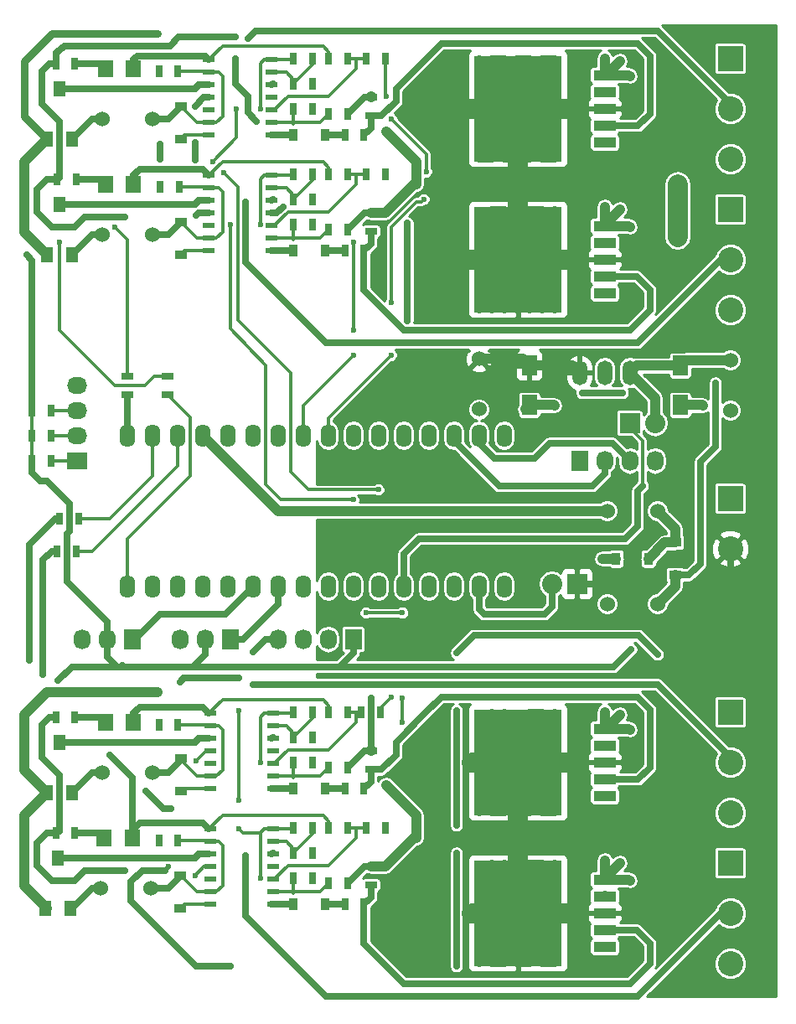
<source format=gbr>
G04 #@! TF.FileFunction,Copper,L1,Top,Signal*
%FSLAX46Y46*%
G04 Gerber Fmt 4.6, Leading zero omitted, Abs format (unit mm)*
G04 Created by KiCad (PCBNEW 4.0.2-4+6225~38~ubuntu14.04.1-stable) date lör 26 mar 2016 09:33:26*
%MOMM*%
G01*
G04 APERTURE LIST*
%ADD10C,0.100000*%
%ADD11C,1.524000*%
%ADD12R,1.600000X2.000000*%
%ADD13R,1.597660X1.800860*%
%ADD14R,2.032000X2.032000*%
%ADD15O,2.032000X2.032000*%
%ADD16R,2.540000X2.540000*%
%ADD17C,2.540000*%
%ADD18O,1.600000X2.300000*%
%ADD19R,1.727200X2.032000*%
%ADD20O,1.727200X2.032000*%
%ADD21R,2.032000X1.727200*%
%ADD22O,2.032000X1.727200*%
%ADD23O,1.501140X2.499360*%
%ADD24R,2.286000X1.066800*%
%ADD25R,8.890000X10.668000*%
%ADD26R,1.270000X1.524000*%
%ADD27R,1.143000X0.508000*%
%ADD28R,1.220000X0.910000*%
%ADD29R,0.910000X1.220000*%
%ADD30R,0.700000X1.300000*%
%ADD31R,1.300000X0.700000*%
%ADD32C,0.600000*%
%ADD33C,1.000000*%
%ADD34C,2.000000*%
%ADD35C,0.700000*%
%ADD36C,0.300000*%
%ADD37C,0.500000*%
%ADD38C,0.800000*%
%ADD39C,0.254000*%
G04 APERTURE END LIST*
D10*
D11*
X178054000Y-123698000D03*
X183134000Y-123698000D03*
X178054000Y-114300000D03*
X183134000Y-114300000D03*
D12*
X170180000Y-99600000D03*
X170180000Y-103600000D03*
X185420000Y-99600000D03*
X185420000Y-103600000D03*
D13*
X127358140Y-69596000D03*
X130197860Y-69596000D03*
X127358140Y-81280000D03*
X130197860Y-81280000D03*
X127358140Y-135636000D03*
X130197860Y-135636000D03*
X127231140Y-147320000D03*
X130070860Y-147320000D03*
D14*
X180340000Y-105410000D03*
D15*
X182880000Y-105410000D03*
D14*
X175006000Y-121666000D03*
D15*
X172466000Y-121666000D03*
D16*
X190500000Y-68580000D03*
D17*
X190500000Y-73660000D03*
X190500000Y-78740000D03*
D16*
X190500000Y-83820000D03*
D17*
X190500000Y-88900000D03*
X190500000Y-93980000D03*
D16*
X190500000Y-134620000D03*
D17*
X190500000Y-139700000D03*
X190500000Y-144780000D03*
D18*
X129540000Y-121920000D03*
X132080000Y-121920000D03*
X134620000Y-121920000D03*
X137160000Y-121920000D03*
X139700000Y-121920000D03*
X142240000Y-121920000D03*
X144780000Y-121920000D03*
X147320000Y-121920000D03*
X149860000Y-121920000D03*
X152400000Y-121920000D03*
X154940000Y-121920000D03*
X157480000Y-121920000D03*
X160020000Y-121920000D03*
X162560000Y-121920000D03*
X165100000Y-121920000D03*
X167640000Y-121920000D03*
X167640000Y-106680000D03*
X165100000Y-106680000D03*
X162560000Y-106680000D03*
X160020000Y-106680000D03*
X157480000Y-106680000D03*
X154940000Y-106680000D03*
X152400000Y-106680000D03*
X149860000Y-106680000D03*
X147320000Y-106680000D03*
X144780000Y-106680000D03*
X142240000Y-106680000D03*
X139700000Y-106680000D03*
X137160000Y-106680000D03*
X134620000Y-106680000D03*
X132080000Y-106680000D03*
X129540000Y-106680000D03*
D16*
X190500000Y-149860000D03*
D17*
X190500000Y-154940000D03*
X190500000Y-160020000D03*
D19*
X152400000Y-127254000D03*
D20*
X149860000Y-127254000D03*
X147320000Y-127254000D03*
X144780000Y-127254000D03*
D19*
X130048000Y-127254000D03*
D20*
X127508000Y-127254000D03*
X124968000Y-127254000D03*
D19*
X139954000Y-127254000D03*
D20*
X137414000Y-127254000D03*
X134874000Y-127254000D03*
D21*
X124460000Y-109220000D03*
D22*
X124460000Y-106680000D03*
X124460000Y-104140000D03*
X124460000Y-101600000D03*
D19*
X175260000Y-109220000D03*
D20*
X177800000Y-109220000D03*
X180340000Y-109220000D03*
X182880000Y-109220000D03*
D23*
X177800000Y-100330000D03*
X175260000Y-100330000D03*
X180340000Y-100330000D03*
D11*
X132080000Y-74676000D03*
X127000000Y-74676000D03*
X132080000Y-86360000D03*
X127000000Y-86360000D03*
X132080000Y-140716000D03*
X127000000Y-140716000D03*
X131953000Y-152400000D03*
X126873000Y-152400000D03*
X165100000Y-98933000D03*
X165100000Y-104013000D03*
X190500000Y-99060000D03*
X190500000Y-104140000D03*
D24*
X177800000Y-77063600D03*
D25*
X169037000Y-73660000D03*
D24*
X177800000Y-73660000D03*
X177800000Y-75361800D03*
X177800000Y-71958200D03*
X177800000Y-70256400D03*
X177800000Y-92303600D03*
D25*
X169037000Y-88900000D03*
D24*
X177800000Y-88900000D03*
X177800000Y-90601800D03*
X177800000Y-87198200D03*
X177800000Y-85496400D03*
X177800000Y-143103600D03*
D25*
X169037000Y-139700000D03*
D24*
X177800000Y-139700000D03*
X177800000Y-141401800D03*
X177800000Y-137998200D03*
X177800000Y-136296400D03*
X177800000Y-158343600D03*
D25*
X169037000Y-154940000D03*
D24*
X177800000Y-154940000D03*
X177800000Y-156641800D03*
X177800000Y-153238200D03*
X177800000Y-151536400D03*
D16*
X190500000Y-113030000D03*
D17*
X190500000Y-118110000D03*
D26*
X121412000Y-76708000D03*
X122682000Y-71628000D03*
X123952000Y-76708000D03*
X121412000Y-88392000D03*
X122682000Y-83312000D03*
X123952000Y-88392000D03*
X121412000Y-142748000D03*
X122682000Y-137668000D03*
X123952000Y-142748000D03*
X121285000Y-154432000D03*
X122555000Y-149352000D03*
X123825000Y-154432000D03*
D27*
X144145000Y-76327000D03*
X144145000Y-75057000D03*
X144145000Y-73787000D03*
X144145000Y-72517000D03*
X144145000Y-71247000D03*
X144145000Y-69977000D03*
X144145000Y-68707000D03*
X137795000Y-68707000D03*
X137795000Y-69977000D03*
X137795000Y-72517000D03*
X137795000Y-73787000D03*
X137795000Y-75057000D03*
X137795000Y-76327000D03*
X137795000Y-71247000D03*
X144145000Y-88011000D03*
X144145000Y-86741000D03*
X144145000Y-85471000D03*
X144145000Y-84201000D03*
X144145000Y-82931000D03*
X144145000Y-81661000D03*
X144145000Y-80391000D03*
X137795000Y-80391000D03*
X137795000Y-81661000D03*
X137795000Y-84201000D03*
X137795000Y-85471000D03*
X137795000Y-86741000D03*
X137795000Y-88011000D03*
X137795000Y-82931000D03*
X144272000Y-142367000D03*
X144272000Y-141097000D03*
X144272000Y-139827000D03*
X144272000Y-138557000D03*
X144272000Y-137287000D03*
X144272000Y-136017000D03*
X144272000Y-134747000D03*
X137922000Y-134747000D03*
X137922000Y-136017000D03*
X137922000Y-138557000D03*
X137922000Y-139827000D03*
X137922000Y-141097000D03*
X137922000Y-142367000D03*
X137922000Y-137287000D03*
X144272000Y-154051000D03*
X144272000Y-152781000D03*
X144272000Y-151511000D03*
X144272000Y-150241000D03*
X144272000Y-148971000D03*
X144272000Y-147701000D03*
X144272000Y-146431000D03*
X137922000Y-146431000D03*
X137922000Y-147701000D03*
X137922000Y-150241000D03*
X137922000Y-151511000D03*
X137922000Y-152781000D03*
X137922000Y-154051000D03*
X137922000Y-148971000D03*
D28*
X135001000Y-76692000D03*
X135001000Y-73422000D03*
X184912000Y-117491000D03*
X184912000Y-120761000D03*
D29*
X178959000Y-119126000D03*
X182229000Y-119126000D03*
D28*
X135001000Y-88376000D03*
X135001000Y-85106000D03*
X135001000Y-142605000D03*
X135001000Y-139335000D03*
X134874000Y-154416000D03*
X134874000Y-151146000D03*
D29*
X149590000Y-76327000D03*
X146320000Y-76327000D03*
X149590000Y-88011000D03*
X146320000Y-88011000D03*
X149590000Y-142367000D03*
X146320000Y-142367000D03*
X149590000Y-154051000D03*
X146320000Y-154051000D03*
D30*
X134681000Y-69850000D03*
X132781000Y-69850000D03*
X148270000Y-68580000D03*
X146370000Y-68580000D03*
X122367000Y-69088000D03*
X124267000Y-69088000D03*
X148270000Y-71120000D03*
X146370000Y-71120000D03*
X134808000Y-81534000D03*
X132908000Y-81534000D03*
X148270000Y-80264000D03*
X146370000Y-80264000D03*
X122494000Y-80772000D03*
X124394000Y-80772000D03*
X148270000Y-82804000D03*
X146370000Y-82804000D03*
X134681000Y-135890000D03*
X132781000Y-135890000D03*
X148270000Y-134620000D03*
X146370000Y-134620000D03*
X122367000Y-135128000D03*
X124267000Y-135128000D03*
X148270000Y-137160000D03*
X146370000Y-137160000D03*
X134681000Y-147574000D03*
X132781000Y-147574000D03*
X148270000Y-146304000D03*
X146370000Y-146304000D03*
X122367000Y-146812000D03*
X124267000Y-146812000D03*
X148270000Y-148844000D03*
X146370000Y-148844000D03*
D31*
X133604000Y-102550000D03*
X133604000Y-100650000D03*
X129540000Y-102550000D03*
X129540000Y-100650000D03*
D30*
X124648000Y-115062000D03*
X122748000Y-115062000D03*
X124394000Y-118364000D03*
X122494000Y-118364000D03*
X119954000Y-109220000D03*
X121854000Y-109220000D03*
X119954000Y-106680000D03*
X121854000Y-106680000D03*
X119954000Y-104140000D03*
X121854000Y-104140000D03*
X153736000Y-68580000D03*
X155636000Y-68580000D03*
X153477000Y-76327000D03*
X151577000Y-76327000D03*
X151826000Y-68580000D03*
X149926000Y-68580000D03*
D31*
X154178000Y-72456000D03*
X154178000Y-74356000D03*
D30*
X149926000Y-74168000D03*
X151826000Y-74168000D03*
X148270000Y-73660000D03*
X146370000Y-73660000D03*
X153736000Y-80264000D03*
X155636000Y-80264000D03*
X153477000Y-88011000D03*
X151577000Y-88011000D03*
X151826000Y-80264000D03*
X149926000Y-80264000D03*
D31*
X154178000Y-84140000D03*
X154178000Y-86040000D03*
D30*
X149926000Y-85852000D03*
X151826000Y-85852000D03*
X148270000Y-85344000D03*
X146370000Y-85344000D03*
X153228000Y-134620000D03*
X155128000Y-134620000D03*
X153477000Y-142367000D03*
X151577000Y-142367000D03*
X151826000Y-134620000D03*
X149926000Y-134620000D03*
D31*
X154178000Y-138496000D03*
X154178000Y-140396000D03*
D30*
X149926000Y-140208000D03*
X151826000Y-140208000D03*
X148270000Y-139700000D03*
X146370000Y-139700000D03*
X153736000Y-146304000D03*
X155636000Y-146304000D03*
X153477000Y-154051000D03*
X151577000Y-154051000D03*
X151826000Y-146304000D03*
X149926000Y-146304000D03*
D31*
X154178000Y-150180000D03*
X154178000Y-152080000D03*
D30*
X149926000Y-151892000D03*
X151826000Y-151892000D03*
X148270000Y-151384000D03*
X146370000Y-151384000D03*
D32*
X177800000Y-71958200D03*
X177800000Y-77063600D03*
X177800000Y-87198200D03*
X177800000Y-92303600D03*
X177800000Y-158343600D03*
X177800000Y-153162000D03*
X177800000Y-143103600D03*
X177800000Y-137998200D03*
X185166000Y-86614000D03*
X185166000Y-81280000D03*
X133985000Y-144399000D03*
X131445000Y-142621000D03*
X154178000Y-133223000D03*
X134874000Y-127254000D03*
X134874000Y-131572000D03*
X140843000Y-131191000D03*
X142240000Y-128524000D03*
X155702000Y-141986000D03*
X177546000Y-119126000D03*
X172720000Y-103632000D03*
X187706000Y-103632000D03*
X127000000Y-86360000D03*
X154178000Y-72390000D03*
X155702000Y-75946000D03*
X148336000Y-82804000D03*
X151826000Y-85852000D03*
X151826000Y-74168000D03*
X148336000Y-71120000D03*
X154178000Y-138430000D03*
X148336000Y-137160000D03*
X151826000Y-140208000D03*
X148336000Y-148844000D03*
X151826000Y-151892000D03*
X127000000Y-152400000D03*
X175514000Y-102362000D03*
X179578000Y-102362000D03*
X188976000Y-101346000D03*
X157861000Y-95111998D03*
X157861000Y-85217000D03*
X139954000Y-160274000D03*
X162814000Y-160274000D03*
X162814000Y-148844000D03*
X162814000Y-146050000D03*
X133731000Y-150241000D03*
X183134000Y-128778000D03*
X162814000Y-128651000D03*
X162814000Y-134493000D03*
X136525000Y-139573000D03*
X136398000Y-151130000D03*
X136525000Y-84455000D03*
X136398000Y-73406000D03*
X136398000Y-77089000D03*
X136398000Y-78855998D03*
X172720000Y-154940000D03*
X172720000Y-156210000D03*
X171450000Y-156210000D03*
X170180000Y-156210000D03*
X168910000Y-156210000D03*
X167640000Y-156210000D03*
X166370000Y-156210000D03*
X165100000Y-156210000D03*
X165100000Y-157480000D03*
X166370000Y-157480000D03*
X167640000Y-157480000D03*
X168910000Y-157480000D03*
X170180000Y-157480000D03*
X171450000Y-157480000D03*
X172720000Y-157480000D03*
X172720000Y-158750000D03*
X171450000Y-158750000D03*
X170180000Y-158750000D03*
X168910000Y-158750000D03*
X167640000Y-158750000D03*
X166370000Y-158750000D03*
X165100000Y-158750000D03*
X165100000Y-160020000D03*
X166370000Y-160020000D03*
X167640000Y-160020000D03*
X168910000Y-160020000D03*
X170180000Y-160020000D03*
X171450000Y-160020000D03*
X172720000Y-160020000D03*
X166370000Y-149860000D03*
X167640000Y-149860000D03*
X165100000Y-149860000D03*
X168910000Y-149860000D03*
X170180000Y-149860000D03*
X171450000Y-149860000D03*
X172720000Y-149860000D03*
X172720000Y-151130000D03*
X171450000Y-151130000D03*
X170180000Y-151130000D03*
X169164000Y-151130000D03*
X167640000Y-151130000D03*
X166370000Y-151130000D03*
X165100000Y-151130000D03*
X165100000Y-152400000D03*
X166370000Y-152400000D03*
X167640000Y-152400000D03*
X168910000Y-152400000D03*
X170180000Y-152400000D03*
X171450000Y-152400000D03*
X172720000Y-152400000D03*
X172720000Y-153670000D03*
X171450000Y-153670000D03*
X170180000Y-153670000D03*
X169164000Y-153670000D03*
X167640000Y-153670000D03*
X166370000Y-153670000D03*
X165100000Y-153670000D03*
X165100000Y-154940000D03*
X166370000Y-154940000D03*
X167640000Y-154940000D03*
X172720000Y-140970000D03*
X172720000Y-139700000D03*
X171450000Y-139700000D03*
X170180000Y-139700000D03*
X171450000Y-140970000D03*
X170180000Y-140970000D03*
X168910000Y-140970000D03*
X167640000Y-140970000D03*
X166370000Y-140970000D03*
X165100000Y-140970000D03*
X165100000Y-142240000D03*
X166370000Y-142240000D03*
X167640000Y-142240000D03*
X169164000Y-142240000D03*
X170180000Y-142240000D03*
X171450000Y-142240000D03*
X172720000Y-142240000D03*
X172720000Y-143510000D03*
X171450000Y-143510000D03*
X170180000Y-143510000D03*
X168910000Y-143510000D03*
X167640000Y-143510000D03*
X166370000Y-143510000D03*
X165100000Y-143510000D03*
X165100000Y-144780000D03*
X166370000Y-144780000D03*
X167640000Y-144780000D03*
X169164000Y-144780000D03*
X170180000Y-144780000D03*
X171450000Y-144780000D03*
X172720000Y-144780000D03*
X166370000Y-134620000D03*
X167640000Y-134620000D03*
X165100000Y-134620000D03*
X168910000Y-134620000D03*
X170180000Y-134620000D03*
X171450000Y-134620000D03*
X172720000Y-134620000D03*
X172720000Y-135890000D03*
X171450000Y-135890000D03*
X170180000Y-135890000D03*
X168910000Y-135890000D03*
X167640000Y-135890000D03*
X166370000Y-135890000D03*
X165100000Y-135890000D03*
X165100000Y-137160000D03*
X166370000Y-137160000D03*
X167640000Y-137160000D03*
X168910000Y-137160000D03*
X170180000Y-137160000D03*
X171450000Y-137160000D03*
X172720000Y-137160000D03*
X172720000Y-138430000D03*
X171450000Y-138430000D03*
X170180000Y-138430000D03*
X168910000Y-138430000D03*
X167640000Y-138430000D03*
X166370000Y-138430000D03*
X165100000Y-138430000D03*
X165100000Y-139700000D03*
X166370000Y-139700000D03*
X167640000Y-139700000D03*
X167894000Y-90170000D03*
X166370000Y-90170000D03*
X165100000Y-91440000D03*
X166497000Y-91567000D03*
X167640000Y-91440000D03*
X168910000Y-91440000D03*
X170180000Y-91440000D03*
X171450000Y-91440000D03*
X172720000Y-91440000D03*
X172720000Y-93980000D03*
X172720000Y-92710000D03*
X171450000Y-92710000D03*
X171450000Y-93980000D03*
X170180000Y-93980000D03*
X170180000Y-92710000D03*
X168910000Y-92710000D03*
X168910000Y-93980000D03*
X167640000Y-93980000D03*
X167640000Y-92710000D03*
X166370000Y-92710000D03*
X166370000Y-93980000D03*
X165100000Y-93980000D03*
X165100000Y-92710000D03*
X165100000Y-90170000D03*
X168910000Y-90170000D03*
X170180000Y-90170000D03*
X170180000Y-88900000D03*
X171450000Y-88900000D03*
X171450000Y-90170000D03*
X172720000Y-90170000D03*
X172720000Y-88900000D03*
X165100000Y-83820000D03*
X166370000Y-83820000D03*
X167640000Y-83820000D03*
X168910000Y-83820000D03*
X170180000Y-83820000D03*
X171450000Y-83820000D03*
X172720000Y-83820000D03*
X172720000Y-85090000D03*
X171450000Y-85090000D03*
X170180000Y-85090000D03*
X169164000Y-85090000D03*
X167640000Y-85090000D03*
X166370000Y-85090000D03*
X165100000Y-85090000D03*
X165100000Y-86360000D03*
X166370000Y-86360000D03*
X167640000Y-86360000D03*
X168910000Y-86360000D03*
X170180000Y-86360000D03*
X171450000Y-86360000D03*
X172720000Y-86360000D03*
X172720000Y-87630000D03*
X171450000Y-87630000D03*
X170180000Y-87630000D03*
X169164000Y-87630000D03*
X167640000Y-87630000D03*
X166370000Y-87630000D03*
X165100000Y-87630000D03*
X165100000Y-88900000D03*
X167640000Y-88900000D03*
X166370000Y-88900000D03*
X170180000Y-78740000D03*
X171450000Y-78740000D03*
X172720000Y-78740000D03*
X172720000Y-73660000D03*
X171450000Y-73660000D03*
X170180000Y-73660000D03*
X172720000Y-74930000D03*
X171450000Y-74930000D03*
X170180000Y-74930000D03*
X169164000Y-74930000D03*
X167640000Y-74930000D03*
X166370000Y-74930000D03*
X165100000Y-74930000D03*
X165100000Y-76200000D03*
X166370000Y-76200000D03*
X167640000Y-76200000D03*
X168910000Y-76200000D03*
X170180000Y-76200000D03*
X171450000Y-76200000D03*
X172720000Y-76200000D03*
X172720000Y-77470000D03*
X171450000Y-77470000D03*
X170180000Y-77470000D03*
X169164000Y-77470000D03*
X167640000Y-77470000D03*
X166370000Y-77470000D03*
X165100000Y-77470000D03*
X165100000Y-78740000D03*
X166370000Y-78740000D03*
X167640000Y-78740000D03*
X168910000Y-78740000D03*
X165100000Y-71120000D03*
X166433500Y-71056500D03*
X167640000Y-71120000D03*
X168910000Y-71120000D03*
X170180000Y-71120000D03*
X171450000Y-71120000D03*
X172720000Y-71120000D03*
X172720000Y-72390000D03*
X171450000Y-72390000D03*
X170180000Y-72390000D03*
X168910000Y-72390000D03*
X167703500Y-72326500D03*
X166370000Y-72390000D03*
X165100000Y-72390000D03*
X165100000Y-73660000D03*
X166370000Y-73660000D03*
X167640000Y-73660000D03*
X165100000Y-68580000D03*
X166370000Y-68580000D03*
X167640000Y-68580000D03*
X168910000Y-68580000D03*
X170180000Y-68580000D03*
X171450000Y-68580000D03*
X172720000Y-68580000D03*
X172720000Y-69850000D03*
X171450000Y-69850000D03*
X170180000Y-69850000D03*
X168910000Y-69850000D03*
X167640000Y-69850000D03*
X166370000Y-69850000D03*
X165163500Y-69786500D03*
X132842000Y-147574000D03*
X144145000Y-150241000D03*
X144145000Y-72517000D03*
X145301024Y-83579024D03*
X132842000Y-77216000D03*
X132842000Y-78740000D03*
X169164000Y-154940000D03*
X177800000Y-154940000D03*
X177800000Y-139700000D03*
X169037000Y-139700000D03*
X144145000Y-138557000D03*
X132842000Y-135890000D03*
X132588000Y-132588000D03*
X132588000Y-66040000D03*
X169037000Y-73660000D03*
X132842000Y-69850000D03*
X177800000Y-73660000D03*
X177800000Y-88900000D03*
X169164000Y-88900000D03*
X132842000Y-81534000D03*
X148270000Y-139700000D03*
X148270000Y-151384000D03*
X129286000Y-150622000D03*
X180467000Y-128270000D03*
X122367000Y-135128000D03*
X122555000Y-131445000D03*
X142621000Y-74930000D03*
X140462000Y-68580000D03*
X140462000Y-66421000D03*
X148270000Y-73660000D03*
X120396000Y-84074000D03*
X119380000Y-88392000D03*
X148270000Y-85344000D03*
X129286000Y-84582000D03*
X130302000Y-69596000D03*
X122682000Y-87122000D03*
X130197860Y-81280000D03*
X128270000Y-85598000D03*
X130197860Y-135636000D03*
X119634000Y-129413000D03*
X121031000Y-130810000D03*
X127762000Y-138938000D03*
X179324000Y-68834000D03*
X177800000Y-68580000D03*
X180340000Y-70358000D03*
X180340000Y-85598000D03*
X179324000Y-83820000D03*
X177800000Y-83566000D03*
X180340000Y-136398000D03*
X177800000Y-134620000D03*
X179324000Y-134874000D03*
X140843000Y-143510000D03*
X140843000Y-146431000D03*
X140843000Y-134493000D03*
X137795000Y-151511000D03*
X143002000Y-151384000D03*
X144272000Y-134747000D03*
X143002000Y-139700000D03*
X137795000Y-139827000D03*
X139954000Y-85344000D03*
X152400000Y-113157000D03*
X143002000Y-85344000D03*
X137795000Y-85471000D03*
X140589000Y-73660000D03*
X154940000Y-112141000D03*
X139319000Y-80137000D03*
X138176000Y-78994000D03*
X137795000Y-73787000D03*
X143002000Y-73660000D03*
X155575000Y-146304000D03*
X157353000Y-135636000D03*
X157353000Y-133223000D03*
X157353000Y-124587000D03*
X153670000Y-124587000D03*
X156210000Y-133096000D03*
X155636000Y-80264000D03*
X152400000Y-98552000D03*
X152400000Y-96012000D03*
X152400000Y-87122000D03*
X155702000Y-72390000D03*
X156210000Y-74676000D03*
X159766000Y-80010000D03*
X159512000Y-82804000D03*
X156210000Y-93218000D03*
X156210000Y-98552000D03*
X177800000Y-149606000D03*
X179324000Y-149860000D03*
X180340000Y-151638000D03*
X141732000Y-66548000D03*
X144272000Y-71120000D03*
X141478000Y-83058000D03*
X144272000Y-82804000D03*
X142240000Y-131826000D03*
X144272000Y-137160000D03*
X144272000Y-148844000D03*
X141478000Y-149098000D03*
D33*
X177800000Y-153162000D02*
X177800000Y-153238200D01*
D34*
X185166000Y-86614000D02*
X185166000Y-81280000D01*
D35*
X133223000Y-144399000D02*
X133985000Y-144399000D01*
X131445000Y-142621000D02*
X133223000Y-144399000D01*
X154178000Y-138496000D02*
X154178000Y-133223000D01*
X134874000Y-131572000D02*
X135255000Y-131191000D01*
X135255000Y-131191000D02*
X140843000Y-131191000D01*
X142240000Y-128524000D02*
X143510000Y-127254000D01*
X143510000Y-127254000D02*
X144780000Y-127254000D01*
D33*
X158496000Y-147320000D02*
X155636000Y-150180000D01*
X158750000Y-147320000D02*
X158496000Y-147320000D01*
X158750000Y-145034000D02*
X155702000Y-141986000D01*
X158750000Y-147320000D02*
X158750000Y-145034000D01*
X177546000Y-119126000D02*
X178959000Y-119126000D01*
X170180000Y-103600000D02*
X172688000Y-103600000D01*
X172688000Y-103600000D02*
X172720000Y-103632000D01*
X185420000Y-103600000D02*
X187674000Y-103600000D01*
X187674000Y-103600000D02*
X187706000Y-103632000D01*
X169767000Y-104013000D02*
X170180000Y-103600000D01*
X158750000Y-81280000D02*
X158750000Y-78994000D01*
X154178000Y-72390000D02*
X154178000Y-72456000D01*
X158750000Y-78994000D02*
X155702000Y-75946000D01*
X158750000Y-81280000D02*
X158496000Y-81280000D01*
X155636000Y-84140000D02*
X154178000Y-84140000D01*
X158496000Y-81280000D02*
X155636000Y-84140000D01*
D35*
X154178000Y-84140000D02*
X153538000Y-84140000D01*
D36*
X148336000Y-82804000D02*
X148270000Y-82804000D01*
D35*
X153538000Y-84140000D02*
X151826000Y-85852000D01*
X153538000Y-72456000D02*
X151826000Y-74168000D01*
D36*
X148336000Y-71120000D02*
X148270000Y-71120000D01*
D35*
X154178000Y-72456000D02*
X153538000Y-72456000D01*
X125984000Y-86360000D02*
X123952000Y-88392000D01*
X127000000Y-86360000D02*
X125984000Y-86360000D01*
X127000000Y-74676000D02*
X125984000Y-74676000D01*
X125984000Y-74676000D02*
X123952000Y-76708000D01*
X154178000Y-138496000D02*
X153538000Y-138496000D01*
D33*
X154178000Y-138430000D02*
X154178000Y-138496000D01*
X155636000Y-150180000D02*
X154178000Y-150180000D01*
D35*
X154178000Y-150180000D02*
X153538000Y-150180000D01*
D36*
X148336000Y-137160000D02*
X148270000Y-137160000D01*
D35*
X153538000Y-138496000D02*
X151826000Y-140208000D01*
X125984000Y-140716000D02*
X123952000Y-142748000D01*
X127000000Y-140716000D02*
X125984000Y-140716000D01*
D36*
X148336000Y-148844000D02*
X148270000Y-148844000D01*
D35*
X153538000Y-150180000D02*
X151826000Y-151892000D01*
X127000000Y-152400000D02*
X125984000Y-152400000D01*
X125984000Y-152400000D02*
X123952000Y-154432000D01*
D36*
X137795000Y-69977000D02*
X138811000Y-69977000D01*
X138557000Y-75057000D02*
X137795000Y-75057000D01*
X139192000Y-74422000D02*
X138557000Y-75057000D01*
X139192000Y-70358000D02*
X139192000Y-74422000D01*
X138811000Y-69977000D02*
X139192000Y-70358000D01*
D35*
X132080000Y-74676000D02*
X133747000Y-74676000D01*
X133747000Y-74676000D02*
X135001000Y-73422000D01*
D36*
X137795000Y-75057000D02*
X136636000Y-75057000D01*
X136636000Y-75057000D02*
X135001000Y-73422000D01*
X134808000Y-73229000D02*
X135001000Y-73422000D01*
X134808000Y-69850000D02*
X137668000Y-69850000D01*
X137668000Y-69850000D02*
X137795000Y-69977000D01*
D33*
X184912000Y-117491000D02*
X183864000Y-117491000D01*
X183864000Y-117491000D02*
X182229000Y-119126000D01*
X184912000Y-117491000D02*
X184912000Y-116078000D01*
X184912000Y-116078000D02*
X183134000Y-114300000D01*
X178054000Y-114300000D02*
X144780000Y-114300000D01*
X144780000Y-114300000D02*
X137160000Y-106680000D01*
D35*
X175514000Y-102362000D02*
X179578000Y-102362000D01*
X188976000Y-101346000D02*
X188976000Y-107823000D01*
X188976000Y-107823000D02*
X187452000Y-109347000D01*
X187452000Y-109347000D02*
X187452000Y-119634000D01*
X187452000Y-119634000D02*
X186325000Y-120761000D01*
X184912000Y-120761000D02*
X186325000Y-120761000D01*
X157861000Y-85217000D02*
X157861000Y-95111998D01*
X162814000Y-146050000D02*
X162814000Y-134493000D01*
D37*
X133731000Y-150241000D02*
X133350000Y-150622000D01*
D35*
X133350000Y-150622000D02*
X131064000Y-150622000D01*
X131064000Y-150622000D02*
X129921000Y-151765000D01*
X129921000Y-151765000D02*
X129921000Y-153670000D01*
X129921000Y-153670000D02*
X136525000Y-160274000D01*
X136525000Y-160274000D02*
X139954000Y-160274000D01*
X162814000Y-160274000D02*
X162814000Y-148844000D01*
X181229000Y-126873000D02*
X183134000Y-128778000D01*
X164592000Y-126873000D02*
X181229000Y-126873000D01*
X162814000Y-128651000D02*
X164592000Y-126873000D01*
D36*
X137922000Y-150241000D02*
X137287000Y-150241000D01*
X136525000Y-139573000D02*
X137541000Y-138557000D01*
X137287000Y-150241000D02*
X136398000Y-151130000D01*
X137541000Y-138557000D02*
X137922000Y-138557000D01*
D35*
X137795000Y-84201000D02*
X136779000Y-84201000D01*
X136779000Y-84201000D02*
X136525000Y-84455000D01*
X137795000Y-72517000D02*
X137287000Y-72517000D01*
X137287000Y-72517000D02*
X136398000Y-73406000D01*
X136398000Y-77089000D02*
X136398000Y-78855998D01*
D33*
X184912000Y-120761000D02*
X184912000Y-121920000D01*
X184912000Y-121920000D02*
X183134000Y-123698000D01*
D36*
X137795000Y-147701000D02*
X138811000Y-147701000D01*
X138557000Y-152781000D02*
X137795000Y-152781000D01*
X139192000Y-152146000D02*
X138557000Y-152781000D01*
X139192000Y-148082000D02*
X139192000Y-152146000D01*
X138811000Y-147701000D02*
X139192000Y-148082000D01*
D35*
X133747000Y-152400000D02*
X135001000Y-151146000D01*
D36*
X137795000Y-152781000D02*
X136636000Y-152781000D01*
X136636000Y-152781000D02*
X135001000Y-151146000D01*
X134808000Y-150953000D02*
X135001000Y-151146000D01*
X134808000Y-147574000D02*
X137668000Y-147574000D01*
X137668000Y-147574000D02*
X137795000Y-147701000D01*
D35*
X132080000Y-152400000D02*
X133747000Y-152400000D01*
D36*
X137668000Y-135890000D02*
X137795000Y-136017000D01*
X134808000Y-135890000D02*
X137668000Y-135890000D01*
X134808000Y-139269000D02*
X135001000Y-139462000D01*
X136636000Y-141097000D02*
X135001000Y-139462000D01*
X137795000Y-141097000D02*
X136636000Y-141097000D01*
D35*
X133747000Y-140716000D02*
X135001000Y-139462000D01*
X132080000Y-140716000D02*
X133747000Y-140716000D01*
D36*
X138811000Y-136017000D02*
X139192000Y-136398000D01*
X139192000Y-136398000D02*
X139192000Y-140462000D01*
X139192000Y-140462000D02*
X138557000Y-141097000D01*
X138557000Y-141097000D02*
X137795000Y-141097000D01*
X137795000Y-136017000D02*
X138811000Y-136017000D01*
D34*
X169037000Y-139700000D02*
X175260000Y-139700000D01*
X169037000Y-154940000D02*
X175006000Y-154940000D01*
X169037000Y-154940000D02*
X164364002Y-154940000D01*
X169037000Y-139700000D02*
X164364002Y-139700000D01*
X169037000Y-139700000D02*
X169037000Y-154940000D01*
X169037000Y-88900000D02*
X175260000Y-88900000D01*
X169037000Y-73660000D02*
X174752000Y-73660000D01*
X169037000Y-88900000D02*
X162560000Y-88900000D01*
X169037000Y-73660000D02*
X162052000Y-73660000D01*
X169037000Y-73660000D02*
X169037000Y-88900000D01*
D35*
X172720000Y-156210000D02*
X171450000Y-156210000D01*
X170180000Y-156210000D02*
X168910000Y-156210000D01*
X167640000Y-156210000D02*
X166370000Y-156210000D01*
X165100000Y-156210000D02*
X165100000Y-157480000D01*
X166370000Y-157480000D02*
X167640000Y-157480000D01*
X168910000Y-157480000D02*
X170180000Y-157480000D01*
X171450000Y-157480000D02*
X172720000Y-157480000D01*
X172720000Y-158750000D02*
X171450000Y-158750000D01*
X170180000Y-158750000D02*
X168910000Y-158750000D01*
X167640000Y-158750000D02*
X166370000Y-158750000D01*
X165100000Y-158750000D02*
X165100000Y-160020000D01*
X166370000Y-160020000D02*
X167640000Y-160020000D01*
X168910000Y-160020000D02*
X170180000Y-160020000D01*
X171450000Y-160020000D02*
X172720000Y-160020000D01*
X169037000Y-154940000D02*
X169037000Y-152527000D01*
X169037000Y-152527000D02*
X166370000Y-149860000D01*
X167640000Y-149860000D02*
X169037000Y-154940000D01*
X170180000Y-149860000D02*
X171450000Y-149860000D01*
X172720000Y-149860000D02*
X172720000Y-151130000D01*
X171450000Y-151130000D02*
X170180000Y-151130000D01*
X169164000Y-151130000D02*
X167640000Y-151130000D01*
X166370000Y-151130000D02*
X165100000Y-151130000D01*
X165100000Y-152400000D02*
X166370000Y-152400000D01*
X167640000Y-152400000D02*
X168910000Y-152400000D01*
X170180000Y-152400000D02*
X171450000Y-152400000D01*
X172720000Y-152400000D02*
X172720000Y-153670000D01*
X171450000Y-153670000D02*
X170180000Y-153670000D01*
X169164000Y-153670000D02*
X167640000Y-153670000D01*
X166370000Y-153670000D02*
X165100000Y-153670000D01*
X165100000Y-154940000D02*
X166370000Y-154940000D01*
X167640000Y-154940000D02*
X169164000Y-154940000D01*
X169164000Y-154940000D02*
X169037000Y-154940000D01*
X171450000Y-140970000D02*
X172720000Y-140970000D01*
X171450000Y-139700000D02*
X170180000Y-139700000D01*
X170180000Y-140970000D02*
X168910000Y-140970000D01*
X167640000Y-140970000D02*
X166370000Y-140970000D01*
X165100000Y-140970000D02*
X165100000Y-142240000D01*
X166370000Y-142240000D02*
X167640000Y-142240000D01*
X169164000Y-142240000D02*
X170180000Y-142240000D01*
X171450000Y-142240000D02*
X172720000Y-142240000D01*
X172720000Y-143510000D02*
X171450000Y-143510000D01*
X170180000Y-143510000D02*
X168910000Y-143510000D01*
X167640000Y-143510000D02*
X166370000Y-143510000D01*
X165100000Y-143510000D02*
X165100000Y-144780000D01*
X166370000Y-144780000D02*
X167640000Y-144780000D01*
X169164000Y-144780000D02*
X170180000Y-144780000D01*
X171450000Y-144780000D02*
X172720000Y-144780000D01*
X169037000Y-139700000D02*
X169037000Y-137287000D01*
X169037000Y-137287000D02*
X166370000Y-134620000D01*
X167640000Y-134620000D02*
X169037000Y-139700000D01*
X170180000Y-134620000D02*
X171450000Y-134620000D01*
X172720000Y-134620000D02*
X172720000Y-135890000D01*
X171450000Y-135890000D02*
X170180000Y-135890000D01*
X168910000Y-135890000D02*
X167640000Y-135890000D01*
X166370000Y-135890000D02*
X165100000Y-135890000D01*
X165100000Y-137160000D02*
X166370000Y-137160000D01*
X167640000Y-137160000D02*
X168910000Y-137160000D01*
X170180000Y-137160000D02*
X171450000Y-137160000D01*
X172720000Y-137160000D02*
X172720000Y-138430000D01*
X171450000Y-138430000D02*
X170180000Y-138430000D01*
X168910000Y-138430000D02*
X167640000Y-138430000D01*
X166370000Y-138430000D02*
X165100000Y-138430000D01*
X165100000Y-139700000D02*
X166370000Y-139700000D01*
X167640000Y-139700000D02*
X169037000Y-139700000D01*
X167132000Y-90932000D02*
X167894000Y-90170000D01*
X169037000Y-88900000D02*
X167640000Y-88900000D01*
X167640000Y-88900000D02*
X165100000Y-91440000D01*
X166497000Y-91567000D02*
X166624000Y-91440000D01*
X166624000Y-91440000D02*
X167640000Y-91440000D01*
X168910000Y-91440000D02*
X170180000Y-91440000D01*
X171450000Y-91440000D02*
X172720000Y-91440000D01*
X172720000Y-93980000D02*
X172720000Y-92710000D01*
X171450000Y-92710000D02*
X171450000Y-93980000D01*
X170180000Y-93980000D02*
X170180000Y-92710000D01*
X168910000Y-92710000D02*
X168910000Y-93980000D01*
X167640000Y-93980000D02*
X167640000Y-92710000D01*
X166370000Y-92710000D02*
X166370000Y-93980000D01*
X165100000Y-93980000D02*
X165100000Y-92710000D01*
X167894000Y-90170000D02*
X168910000Y-90170000D01*
X170180000Y-90170000D02*
X170180000Y-88900000D01*
X171450000Y-88900000D02*
X171450000Y-90170000D01*
X172720000Y-90170000D02*
X172720000Y-88900000D01*
X166370000Y-83820000D02*
X167640000Y-83820000D01*
X170180000Y-83820000D02*
X171450000Y-83820000D01*
X172720000Y-83820000D02*
X172720000Y-85090000D01*
X171450000Y-85090000D02*
X170180000Y-85090000D01*
X169164000Y-85090000D02*
X167640000Y-85090000D01*
X166370000Y-85090000D02*
X165100000Y-85090000D01*
X165100000Y-86360000D02*
X166370000Y-86360000D01*
X167640000Y-86360000D02*
X168910000Y-86360000D01*
X170180000Y-86360000D02*
X171450000Y-86360000D01*
X172720000Y-86360000D02*
X172720000Y-87630000D01*
X171450000Y-87630000D02*
X170180000Y-87630000D01*
X169164000Y-87630000D02*
X167640000Y-87630000D01*
X166370000Y-87630000D02*
X165100000Y-87630000D01*
X165100000Y-88900000D02*
X166370000Y-88900000D01*
X167640000Y-88900000D02*
X169164000Y-88900000D01*
X169164000Y-88900000D02*
X169037000Y-88900000D01*
X169037000Y-73660000D02*
X169037000Y-77597000D01*
X169037000Y-77597000D02*
X170180000Y-78740000D01*
X171450000Y-78740000D02*
X172720000Y-78740000D01*
X170180000Y-73660000D02*
X171450000Y-73660000D01*
X172720000Y-73660000D02*
X172720000Y-74930000D01*
X171450000Y-74930000D02*
X170180000Y-74930000D01*
X169164000Y-74930000D02*
X167640000Y-74930000D01*
X166370000Y-74930000D02*
X165100000Y-74930000D01*
X165100000Y-76200000D02*
X166370000Y-76200000D01*
X167640000Y-76200000D02*
X168910000Y-76200000D01*
X170180000Y-76200000D02*
X171450000Y-76200000D01*
X172720000Y-76200000D02*
X172720000Y-77470000D01*
X171450000Y-77470000D02*
X170180000Y-77470000D01*
X169164000Y-77470000D02*
X167640000Y-77470000D01*
X166370000Y-77470000D02*
X165100000Y-77470000D01*
X165100000Y-78740000D02*
X166370000Y-78740000D01*
X167640000Y-78740000D02*
X168910000Y-78740000D01*
X169164000Y-78740000D02*
X168910000Y-78740000D01*
X168910000Y-78740000D02*
X169037000Y-73660000D01*
X165100000Y-71120000D02*
X165163500Y-71056500D01*
X165163500Y-71056500D02*
X166433500Y-71056500D01*
X167640000Y-71120000D02*
X168910000Y-71120000D01*
X170180000Y-71120000D02*
X171450000Y-71120000D01*
X172720000Y-71120000D02*
X172720000Y-72390000D01*
X171450000Y-72390000D02*
X170180000Y-72390000D01*
X168910000Y-72390000D02*
X168846500Y-72326500D01*
X168846500Y-72326500D02*
X167703500Y-72326500D01*
X166370000Y-72390000D02*
X165100000Y-72390000D01*
X165100000Y-73660000D02*
X166370000Y-73660000D01*
X167640000Y-73660000D02*
X169037000Y-73660000D01*
X169037000Y-73660000D02*
X169037000Y-72517000D01*
X169037000Y-72517000D02*
X165100000Y-68580000D01*
X166370000Y-68580000D02*
X167640000Y-68580000D01*
X168910000Y-68580000D02*
X170180000Y-68580000D01*
X171450000Y-68580000D02*
X172720000Y-68580000D01*
X172720000Y-69850000D02*
X171450000Y-69850000D01*
X170180000Y-69850000D02*
X168910000Y-69850000D01*
X167640000Y-69850000D02*
X166370000Y-69850000D01*
X165163500Y-69786500D02*
X169037000Y-73660000D01*
D36*
X132842000Y-147574000D02*
X132908000Y-147574000D01*
D35*
X144145000Y-84201000D02*
X144679048Y-84201000D01*
X144679048Y-84201000D02*
X145301024Y-83579024D01*
X132842000Y-78740000D02*
X132842000Y-77216000D01*
X175006000Y-121666000D02*
X179578000Y-121666000D01*
X190500000Y-124460000D02*
X190500000Y-118110000D01*
X188976000Y-125984000D02*
X190500000Y-124460000D01*
X182118000Y-125984000D02*
X188976000Y-125984000D01*
X180848000Y-124714000D02*
X182118000Y-125984000D01*
X180848000Y-122936000D02*
X180848000Y-124714000D01*
X179578000Y-121666000D02*
X180848000Y-122936000D01*
D34*
X169037000Y-154940000D02*
X169164000Y-154940000D01*
D36*
X132908000Y-135890000D02*
X132842000Y-135890000D01*
D33*
X119126000Y-140462000D02*
X119126000Y-134874000D01*
X119126000Y-134874000D02*
X121412000Y-132588000D01*
X121412000Y-132588000D02*
X132588000Y-132588000D01*
X121412000Y-142748000D02*
X119126000Y-140462000D01*
X119126000Y-145034000D02*
X119126000Y-152146000D01*
X119126000Y-152146000D02*
X121412000Y-154432000D01*
X121412000Y-142748000D02*
X119126000Y-145034000D01*
X165100000Y-98933000D02*
X169513000Y-98933000D01*
X169513000Y-98933000D02*
X170180000Y-99600000D01*
X170180000Y-99600000D02*
X174530000Y-99600000D01*
X174530000Y-99600000D02*
X175260000Y-100330000D01*
X121412000Y-76708000D02*
X119126000Y-78994000D01*
X119126000Y-86106000D02*
X121412000Y-88392000D01*
X119126000Y-78994000D02*
X119126000Y-86106000D01*
D38*
X121412000Y-76708000D02*
X119126000Y-74422000D01*
X119126000Y-74422000D02*
X119126000Y-68834000D01*
X119126000Y-68834000D02*
X121920000Y-66040000D01*
X121920000Y-66040000D02*
X132588000Y-66040000D01*
D36*
X132908000Y-69850000D02*
X132842000Y-69850000D01*
D34*
X169037000Y-88900000D02*
X169164000Y-88900000D01*
D36*
X132908000Y-81534000D02*
X132842000Y-81534000D01*
D35*
X122494000Y-146812000D02*
X121412000Y-146812000D01*
X120396000Y-147828000D02*
X121412000Y-146812000D01*
X120396000Y-150114000D02*
X120396000Y-147828000D01*
X121920000Y-151638000D02*
X120396000Y-150114000D01*
X124206000Y-151638000D02*
X121920000Y-151638000D01*
X125222000Y-150622000D02*
X124206000Y-151638000D01*
X129286000Y-150622000D02*
X125222000Y-150622000D01*
X178689000Y-130048000D02*
X151003000Y-130048000D01*
X180467000Y-128270000D02*
X178689000Y-130048000D01*
X136144000Y-130048000D02*
X151003000Y-130048000D01*
X152400000Y-128651000D02*
X152400000Y-127254000D01*
X151003000Y-130048000D02*
X152400000Y-128651000D01*
X127508000Y-127254000D02*
X127508000Y-125476000D01*
X119954000Y-110429000D02*
X119954000Y-109220000D01*
X120777000Y-111252000D02*
X119954000Y-110429000D01*
X121412000Y-111252000D02*
X120777000Y-111252000D01*
X123698000Y-113538000D02*
X121412000Y-111252000D01*
X123698000Y-116332000D02*
X123698000Y-113538000D01*
X123444000Y-116586000D02*
X123698000Y-116332000D01*
X123444000Y-121412000D02*
X123444000Y-116586000D01*
X127508000Y-125476000D02*
X123444000Y-121412000D01*
X122367000Y-135128000D02*
X121666000Y-135128000D01*
X122682000Y-146624000D02*
X122682000Y-140970000D01*
X120904000Y-139192000D02*
X122682000Y-140970000D01*
X120904000Y-135890000D02*
X120904000Y-139192000D01*
X121666000Y-135128000D02*
X120904000Y-135890000D01*
X129032000Y-129921000D02*
X129032000Y-130048000D01*
X128905000Y-130048000D02*
X129032000Y-129921000D01*
X123952000Y-130048000D02*
X128905000Y-130048000D01*
X122555000Y-131445000D02*
X123952000Y-130048000D01*
X135128000Y-66421000D02*
X134747000Y-66421000D01*
X142621000Y-74930000D02*
X141732000Y-74041000D01*
X141732000Y-74041000D02*
X141732000Y-72390000D01*
X141732000Y-72390000D02*
X140462000Y-71120000D01*
X140462000Y-71120000D02*
X140462000Y-68580000D01*
X135128000Y-66421000D02*
X140462000Y-66421000D01*
X122367000Y-68006000D02*
X122367000Y-69088000D01*
X123190000Y-67310000D02*
X122367000Y-68006000D01*
X133858000Y-67310000D02*
X123190000Y-67310000D01*
X134747000Y-66421000D02*
X133858000Y-67310000D01*
X119954000Y-104140000D02*
X119954000Y-88966000D01*
X119954000Y-88966000D02*
X119380000Y-88392000D01*
D36*
X119954000Y-106680000D02*
X119954000Y-109220000D01*
X119954000Y-104140000D02*
X119954000Y-106680000D01*
D35*
X127508000Y-127254000D02*
X127508000Y-129032000D01*
X127508000Y-129032000D02*
X128524000Y-130048000D01*
X128524000Y-130048000D02*
X129032000Y-130048000D01*
X137414000Y-128778000D02*
X137414000Y-127254000D01*
X129032000Y-130048000D02*
X136144000Y-130048000D01*
X136144000Y-130048000D02*
X137414000Y-128778000D01*
X122682000Y-146624000D02*
X122494000Y-146812000D01*
X129286000Y-84582000D02*
X125222000Y-84582000D01*
X125222000Y-84582000D02*
X124206000Y-85598000D01*
X124206000Y-85598000D02*
X121920000Y-85598000D01*
X121920000Y-85598000D02*
X120396000Y-84074000D01*
X122494000Y-80772000D02*
X121412000Y-80772000D01*
X120396000Y-84074000D02*
X120396000Y-81788000D01*
X120396000Y-81788000D02*
X121412000Y-80772000D01*
D33*
X182880000Y-105410000D02*
X182880000Y-102870000D01*
X182880000Y-102870000D02*
X180340000Y-100330000D01*
X190500000Y-99060000D02*
X185960000Y-99060000D01*
X185960000Y-99060000D02*
X185420000Y-99600000D01*
X185420000Y-99600000D02*
X181070000Y-99600000D01*
X181070000Y-99600000D02*
X180340000Y-100330000D01*
D35*
X122367000Y-69088000D02*
X121666000Y-69088000D01*
X122682000Y-74930000D02*
X122682000Y-80584000D01*
X120904000Y-73152000D02*
X122682000Y-74930000D01*
X120904000Y-69850000D02*
X120904000Y-73152000D01*
X121666000Y-69088000D02*
X120904000Y-69850000D01*
X122682000Y-80584000D02*
X122494000Y-80772000D01*
X124394000Y-69088000D02*
X126850140Y-69088000D01*
X126850140Y-69088000D02*
X127358140Y-69596000D01*
D36*
X133604000Y-100650000D02*
X132268000Y-100650000D01*
X130302000Y-69596000D02*
X130197860Y-69596000D01*
X122682000Y-96012000D02*
X122682000Y-87122000D01*
X128270000Y-101600000D02*
X122682000Y-96012000D01*
X131318000Y-101600000D02*
X128270000Y-101600000D01*
X132268000Y-100650000D02*
X131318000Y-101600000D01*
D35*
X130197860Y-69596000D02*
X130197860Y-68684140D01*
X137414000Y-68326000D02*
X137795000Y-68707000D01*
X130556000Y-68326000D02*
X137414000Y-68326000D01*
X130197860Y-68684140D02*
X130556000Y-68326000D01*
D36*
X149926000Y-68580000D02*
X149926000Y-67884000D01*
X139192000Y-67310000D02*
X137795000Y-68707000D01*
X149352000Y-67310000D02*
X139192000Y-67310000D01*
X149926000Y-67884000D02*
X149352000Y-67310000D01*
D35*
X126850140Y-80772000D02*
X127358140Y-81280000D01*
X124394000Y-80772000D02*
X126850140Y-80772000D01*
X130197860Y-81280000D02*
X130197860Y-80368140D01*
X137795000Y-80391000D02*
X137160000Y-79756000D01*
X130810000Y-79756000D02*
X137160000Y-79756000D01*
X130197860Y-80368140D02*
X130810000Y-79756000D01*
D36*
X129540000Y-86868000D02*
X129540000Y-100650000D01*
X128270000Y-85598000D02*
X129540000Y-86868000D01*
X149926000Y-79568000D02*
X149352000Y-78994000D01*
X149352000Y-78994000D02*
X139192000Y-78994000D01*
X139192000Y-78994000D02*
X137795000Y-80391000D01*
X149926000Y-80264000D02*
X149926000Y-79568000D01*
D35*
X126850140Y-135128000D02*
X127358140Y-135636000D01*
X124394000Y-135128000D02*
X126850140Y-135128000D01*
X130197860Y-135636000D02*
X130197860Y-134724140D01*
X137795000Y-134747000D02*
X137160000Y-134112000D01*
X130810000Y-134112000D02*
X137160000Y-134112000D01*
X130197860Y-134724140D02*
X130810000Y-134112000D01*
X122301000Y-115062000D02*
X122748000Y-115062000D01*
X119634000Y-117729000D02*
X122301000Y-115062000D01*
X119634000Y-129413000D02*
X119634000Y-117729000D01*
D36*
X149926000Y-133924000D02*
X149352000Y-133350000D01*
X149352000Y-133350000D02*
X139192000Y-133350000D01*
X139192000Y-133350000D02*
X137795000Y-134747000D01*
X149926000Y-134620000D02*
X149926000Y-133924000D01*
D35*
X124394000Y-146812000D02*
X126850140Y-146812000D01*
X126850140Y-146812000D02*
X127358140Y-147320000D01*
X130070860Y-147320000D02*
X130070860Y-141246860D01*
X121920000Y-118364000D02*
X122494000Y-118364000D01*
X121031000Y-119253000D02*
X121920000Y-118364000D01*
X121031000Y-122047000D02*
X121031000Y-119253000D01*
X121031000Y-130810000D02*
X121031000Y-122047000D01*
X130070860Y-141246860D02*
X127762000Y-138938000D01*
X130197860Y-147320000D02*
X130197860Y-146408140D01*
X137160000Y-145796000D02*
X137795000Y-146431000D01*
X130810000Y-145796000D02*
X137160000Y-145796000D01*
X130197860Y-146408140D02*
X130810000Y-145796000D01*
D36*
X149926000Y-146304000D02*
X149926000Y-145608000D01*
X139192000Y-145034000D02*
X137795000Y-146431000D01*
X149352000Y-145034000D02*
X139192000Y-145034000D01*
X149926000Y-145608000D02*
X149352000Y-145034000D01*
X180340000Y-105410000D02*
X180340000Y-105918000D01*
X180340000Y-105918000D02*
X181610000Y-107188000D01*
D35*
X157480000Y-118618000D02*
X157480000Y-121920000D01*
X159004000Y-117094000D02*
X157480000Y-118618000D01*
X179832000Y-117094000D02*
X159004000Y-117094000D01*
X181102000Y-115824000D02*
X179832000Y-117094000D01*
X181102000Y-112268000D02*
X181102000Y-115824000D01*
X181610000Y-111760000D02*
X181102000Y-112268000D01*
D36*
X181610000Y-107188000D02*
X181610000Y-111760000D01*
D35*
X165100000Y-121920000D02*
X165100000Y-124206000D01*
X172466000Y-123952000D02*
X172466000Y-121666000D01*
X171704000Y-124714000D02*
X172466000Y-123952000D01*
X165608000Y-124714000D02*
X171704000Y-124714000D01*
X165100000Y-124206000D02*
X165608000Y-124714000D01*
D33*
X177800000Y-70256400D02*
X177901600Y-70256400D01*
X177901600Y-70256400D02*
X179324000Y-68834000D01*
X177800000Y-70256400D02*
X177698400Y-70256400D01*
X177800000Y-70256400D02*
X177800000Y-68580000D01*
X177800000Y-70256400D02*
X180238400Y-70256400D01*
X180238400Y-70256400D02*
X180340000Y-70358000D01*
X177800000Y-85496400D02*
X180238400Y-85496400D01*
X180238400Y-85496400D02*
X180340000Y-85598000D01*
X177800000Y-85496400D02*
X177800000Y-85344000D01*
X177800000Y-85344000D02*
X179324000Y-83820000D01*
X177800000Y-85496400D02*
X177800000Y-83566000D01*
X180238400Y-136296400D02*
X180340000Y-136398000D01*
X177800000Y-136296400D02*
X180238400Y-136296400D01*
X177800000Y-136296400D02*
X177800000Y-134620000D01*
X177800000Y-136296400D02*
X177698400Y-136296400D01*
X177901600Y-136296400D02*
X179324000Y-134874000D01*
X177800000Y-136296400D02*
X177901600Y-136296400D01*
D36*
X143002000Y-146812000D02*
X141224000Y-146812000D01*
X140843000Y-146431000D02*
X141224000Y-146812000D01*
X140843000Y-134493000D02*
X140843000Y-143510000D01*
X140843000Y-143510000D02*
X140843000Y-143637000D01*
X144145000Y-146431000D02*
X143383000Y-146431000D01*
X143002000Y-146812000D02*
X143383000Y-146431000D01*
X143002000Y-147574000D02*
X143002000Y-146812000D01*
X143002000Y-151384000D02*
X143002000Y-147574000D01*
X144145000Y-146431000D02*
X146243000Y-146431000D01*
X146243000Y-146431000D02*
X146370000Y-146304000D01*
X146243000Y-134747000D02*
X146370000Y-134620000D01*
X144145000Y-134747000D02*
X146243000Y-134747000D01*
X143002000Y-139700000D02*
X143002000Y-135890000D01*
X143002000Y-135890000D02*
X143002000Y-135128000D01*
X143002000Y-135128000D02*
X143383000Y-134747000D01*
X144145000Y-134747000D02*
X143383000Y-134747000D01*
D35*
X130048000Y-127254000D02*
X130302000Y-127254000D01*
X130302000Y-127254000D02*
X132842000Y-124714000D01*
X132842000Y-124714000D02*
X139446000Y-124714000D01*
X139446000Y-124714000D02*
X142240000Y-121920000D01*
X139954000Y-127254000D02*
X141224000Y-127254000D01*
X144780000Y-123698000D02*
X144780000Y-121920000D01*
X141224000Y-127254000D02*
X144780000Y-123698000D01*
D36*
X145034000Y-113157000D02*
X152400000Y-113157000D01*
X143510000Y-111633000D02*
X145034000Y-113157000D01*
X143510000Y-99568000D02*
X143510000Y-111633000D01*
X139954000Y-95885000D02*
X143510000Y-99568000D01*
X139954000Y-95885000D02*
X139954000Y-85344000D01*
X146243000Y-80391000D02*
X146370000Y-80264000D01*
X144145000Y-80391000D02*
X146243000Y-80391000D01*
X143002000Y-85344000D02*
X143002000Y-81534000D01*
X143002000Y-81534000D02*
X143002000Y-80772000D01*
X143002000Y-80772000D02*
X143383000Y-80391000D01*
X144145000Y-80391000D02*
X143383000Y-80391000D01*
X147828000Y-112141000D02*
X154940000Y-112141000D01*
X146050000Y-110363000D02*
X147828000Y-112141000D01*
X146050000Y-100330000D02*
X146050000Y-110363000D01*
X140716000Y-94996000D02*
X146050000Y-100330000D01*
X140716000Y-81534000D02*
X140716000Y-94996000D01*
X139319000Y-80137000D02*
X140716000Y-81534000D01*
X140589000Y-76581000D02*
X138176000Y-78994000D01*
X140589000Y-76581000D02*
X140589000Y-73660000D01*
X144145000Y-68707000D02*
X143383000Y-68707000D01*
X143002000Y-69088000D02*
X143383000Y-68707000D01*
X143002000Y-69850000D02*
X143002000Y-69088000D01*
X143002000Y-73660000D02*
X143002000Y-69850000D01*
X144145000Y-68707000D02*
X146243000Y-68707000D01*
X146243000Y-68707000D02*
X146370000Y-68580000D01*
X121854000Y-109220000D02*
X124460000Y-109220000D01*
X155575000Y-146304000D02*
X155636000Y-146304000D01*
X157353000Y-133223000D02*
X157353000Y-135636000D01*
X153670000Y-124587000D02*
X157353000Y-124587000D01*
X155128000Y-134620000D02*
X155128000Y-134178000D01*
X155128000Y-134178000D02*
X156210000Y-133096000D01*
X147320000Y-106680000D02*
X147320000Y-103632000D01*
X152400000Y-98552000D02*
X147320000Y-103632000D01*
X152400000Y-87122000D02*
X152400000Y-96012000D01*
X149860000Y-106680000D02*
X149860000Y-104902000D01*
X155636000Y-72324000D02*
X155636000Y-68580000D01*
X155702000Y-72390000D02*
X155636000Y-72324000D01*
X159766000Y-78232000D02*
X156210000Y-74676000D01*
X159766000Y-80010000D02*
X159766000Y-78232000D01*
X159258000Y-83058000D02*
X159512000Y-82804000D01*
X158750000Y-83058000D02*
X159258000Y-83058000D01*
X156210000Y-85598000D02*
X158750000Y-83058000D01*
X156210000Y-93218000D02*
X156210000Y-85598000D01*
X149860000Y-104902000D02*
X156210000Y-98552000D01*
X121854000Y-104140000D02*
X124460000Y-104140000D01*
X121854000Y-106680000D02*
X124460000Y-106680000D01*
D35*
X162560000Y-106680000D02*
X162560000Y-107188000D01*
X162560000Y-107188000D02*
X167132000Y-111760000D01*
X167132000Y-111760000D02*
X176530000Y-111760000D01*
X176530000Y-111760000D02*
X177800000Y-110490000D01*
X177800000Y-110490000D02*
X177800000Y-109220000D01*
X165100000Y-106680000D02*
X165100000Y-107442000D01*
X165100000Y-107442000D02*
X166624000Y-108966000D01*
X166624000Y-108966000D02*
X170688000Y-108966000D01*
X170688000Y-108966000D02*
X172212000Y-107442000D01*
X172212000Y-107442000D02*
X178562000Y-107442000D01*
X178562000Y-107442000D02*
X180340000Y-109220000D01*
D33*
X177800000Y-151536400D02*
X177800000Y-149606000D01*
X177800000Y-151384000D02*
X179324000Y-149860000D01*
X177800000Y-151536400D02*
X177800000Y-151384000D01*
X180238400Y-151536400D02*
X180340000Y-151638000D01*
X177800000Y-151536400D02*
X180238400Y-151536400D01*
D36*
X148270000Y-68580000D02*
X148270000Y-69220000D01*
X148270000Y-69220000D02*
X146370000Y-71120000D01*
X146370000Y-71120000D02*
X146370000Y-70678000D01*
X146370000Y-70678000D02*
X145669000Y-69977000D01*
X145669000Y-69977000D02*
X144145000Y-69977000D01*
X145669000Y-81661000D02*
X144145000Y-81661000D01*
X146370000Y-82362000D02*
X145669000Y-81661000D01*
X146370000Y-82804000D02*
X146370000Y-82362000D01*
X148270000Y-80904000D02*
X146370000Y-82804000D01*
X148270000Y-80264000D02*
X148270000Y-80904000D01*
X145669000Y-136017000D02*
X144145000Y-136017000D01*
X146370000Y-136718000D02*
X145669000Y-136017000D01*
X146370000Y-137160000D02*
X146370000Y-136718000D01*
X148270000Y-135260000D02*
X146370000Y-137160000D01*
X148270000Y-134620000D02*
X148270000Y-135260000D01*
X148270000Y-146304000D02*
X148270000Y-146944000D01*
X148270000Y-146944000D02*
X146370000Y-148844000D01*
X146370000Y-148844000D02*
X146370000Y-148402000D01*
X146370000Y-148402000D02*
X145669000Y-147701000D01*
X145669000Y-147701000D02*
X144145000Y-147701000D01*
D35*
X144145000Y-76327000D02*
X146320000Y-76327000D01*
X144145000Y-88011000D02*
X146320000Y-88011000D01*
X144145000Y-142367000D02*
X146320000Y-142367000D01*
X144145000Y-154051000D02*
X146320000Y-154051000D01*
D36*
X137795000Y-76327000D02*
X135366000Y-76327000D01*
X135366000Y-76327000D02*
X135001000Y-76692000D01*
X135366000Y-88011000D02*
X135001000Y-88376000D01*
X137795000Y-88011000D02*
X135366000Y-88011000D01*
X135366000Y-142367000D02*
X135001000Y-142732000D01*
X137795000Y-142367000D02*
X135366000Y-142367000D01*
X137795000Y-154051000D02*
X135366000Y-154051000D01*
X135366000Y-154051000D02*
X135001000Y-154416000D01*
D35*
X190500000Y-73660000D02*
X190500000Y-73152000D01*
X190500000Y-73152000D02*
X183134000Y-65786000D01*
X183134000Y-65786000D02*
X142494000Y-65786000D01*
X142494000Y-65786000D02*
X141732000Y-66548000D01*
X144272000Y-71120000D02*
X144145000Y-71247000D01*
X190500000Y-88900000D02*
X189484000Y-88900000D01*
X189484000Y-88900000D02*
X181102000Y-97282000D01*
X181102000Y-97282000D02*
X149606000Y-97282000D01*
X149606000Y-97282000D02*
X141478000Y-89154000D01*
X141478000Y-89154000D02*
X141478000Y-83058000D01*
X144272000Y-82804000D02*
X144145000Y-82931000D01*
X183134000Y-131826000D02*
X142240000Y-131826000D01*
X144272000Y-137160000D02*
X144145000Y-137287000D01*
X190500000Y-139192000D02*
X183134000Y-131826000D01*
X190500000Y-139700000D02*
X190500000Y-139192000D01*
X144272000Y-148844000D02*
X144145000Y-148971000D01*
X141478000Y-155194000D02*
X141478000Y-149098000D01*
X149606000Y-163322000D02*
X141478000Y-155194000D01*
X181102000Y-163322000D02*
X149606000Y-163322000D01*
X189484000Y-154940000D02*
X181102000Y-163322000D01*
X190500000Y-154940000D02*
X189484000Y-154940000D01*
X122682000Y-71628000D02*
X136398000Y-71628000D01*
X136779000Y-71247000D02*
X137795000Y-71247000D01*
X136398000Y-71628000D02*
X136779000Y-71247000D01*
X136398000Y-83312000D02*
X136779000Y-82931000D01*
X136779000Y-82931000D02*
X137795000Y-82931000D01*
X122682000Y-83312000D02*
X136398000Y-83312000D01*
X136398000Y-137668000D02*
X136779000Y-137287000D01*
X136779000Y-137287000D02*
X137795000Y-137287000D01*
X122682000Y-137668000D02*
X136398000Y-137668000D01*
X122682000Y-149352000D02*
X136398000Y-149352000D01*
X136779000Y-148971000D02*
X137795000Y-148971000D01*
X136398000Y-149352000D02*
X136779000Y-148971000D01*
D36*
X129540000Y-121920000D02*
X129540000Y-117094000D01*
X135890000Y-104836000D02*
X133604000Y-102550000D01*
X135890000Y-110744000D02*
X135890000Y-104836000D01*
X129540000Y-117094000D02*
X135890000Y-110744000D01*
X124394000Y-118364000D02*
X125984000Y-118364000D01*
X134620000Y-109728000D02*
X134620000Y-106680000D01*
X125984000Y-118364000D02*
X134620000Y-109728000D01*
X124648000Y-115062000D02*
X127762000Y-115062000D01*
X132080000Y-110744000D02*
X132080000Y-106680000D01*
X127762000Y-115062000D02*
X132080000Y-110744000D01*
D35*
X129540000Y-106680000D02*
X129540000Y-102550000D01*
X132080000Y-86360000D02*
X133747000Y-86360000D01*
D36*
X137668000Y-81534000D02*
X137795000Y-81661000D01*
X134808000Y-81534000D02*
X137668000Y-81534000D01*
X134808000Y-84913000D02*
X135001000Y-85106000D01*
X136636000Y-86741000D02*
X135001000Y-85106000D01*
X137795000Y-86741000D02*
X136636000Y-86741000D01*
D35*
X133747000Y-86360000D02*
X135001000Y-85106000D01*
D36*
X138811000Y-81661000D02*
X139192000Y-82042000D01*
X139192000Y-82042000D02*
X139192000Y-86106000D01*
X139192000Y-86106000D02*
X138557000Y-86741000D01*
X138557000Y-86741000D02*
X137795000Y-86741000D01*
X137795000Y-81661000D02*
X138811000Y-81661000D01*
D35*
X149590000Y-76327000D02*
X151577000Y-76327000D01*
X149590000Y-88011000D02*
X151577000Y-88011000D01*
X149590000Y-142367000D02*
X151577000Y-142367000D01*
X149590000Y-154051000D02*
X151577000Y-154051000D01*
X177800000Y-75361800D02*
X181178200Y-75361800D01*
X155260000Y-74356000D02*
X154178000Y-74356000D01*
X156718000Y-72898000D02*
X155260000Y-74356000D01*
X156718000Y-71628000D02*
X156718000Y-72898000D01*
X161290000Y-67056000D02*
X156718000Y-71628000D01*
X181102000Y-67056000D02*
X161290000Y-67056000D01*
X182372000Y-68326000D02*
X181102000Y-67056000D01*
X182372000Y-74168000D02*
X182372000Y-68326000D01*
X181178200Y-75361800D02*
X182372000Y-74168000D01*
X154178000Y-74356000D02*
X154178000Y-75626000D01*
X154178000Y-75626000D02*
X153477000Y-76327000D01*
X153477000Y-88011000D02*
X153477000Y-92009000D01*
X181025800Y-90601800D02*
X177800000Y-90601800D01*
X182372000Y-91948000D02*
X181025800Y-90601800D01*
X182372000Y-93980000D02*
X182372000Y-91948000D01*
X180340000Y-96012000D02*
X182372000Y-93980000D01*
X157480000Y-96012000D02*
X180340000Y-96012000D01*
X153477000Y-92009000D02*
X157480000Y-96012000D01*
X154178000Y-87310000D02*
X153477000Y-88011000D01*
X154178000Y-86040000D02*
X154178000Y-87310000D01*
X154178000Y-141666000D02*
X153477000Y-142367000D01*
X154178000Y-140396000D02*
X154178000Y-141666000D01*
X181178200Y-141401800D02*
X182372000Y-140208000D01*
X182372000Y-140208000D02*
X182372000Y-134366000D01*
X182372000Y-134366000D02*
X181102000Y-133096000D01*
X181102000Y-133096000D02*
X161290000Y-133096000D01*
X161290000Y-133096000D02*
X159639000Y-134747000D01*
X159639000Y-134747000D02*
X156718000Y-137668000D01*
X156718000Y-137668000D02*
X156718000Y-138938000D01*
X156718000Y-138938000D02*
X155260000Y-140396000D01*
X155260000Y-140396000D02*
X154178000Y-140396000D01*
X177800000Y-141401800D02*
X181178200Y-141401800D01*
X154178000Y-152080000D02*
X154178000Y-153350000D01*
X154178000Y-153350000D02*
X153477000Y-154051000D01*
X153477000Y-158049000D02*
X157480000Y-162052000D01*
X157480000Y-162052000D02*
X180340000Y-162052000D01*
X180340000Y-162052000D02*
X182372000Y-160020000D01*
X182372000Y-160020000D02*
X182372000Y-157988000D01*
X182372000Y-157988000D02*
X181025800Y-156641800D01*
X181025800Y-156641800D02*
X177800000Y-156641800D01*
X153477000Y-154051000D02*
X153477000Y-158049000D01*
D36*
X144145000Y-73787000D02*
X144399000Y-73787000D01*
X144399000Y-73787000D02*
X145796000Y-72390000D01*
X145796000Y-72390000D02*
X149860000Y-72390000D01*
X149860000Y-72390000D02*
X152654000Y-69596000D01*
X152654000Y-69596000D02*
X152654000Y-68580000D01*
X151826000Y-68580000D02*
X152654000Y-68580000D01*
X152654000Y-68580000D02*
X153736000Y-68580000D01*
X146370000Y-73660000D02*
X146370000Y-75057000D01*
X146304000Y-75184000D02*
X146304000Y-75057000D01*
X146304000Y-75123000D02*
X146304000Y-75184000D01*
X146370000Y-75057000D02*
X146304000Y-75123000D01*
X144145000Y-75057000D02*
X146304000Y-75057000D01*
X146304000Y-75057000D02*
X149037000Y-75057000D01*
X149037000Y-75057000D02*
X149926000Y-74168000D01*
X152654000Y-80264000D02*
X153736000Y-80264000D01*
X151826000Y-80264000D02*
X152654000Y-80264000D01*
X152654000Y-81280000D02*
X152654000Y-80264000D01*
X149860000Y-84074000D02*
X152654000Y-81280000D01*
X145796000Y-84074000D02*
X149860000Y-84074000D01*
X144399000Y-85471000D02*
X145796000Y-84074000D01*
X144145000Y-85471000D02*
X144399000Y-85471000D01*
X149037000Y-86741000D02*
X149926000Y-85852000D01*
X146304000Y-86741000D02*
X149037000Y-86741000D01*
X144145000Y-86741000D02*
X146304000Y-86741000D01*
X146370000Y-86741000D02*
X146304000Y-86807000D01*
X146304000Y-86807000D02*
X146304000Y-86868000D01*
X146304000Y-86868000D02*
X146304000Y-86741000D01*
X146370000Y-85344000D02*
X146370000Y-86741000D01*
X153228000Y-134620000D02*
X151826000Y-134620000D01*
X151826000Y-134620000D02*
X152654000Y-134620000D01*
X152654000Y-135636000D02*
X152654000Y-134620000D01*
X149860000Y-138430000D02*
X152654000Y-135636000D01*
X145796000Y-138430000D02*
X149860000Y-138430000D01*
X144399000Y-139827000D02*
X145796000Y-138430000D01*
X144145000Y-139827000D02*
X144399000Y-139827000D01*
X149037000Y-141097000D02*
X149926000Y-140208000D01*
X146304000Y-141097000D02*
X149037000Y-141097000D01*
X146370000Y-141097000D02*
X146304000Y-141163000D01*
X146304000Y-141163000D02*
X146304000Y-141224000D01*
X146304000Y-141224000D02*
X146304000Y-141097000D01*
X146370000Y-139700000D02*
X146370000Y-141097000D01*
X144145000Y-141097000D02*
X146304000Y-141097000D01*
X151826000Y-146304000D02*
X152654000Y-146304000D01*
X144145000Y-151511000D02*
X144399000Y-151511000D01*
X144399000Y-151511000D02*
X145796000Y-150114000D01*
X145796000Y-150114000D02*
X149860000Y-150114000D01*
X149860000Y-150114000D02*
X152654000Y-147320000D01*
X152654000Y-147320000D02*
X152654000Y-146304000D01*
X152654000Y-146304000D02*
X153736000Y-146304000D01*
X149037000Y-152781000D02*
X149926000Y-151892000D01*
X146370000Y-151384000D02*
X146370000Y-152781000D01*
X146304000Y-152908000D02*
X146304000Y-152781000D01*
X146304000Y-152847000D02*
X146304000Y-152908000D01*
X146370000Y-152781000D02*
X146304000Y-152847000D01*
X146304000Y-152781000D02*
X149037000Y-152781000D01*
X144145000Y-152781000D02*
X146304000Y-152781000D01*
D39*
G36*
X195124000Y-163374000D02*
X182083790Y-163374000D01*
X185110827Y-160346963D01*
X188848714Y-160346963D01*
X189099534Y-160953995D01*
X189563563Y-161418834D01*
X190170155Y-161670713D01*
X190826963Y-161671286D01*
X191433995Y-161420466D01*
X191898834Y-160956437D01*
X192150713Y-160349845D01*
X192151286Y-159693037D01*
X191900466Y-159086005D01*
X191436437Y-158621166D01*
X190829845Y-158369287D01*
X190173037Y-158368714D01*
X189566005Y-158619534D01*
X189101166Y-159083563D01*
X188849287Y-159690155D01*
X188848714Y-160346963D01*
X185110827Y-160346963D01*
X189341453Y-156116337D01*
X189563563Y-156338834D01*
X190170155Y-156590713D01*
X190826963Y-156591286D01*
X191433995Y-156340466D01*
X191898834Y-155876437D01*
X192150713Y-155269845D01*
X192151286Y-154613037D01*
X191900466Y-154006005D01*
X191436437Y-153541166D01*
X190829845Y-153289287D01*
X190173037Y-153288714D01*
X189566005Y-153539534D01*
X189101166Y-154003563D01*
X188898448Y-154491762D01*
X182960542Y-160429668D01*
X183047356Y-160299742D01*
X183103000Y-160020000D01*
X183103000Y-157988000D01*
X183047356Y-157708258D01*
X182888895Y-157471105D01*
X181542695Y-156124905D01*
X181305542Y-155966444D01*
X181025800Y-155910800D01*
X179403625Y-155910800D01*
X179481327Y-155833098D01*
X179578000Y-155599709D01*
X179578000Y-155225750D01*
X179419250Y-155067000D01*
X177927000Y-155067000D01*
X177927000Y-155087000D01*
X177673000Y-155087000D01*
X177673000Y-155067000D01*
X176180750Y-155067000D01*
X176022000Y-155225750D01*
X176022000Y-155599709D01*
X176118673Y-155833098D01*
X176289660Y-156004086D01*
X176268536Y-156108400D01*
X176268536Y-157175200D01*
X176295103Y-157316390D01*
X176378546Y-157446065D01*
X176446806Y-157492705D01*
X176386135Y-157531746D01*
X176299141Y-157659066D01*
X176268536Y-157810200D01*
X176268536Y-158877000D01*
X176295103Y-159018190D01*
X176378546Y-159147865D01*
X176505866Y-159234859D01*
X176657000Y-159265464D01*
X178943000Y-159265464D01*
X179084190Y-159238897D01*
X179213865Y-159155454D01*
X179300859Y-159028134D01*
X179331464Y-158877000D01*
X179331464Y-157810200D01*
X179304897Y-157669010D01*
X179221454Y-157539335D01*
X179153194Y-157492695D01*
X179213865Y-157453654D01*
X179269110Y-157372800D01*
X180723010Y-157372800D01*
X181641000Y-158290790D01*
X181641000Y-159717210D01*
X180037210Y-161321000D01*
X157782790Y-161321000D01*
X154208000Y-157746210D01*
X154208000Y-154737859D01*
X154215464Y-154701000D01*
X154215464Y-154346326D01*
X154694895Y-153866895D01*
X154779910Y-153739661D01*
X154853356Y-153629742D01*
X154909000Y-153350000D01*
X154909000Y-152803223D01*
X154969190Y-152791897D01*
X155098865Y-152708454D01*
X155185859Y-152581134D01*
X155216464Y-152430000D01*
X155216464Y-151730000D01*
X155189897Y-151588810D01*
X155106454Y-151459135D01*
X154979134Y-151372141D01*
X154828000Y-151341536D01*
X153528000Y-151341536D01*
X153386810Y-151368103D01*
X153378050Y-151373740D01*
X153791099Y-150960691D01*
X153840856Y-150993938D01*
X154178000Y-151061000D01*
X155636000Y-151061000D01*
X155973144Y-150993938D01*
X156258961Y-150802961D01*
X158217922Y-148844000D01*
X162083000Y-148844000D01*
X162083000Y-160274000D01*
X162138644Y-160553742D01*
X162297105Y-160790895D01*
X162534258Y-160949356D01*
X162814000Y-161005000D01*
X163093742Y-160949356D01*
X163330895Y-160790895D01*
X163489356Y-160553742D01*
X163545000Y-160274000D01*
X163545000Y-155225750D01*
X163957000Y-155225750D01*
X163957000Y-160400309D01*
X164053673Y-160633698D01*
X164232301Y-160812327D01*
X164465690Y-160909000D01*
X168751250Y-160909000D01*
X168910000Y-160750250D01*
X168910000Y-155067000D01*
X169164000Y-155067000D01*
X169164000Y-160750250D01*
X169322750Y-160909000D01*
X173608310Y-160909000D01*
X173841699Y-160812327D01*
X174020327Y-160633698D01*
X174117000Y-160400309D01*
X174117000Y-155225750D01*
X173958250Y-155067000D01*
X169164000Y-155067000D01*
X168910000Y-155067000D01*
X164115750Y-155067000D01*
X163957000Y-155225750D01*
X163545000Y-155225750D01*
X163545000Y-149479691D01*
X163957000Y-149479691D01*
X163957000Y-154654250D01*
X164115750Y-154813000D01*
X168910000Y-154813000D01*
X168910000Y-149129750D01*
X169164000Y-149129750D01*
X169164000Y-154813000D01*
X173958250Y-154813000D01*
X174117000Y-154654250D01*
X174117000Y-154280291D01*
X176022000Y-154280291D01*
X176022000Y-154654250D01*
X176180750Y-154813000D01*
X177673000Y-154813000D01*
X177673000Y-154793000D01*
X177927000Y-154793000D01*
X177927000Y-154813000D01*
X179419250Y-154813000D01*
X179578000Y-154654250D01*
X179578000Y-154280291D01*
X179481327Y-154046902D01*
X179310340Y-153875914D01*
X179331464Y-153771600D01*
X179331464Y-152704800D01*
X179304897Y-152563610D01*
X179221454Y-152433935D01*
X179197254Y-152417400D01*
X179951166Y-152417400D01*
X180002856Y-152451938D01*
X180340000Y-152519000D01*
X180677144Y-152451938D01*
X180962961Y-152260961D01*
X181153938Y-151975144D01*
X181221000Y-151638000D01*
X181153938Y-151300856D01*
X180962961Y-151015039D01*
X180861361Y-150913439D01*
X180575544Y-150722462D01*
X180238400Y-150655400D01*
X179774522Y-150655400D01*
X179946961Y-150482961D01*
X180137938Y-150197145D01*
X180205000Y-149860000D01*
X180137938Y-149522856D01*
X179946961Y-149237039D01*
X179661144Y-149046062D01*
X179324000Y-148979000D01*
X178986855Y-149046062D01*
X178701039Y-149237039D01*
X178623110Y-149314968D01*
X178613938Y-149268856D01*
X178422961Y-148983039D01*
X178137144Y-148792062D01*
X177800000Y-148725000D01*
X177462856Y-148792062D01*
X177177039Y-148983039D01*
X176986062Y-149268856D01*
X176919000Y-149606000D01*
X176919000Y-150614536D01*
X176657000Y-150614536D01*
X176515810Y-150641103D01*
X176386135Y-150724546D01*
X176299141Y-150851866D01*
X176268536Y-151003000D01*
X176268536Y-152069800D01*
X176295103Y-152210990D01*
X176378546Y-152340665D01*
X176446806Y-152387305D01*
X176386135Y-152426346D01*
X176299141Y-152553666D01*
X176268536Y-152704800D01*
X176268536Y-153771600D01*
X176288401Y-153877173D01*
X176118673Y-154046902D01*
X176022000Y-154280291D01*
X174117000Y-154280291D01*
X174117000Y-149479691D01*
X174020327Y-149246302D01*
X173841699Y-149067673D01*
X173608310Y-148971000D01*
X169322750Y-148971000D01*
X169164000Y-149129750D01*
X168910000Y-149129750D01*
X168751250Y-148971000D01*
X164465690Y-148971000D01*
X164232301Y-149067673D01*
X164053673Y-149246302D01*
X163957000Y-149479691D01*
X163545000Y-149479691D01*
X163545000Y-148844000D01*
X163494477Y-148590000D01*
X188841536Y-148590000D01*
X188841536Y-151130000D01*
X188868103Y-151271190D01*
X188951546Y-151400865D01*
X189078866Y-151487859D01*
X189230000Y-151518464D01*
X191770000Y-151518464D01*
X191911190Y-151491897D01*
X192040865Y-151408454D01*
X192127859Y-151281134D01*
X192158464Y-151130000D01*
X192158464Y-148590000D01*
X192131897Y-148448810D01*
X192048454Y-148319135D01*
X191921134Y-148232141D01*
X191770000Y-148201536D01*
X189230000Y-148201536D01*
X189088810Y-148228103D01*
X188959135Y-148311546D01*
X188872141Y-148438866D01*
X188841536Y-148590000D01*
X163494477Y-148590000D01*
X163489356Y-148564258D01*
X163330895Y-148327105D01*
X163093742Y-148168644D01*
X162814000Y-148113000D01*
X162534258Y-148168644D01*
X162297105Y-148327105D01*
X162138644Y-148564258D01*
X162083000Y-148844000D01*
X158217922Y-148844000D01*
X158888464Y-148173458D01*
X159087144Y-148133938D01*
X159372961Y-147942961D01*
X159563938Y-147657144D01*
X159631000Y-147320000D01*
X159631000Y-145034000D01*
X159563938Y-144696856D01*
X159372961Y-144411039D01*
X156324961Y-141363039D01*
X156039144Y-141172062D01*
X155702000Y-141105000D01*
X155364856Y-141172062D01*
X155079039Y-141363039D01*
X154909000Y-141617520D01*
X154909000Y-141127000D01*
X155260000Y-141127000D01*
X155539742Y-141071356D01*
X155776895Y-140912895D01*
X157234895Y-139454895D01*
X157393356Y-139217742D01*
X157449000Y-138938000D01*
X157449000Y-137970790D01*
X161592790Y-133827000D01*
X162520256Y-133827000D01*
X162297105Y-133976105D01*
X162138644Y-134213258D01*
X162083000Y-134493000D01*
X162083000Y-146050000D01*
X162138644Y-146329742D01*
X162297105Y-146566895D01*
X162534258Y-146725356D01*
X162814000Y-146781000D01*
X163093742Y-146725356D01*
X163330895Y-146566895D01*
X163489356Y-146329742D01*
X163545000Y-146050000D01*
X163545000Y-139985750D01*
X163957000Y-139985750D01*
X163957000Y-145160309D01*
X164053673Y-145393698D01*
X164232301Y-145572327D01*
X164465690Y-145669000D01*
X168751250Y-145669000D01*
X168910000Y-145510250D01*
X168910000Y-139827000D01*
X169164000Y-139827000D01*
X169164000Y-145510250D01*
X169322750Y-145669000D01*
X173608310Y-145669000D01*
X173841699Y-145572327D01*
X174020327Y-145393698D01*
X174117000Y-145160309D01*
X174117000Y-145106963D01*
X188848714Y-145106963D01*
X189099534Y-145713995D01*
X189563563Y-146178834D01*
X190170155Y-146430713D01*
X190826963Y-146431286D01*
X191433995Y-146180466D01*
X191898834Y-145716437D01*
X192150713Y-145109845D01*
X192151286Y-144453037D01*
X191900466Y-143846005D01*
X191436437Y-143381166D01*
X190829845Y-143129287D01*
X190173037Y-143128714D01*
X189566005Y-143379534D01*
X189101166Y-143843563D01*
X188849287Y-144450155D01*
X188848714Y-145106963D01*
X174117000Y-145106963D01*
X174117000Y-139985750D01*
X173958250Y-139827000D01*
X169164000Y-139827000D01*
X168910000Y-139827000D01*
X164115750Y-139827000D01*
X163957000Y-139985750D01*
X163545000Y-139985750D01*
X163545000Y-134493000D01*
X163489356Y-134213258D01*
X163330895Y-133976105D01*
X163107744Y-133827000D01*
X164233926Y-133827000D01*
X164232301Y-133827673D01*
X164053673Y-134006302D01*
X163957000Y-134239691D01*
X163957000Y-139414250D01*
X164115750Y-139573000D01*
X168910000Y-139573000D01*
X168910000Y-139553000D01*
X169164000Y-139553000D01*
X169164000Y-139573000D01*
X173958250Y-139573000D01*
X174117000Y-139414250D01*
X174117000Y-134239691D01*
X174020327Y-134006302D01*
X173841699Y-133827673D01*
X173840074Y-133827000D01*
X177431520Y-133827000D01*
X177177039Y-133997039D01*
X176986062Y-134282856D01*
X176919000Y-134620000D01*
X176919000Y-135374536D01*
X176657000Y-135374536D01*
X176515810Y-135401103D01*
X176386135Y-135484546D01*
X176299141Y-135611866D01*
X176268536Y-135763000D01*
X176268536Y-136829800D01*
X176295103Y-136970990D01*
X176378546Y-137100665D01*
X176446806Y-137147305D01*
X176386135Y-137186346D01*
X176299141Y-137313666D01*
X176268536Y-137464800D01*
X176268536Y-138531600D01*
X176288401Y-138637173D01*
X176118673Y-138806902D01*
X176022000Y-139040291D01*
X176022000Y-139414250D01*
X176180750Y-139573000D01*
X177673000Y-139573000D01*
X177673000Y-139553000D01*
X177927000Y-139553000D01*
X177927000Y-139573000D01*
X179419250Y-139573000D01*
X179578000Y-139414250D01*
X179578000Y-139040291D01*
X179481327Y-138806902D01*
X179310340Y-138635914D01*
X179331464Y-138531600D01*
X179331464Y-137464800D01*
X179304897Y-137323610D01*
X179221454Y-137193935D01*
X179197254Y-137177400D01*
X179951166Y-137177400D01*
X180002856Y-137211938D01*
X180340000Y-137279000D01*
X180677144Y-137211938D01*
X180962961Y-137020961D01*
X181153938Y-136735144D01*
X181221000Y-136398000D01*
X181153938Y-136060856D01*
X180962961Y-135775039D01*
X180861361Y-135673439D01*
X180575544Y-135482462D01*
X180238400Y-135415400D01*
X180001459Y-135415400D01*
X180137938Y-135211145D01*
X180205000Y-134874000D01*
X180137938Y-134536856D01*
X179946961Y-134251039D01*
X179661144Y-134060062D01*
X179324000Y-133993000D01*
X178986855Y-134060062D01*
X178701039Y-134251039D01*
X178623110Y-134328968D01*
X178613938Y-134282856D01*
X178422961Y-133997039D01*
X178168480Y-133827000D01*
X180799210Y-133827000D01*
X181641000Y-134668790D01*
X181641000Y-139905210D01*
X180875410Y-140670800D01*
X179403625Y-140670800D01*
X179481327Y-140593098D01*
X179578000Y-140359709D01*
X179578000Y-139985750D01*
X179419250Y-139827000D01*
X177927000Y-139827000D01*
X177927000Y-139847000D01*
X177673000Y-139847000D01*
X177673000Y-139827000D01*
X176180750Y-139827000D01*
X176022000Y-139985750D01*
X176022000Y-140359709D01*
X176118673Y-140593098D01*
X176289660Y-140764086D01*
X176268536Y-140868400D01*
X176268536Y-141935200D01*
X176295103Y-142076390D01*
X176378546Y-142206065D01*
X176446806Y-142252705D01*
X176386135Y-142291746D01*
X176299141Y-142419066D01*
X176268536Y-142570200D01*
X176268536Y-143637000D01*
X176295103Y-143778190D01*
X176378546Y-143907865D01*
X176505866Y-143994859D01*
X176657000Y-144025464D01*
X178943000Y-144025464D01*
X179084190Y-143998897D01*
X179213865Y-143915454D01*
X179300859Y-143788134D01*
X179331464Y-143637000D01*
X179331464Y-142570200D01*
X179304897Y-142429010D01*
X179221454Y-142299335D01*
X179153194Y-142252695D01*
X179213865Y-142213654D01*
X179269110Y-142132800D01*
X181178200Y-142132800D01*
X181457942Y-142077156D01*
X181695095Y-141918695D01*
X182888895Y-140724895D01*
X182948001Y-140636437D01*
X183047356Y-140487742D01*
X183103000Y-140208000D01*
X183103000Y-134366000D01*
X183047356Y-134086258D01*
X182888895Y-133849105D01*
X181618895Y-132579105D01*
X181597785Y-132565000D01*
X181585813Y-132557000D01*
X182831210Y-132557000D01*
X189082566Y-138808356D01*
X188849287Y-139370155D01*
X188848714Y-140026963D01*
X189099534Y-140633995D01*
X189563563Y-141098834D01*
X190170155Y-141350713D01*
X190826963Y-141351286D01*
X191433995Y-141100466D01*
X191898834Y-140636437D01*
X192150713Y-140029845D01*
X192151286Y-139373037D01*
X191900466Y-138766005D01*
X191436437Y-138301166D01*
X190829845Y-138049287D01*
X190390694Y-138048904D01*
X185691790Y-133350000D01*
X188841536Y-133350000D01*
X188841536Y-135890000D01*
X188868103Y-136031190D01*
X188951546Y-136160865D01*
X189078866Y-136247859D01*
X189230000Y-136278464D01*
X191770000Y-136278464D01*
X191911190Y-136251897D01*
X192040865Y-136168454D01*
X192127859Y-136041134D01*
X192158464Y-135890000D01*
X192158464Y-133350000D01*
X192131897Y-133208810D01*
X192048454Y-133079135D01*
X191921134Y-132992141D01*
X191770000Y-132961536D01*
X189230000Y-132961536D01*
X189088810Y-132988103D01*
X188959135Y-133071546D01*
X188872141Y-133198866D01*
X188841536Y-133350000D01*
X185691790Y-133350000D01*
X183650895Y-131309105D01*
X183413742Y-131150644D01*
X183134000Y-131095000D01*
X148717000Y-131095000D01*
X148717000Y-130779000D01*
X178689000Y-130779000D01*
X178968742Y-130723356D01*
X179205895Y-130564895D01*
X180983895Y-128786895D01*
X181142356Y-128549741D01*
X181198000Y-128270000D01*
X181142356Y-127990258D01*
X180983895Y-127753105D01*
X180760744Y-127604000D01*
X180926210Y-127604000D01*
X182617105Y-129294895D01*
X182854259Y-129453356D01*
X183134000Y-129509000D01*
X183413741Y-129453356D01*
X183650895Y-129294895D01*
X183809356Y-129057741D01*
X183865000Y-128778000D01*
X183809356Y-128498259D01*
X183650895Y-128261105D01*
X181745895Y-126356105D01*
X181508742Y-126197644D01*
X181229000Y-126142000D01*
X164592000Y-126142000D01*
X164312258Y-126197644D01*
X164075105Y-126356105D01*
X162297105Y-128134105D01*
X162138644Y-128371259D01*
X162083000Y-128651000D01*
X162138644Y-128930741D01*
X162297105Y-129167895D01*
X162520257Y-129317000D01*
X152767790Y-129317000D01*
X152916895Y-129167895D01*
X153075356Y-128930742D01*
X153129515Y-128658464D01*
X153263600Y-128658464D01*
X153404790Y-128631897D01*
X153534465Y-128548454D01*
X153621459Y-128421134D01*
X153652064Y-128270000D01*
X153652064Y-126238000D01*
X153625497Y-126096810D01*
X153542054Y-125967135D01*
X153414734Y-125880141D01*
X153263600Y-125849536D01*
X151536400Y-125849536D01*
X151395210Y-125876103D01*
X151265535Y-125959546D01*
X151178541Y-126086866D01*
X151147936Y-126238000D01*
X151147936Y-128270000D01*
X151174503Y-128411190D01*
X151257946Y-128540865D01*
X151385266Y-128627859D01*
X151388663Y-128628547D01*
X150700210Y-129317000D01*
X148717000Y-129317000D01*
X148717000Y-127920324D01*
X148979935Y-128313834D01*
X149383712Y-128583629D01*
X149860000Y-128678369D01*
X150336288Y-128583629D01*
X150740065Y-128313834D01*
X151009860Y-127910057D01*
X151104600Y-127433769D01*
X151104600Y-127074231D01*
X151009860Y-126597943D01*
X150740065Y-126194166D01*
X150336288Y-125924371D01*
X149860000Y-125829631D01*
X149383712Y-125924371D01*
X148979935Y-126194166D01*
X148717000Y-126587676D01*
X148717000Y-124721865D01*
X152988882Y-124721865D01*
X153092339Y-124972252D01*
X153283741Y-125163987D01*
X153533946Y-125267882D01*
X153804865Y-125268118D01*
X154055252Y-125164661D01*
X154101994Y-125118000D01*
X156920834Y-125118000D01*
X156966741Y-125163987D01*
X157216946Y-125267882D01*
X157487865Y-125268118D01*
X157738252Y-125164661D01*
X157929987Y-124973259D01*
X158033882Y-124723054D01*
X158034118Y-124452135D01*
X157930661Y-124201748D01*
X157739259Y-124010013D01*
X157489054Y-123906118D01*
X157218135Y-123905882D01*
X156967748Y-124009339D01*
X156921006Y-124056000D01*
X154102166Y-124056000D01*
X154056259Y-124010013D01*
X153806054Y-123906118D01*
X153535135Y-123905882D01*
X153284748Y-124009339D01*
X153093013Y-124200741D01*
X152989118Y-124450946D01*
X152988882Y-124721865D01*
X148717000Y-124721865D01*
X148717000Y-122491033D01*
X148768898Y-122751943D01*
X149024907Y-123135087D01*
X149408051Y-123391096D01*
X149860000Y-123480994D01*
X150311949Y-123391096D01*
X150695093Y-123135087D01*
X150951102Y-122751943D01*
X151041000Y-122299994D01*
X151041000Y-121540006D01*
X151219000Y-121540006D01*
X151219000Y-122299994D01*
X151308898Y-122751943D01*
X151564907Y-123135087D01*
X151948051Y-123391096D01*
X152400000Y-123480994D01*
X152851949Y-123391096D01*
X153235093Y-123135087D01*
X153491102Y-122751943D01*
X153581000Y-122299994D01*
X153581000Y-121540006D01*
X153759000Y-121540006D01*
X153759000Y-122299994D01*
X153848898Y-122751943D01*
X154104907Y-123135087D01*
X154488051Y-123391096D01*
X154940000Y-123480994D01*
X155391949Y-123391096D01*
X155775093Y-123135087D01*
X156031102Y-122751943D01*
X156121000Y-122299994D01*
X156121000Y-121540006D01*
X156299000Y-121540006D01*
X156299000Y-122299994D01*
X156388898Y-122751943D01*
X156644907Y-123135087D01*
X157028051Y-123391096D01*
X157480000Y-123480994D01*
X157931949Y-123391096D01*
X158315093Y-123135087D01*
X158571102Y-122751943D01*
X158661000Y-122299994D01*
X158661000Y-121540006D01*
X158839000Y-121540006D01*
X158839000Y-122299994D01*
X158928898Y-122751943D01*
X159184907Y-123135087D01*
X159568051Y-123391096D01*
X160020000Y-123480994D01*
X160471949Y-123391096D01*
X160855093Y-123135087D01*
X161111102Y-122751943D01*
X161201000Y-122299994D01*
X161201000Y-121540006D01*
X161379000Y-121540006D01*
X161379000Y-122299994D01*
X161468898Y-122751943D01*
X161724907Y-123135087D01*
X162108051Y-123391096D01*
X162560000Y-123480994D01*
X163011949Y-123391096D01*
X163395093Y-123135087D01*
X163651102Y-122751943D01*
X163741000Y-122299994D01*
X163741000Y-121540006D01*
X163919000Y-121540006D01*
X163919000Y-122299994D01*
X164008898Y-122751943D01*
X164264907Y-123135087D01*
X164369000Y-123204640D01*
X164369000Y-124206000D01*
X164424644Y-124485742D01*
X164492303Y-124587000D01*
X164583105Y-124722895D01*
X165091105Y-125230895D01*
X165328258Y-125389356D01*
X165608000Y-125445000D01*
X171704000Y-125445000D01*
X171983742Y-125389356D01*
X172220895Y-125230895D01*
X172982895Y-124468895D01*
X173039757Y-124383795D01*
X173141356Y-124231742D01*
X173197000Y-123952000D01*
X173197000Y-123924359D01*
X176910802Y-123924359D01*
X177084446Y-124344612D01*
X177405697Y-124666423D01*
X177825646Y-124840801D01*
X178280359Y-124841198D01*
X178700612Y-124667554D01*
X179022423Y-124346303D01*
X179196801Y-123926354D01*
X179196802Y-123924359D01*
X181990802Y-123924359D01*
X182164446Y-124344612D01*
X182485697Y-124666423D01*
X182905646Y-124840801D01*
X183360359Y-124841198D01*
X183780612Y-124667554D01*
X184102423Y-124346303D01*
X184276801Y-123926354D01*
X184276910Y-123801012D01*
X185534961Y-122542961D01*
X185725938Y-122257144D01*
X185793000Y-121920000D01*
X185793000Y-121494256D01*
X185794542Y-121492000D01*
X186325000Y-121492000D01*
X186604742Y-121436356D01*
X186841895Y-121277895D01*
X187968895Y-120150895D01*
X188012494Y-120085644D01*
X188127356Y-119913742D01*
X188183000Y-119634000D01*
X188183000Y-119457777D01*
X189331828Y-119457777D01*
X189463520Y-119752657D01*
X190171036Y-120024261D01*
X190928632Y-120004436D01*
X191536480Y-119752657D01*
X191668172Y-119457777D01*
X190500000Y-118289605D01*
X189331828Y-119457777D01*
X188183000Y-119457777D01*
X188183000Y-117781036D01*
X188585739Y-117781036D01*
X188605564Y-118538632D01*
X188857343Y-119146480D01*
X189152223Y-119278172D01*
X190320395Y-118110000D01*
X190679605Y-118110000D01*
X191847777Y-119278172D01*
X192142657Y-119146480D01*
X192414261Y-118438964D01*
X192394436Y-117681368D01*
X192142657Y-117073520D01*
X191847777Y-116941828D01*
X190679605Y-118110000D01*
X190320395Y-118110000D01*
X189152223Y-116941828D01*
X188857343Y-117073520D01*
X188585739Y-117781036D01*
X188183000Y-117781036D01*
X188183000Y-116762223D01*
X189331828Y-116762223D01*
X190500000Y-117930395D01*
X191668172Y-116762223D01*
X191536480Y-116467343D01*
X190828964Y-116195739D01*
X190071368Y-116215564D01*
X189463520Y-116467343D01*
X189331828Y-116762223D01*
X188183000Y-116762223D01*
X188183000Y-111760000D01*
X188841536Y-111760000D01*
X188841536Y-114300000D01*
X188868103Y-114441190D01*
X188951546Y-114570865D01*
X189078866Y-114657859D01*
X189230000Y-114688464D01*
X191770000Y-114688464D01*
X191911190Y-114661897D01*
X192040865Y-114578454D01*
X192127859Y-114451134D01*
X192158464Y-114300000D01*
X192158464Y-111760000D01*
X192131897Y-111618810D01*
X192048454Y-111489135D01*
X191921134Y-111402141D01*
X191770000Y-111371536D01*
X189230000Y-111371536D01*
X189088810Y-111398103D01*
X188959135Y-111481546D01*
X188872141Y-111608866D01*
X188841536Y-111760000D01*
X188183000Y-111760000D01*
X188183000Y-109649790D01*
X189492895Y-108339895D01*
X189651356Y-108102742D01*
X189707000Y-107823000D01*
X189707000Y-104963474D01*
X189851697Y-105108423D01*
X190271646Y-105282801D01*
X190726359Y-105283198D01*
X191146612Y-105109554D01*
X191468423Y-104788303D01*
X191642801Y-104368354D01*
X191643198Y-103913641D01*
X191469554Y-103493388D01*
X191148303Y-103171577D01*
X190728354Y-102997199D01*
X190273641Y-102996802D01*
X189853388Y-103170446D01*
X189707000Y-103316579D01*
X189707000Y-101346000D01*
X189651356Y-101066258D01*
X189492895Y-100829105D01*
X189255742Y-100670644D01*
X188976000Y-100615000D01*
X188696258Y-100670644D01*
X188459105Y-100829105D01*
X188300644Y-101066258D01*
X188245000Y-101346000D01*
X188245000Y-102942320D01*
X188011144Y-102786062D01*
X187674000Y-102719000D01*
X186608464Y-102719000D01*
X186608464Y-102600000D01*
X186581897Y-102458810D01*
X186498454Y-102329135D01*
X186371134Y-102242141D01*
X186220000Y-102211536D01*
X184620000Y-102211536D01*
X184478810Y-102238103D01*
X184349135Y-102321546D01*
X184262141Y-102448866D01*
X184231536Y-102600000D01*
X184231536Y-104600000D01*
X184258103Y-104741190D01*
X184341546Y-104870865D01*
X184468866Y-104957859D01*
X184620000Y-104988464D01*
X186220000Y-104988464D01*
X186361190Y-104961897D01*
X186490865Y-104878454D01*
X186577859Y-104751134D01*
X186608464Y-104600000D01*
X186608464Y-104481000D01*
X187545125Y-104481000D01*
X187706000Y-104513000D01*
X188043144Y-104445938D01*
X188245000Y-104311062D01*
X188245000Y-107520210D01*
X186935105Y-108830105D01*
X186776644Y-109067258D01*
X186721000Y-109347000D01*
X186721000Y-119331210D01*
X186022210Y-120030000D01*
X185792939Y-120030000D01*
X185673134Y-119948141D01*
X185522000Y-119917536D01*
X185100707Y-119917536D01*
X184912000Y-119880000D01*
X184723293Y-119917536D01*
X184302000Y-119917536D01*
X184160810Y-119944103D01*
X184031135Y-120027546D01*
X183944141Y-120154866D01*
X183913536Y-120306000D01*
X183913536Y-121216000D01*
X183940103Y-121357190D01*
X184023546Y-121486865D01*
X184031000Y-121491958D01*
X184031000Y-121555078D01*
X183031168Y-122554910D01*
X182907641Y-122554802D01*
X182487388Y-122728446D01*
X182165577Y-123049697D01*
X181991199Y-123469646D01*
X181990802Y-123924359D01*
X179196802Y-123924359D01*
X179197198Y-123471641D01*
X179023554Y-123051388D01*
X178702303Y-122729577D01*
X178282354Y-122555199D01*
X177827641Y-122554802D01*
X177407388Y-122728446D01*
X177085577Y-123049697D01*
X176911199Y-123469646D01*
X176910802Y-123924359D01*
X173197000Y-123924359D01*
X173197000Y-122852804D01*
X173355000Y-122747232D01*
X173355000Y-122808309D01*
X173451673Y-123041698D01*
X173630301Y-123220327D01*
X173863690Y-123317000D01*
X174720250Y-123317000D01*
X174879000Y-123158250D01*
X174879000Y-121793000D01*
X175133000Y-121793000D01*
X175133000Y-123158250D01*
X175291750Y-123317000D01*
X176148310Y-123317000D01*
X176381699Y-123220327D01*
X176560327Y-123041698D01*
X176657000Y-122808309D01*
X176657000Y-121951750D01*
X176498250Y-121793000D01*
X175133000Y-121793000D01*
X174879000Y-121793000D01*
X174859000Y-121793000D01*
X174859000Y-121539000D01*
X174879000Y-121539000D01*
X174879000Y-120173750D01*
X175133000Y-120173750D01*
X175133000Y-121539000D01*
X176498250Y-121539000D01*
X176657000Y-121380250D01*
X176657000Y-120523691D01*
X176560327Y-120290302D01*
X176381699Y-120111673D01*
X176148310Y-120015000D01*
X175291750Y-120015000D01*
X175133000Y-120173750D01*
X174879000Y-120173750D01*
X174720250Y-120015000D01*
X173863690Y-120015000D01*
X173630301Y-120111673D01*
X173451673Y-120290302D01*
X173355000Y-120523691D01*
X173355000Y-120584768D01*
X173000609Y-120347971D01*
X172466000Y-120241631D01*
X171931391Y-120347971D01*
X171478172Y-120650803D01*
X171175340Y-121104022D01*
X171069000Y-121638631D01*
X171069000Y-121693369D01*
X171175340Y-122227978D01*
X171478172Y-122681197D01*
X171735000Y-122852804D01*
X171735000Y-123649210D01*
X171401210Y-123983000D01*
X165910790Y-123983000D01*
X165831000Y-123903210D01*
X165831000Y-123204640D01*
X165935093Y-123135087D01*
X166191102Y-122751943D01*
X166281000Y-122299994D01*
X166281000Y-121540006D01*
X166459000Y-121540006D01*
X166459000Y-122299994D01*
X166548898Y-122751943D01*
X166804907Y-123135087D01*
X167188051Y-123391096D01*
X167640000Y-123480994D01*
X168091949Y-123391096D01*
X168475093Y-123135087D01*
X168731102Y-122751943D01*
X168821000Y-122299994D01*
X168821000Y-121540006D01*
X168731102Y-121088057D01*
X168475093Y-120704913D01*
X168091949Y-120448904D01*
X167640000Y-120359006D01*
X167188051Y-120448904D01*
X166804907Y-120704913D01*
X166548898Y-121088057D01*
X166459000Y-121540006D01*
X166281000Y-121540006D01*
X166191102Y-121088057D01*
X165935093Y-120704913D01*
X165551949Y-120448904D01*
X165100000Y-120359006D01*
X164648051Y-120448904D01*
X164264907Y-120704913D01*
X164008898Y-121088057D01*
X163919000Y-121540006D01*
X163741000Y-121540006D01*
X163651102Y-121088057D01*
X163395093Y-120704913D01*
X163011949Y-120448904D01*
X162560000Y-120359006D01*
X162108051Y-120448904D01*
X161724907Y-120704913D01*
X161468898Y-121088057D01*
X161379000Y-121540006D01*
X161201000Y-121540006D01*
X161111102Y-121088057D01*
X160855093Y-120704913D01*
X160471949Y-120448904D01*
X160020000Y-120359006D01*
X159568051Y-120448904D01*
X159184907Y-120704913D01*
X158928898Y-121088057D01*
X158839000Y-121540006D01*
X158661000Y-121540006D01*
X158571102Y-121088057D01*
X158315093Y-120704913D01*
X158211000Y-120635360D01*
X158211000Y-119126000D01*
X176665000Y-119126000D01*
X176732062Y-119463144D01*
X176923039Y-119748961D01*
X177208856Y-119939938D01*
X177546000Y-120007000D01*
X178225744Y-120007000D01*
X178352866Y-120093859D01*
X178504000Y-120124464D01*
X179414000Y-120124464D01*
X179555190Y-120097897D01*
X179684865Y-120014454D01*
X179771859Y-119887134D01*
X179802464Y-119736000D01*
X179802464Y-119314707D01*
X179840000Y-119126000D01*
X181348000Y-119126000D01*
X181385536Y-119314707D01*
X181385536Y-119736000D01*
X181412103Y-119877190D01*
X181495546Y-120006865D01*
X181622866Y-120093859D01*
X181774000Y-120124464D01*
X182684000Y-120124464D01*
X182825190Y-120097897D01*
X182954865Y-120014454D01*
X183041859Y-119887134D01*
X183072464Y-119736000D01*
X183072464Y-119528458D01*
X184228922Y-118372000D01*
X184912000Y-118372000D01*
X185100707Y-118334464D01*
X185522000Y-118334464D01*
X185663190Y-118307897D01*
X185792865Y-118224454D01*
X185879859Y-118097134D01*
X185910464Y-117946000D01*
X185910464Y-117036000D01*
X185883897Y-116894810D01*
X185800454Y-116765135D01*
X185793000Y-116760042D01*
X185793000Y-116078000D01*
X185725938Y-115740856D01*
X185534961Y-115455039D01*
X184277090Y-114197168D01*
X184277198Y-114073641D01*
X184103554Y-113653388D01*
X183782303Y-113331577D01*
X183362354Y-113157199D01*
X182907641Y-113156802D01*
X182487388Y-113330446D01*
X182165577Y-113651697D01*
X181991199Y-114071646D01*
X181990802Y-114526359D01*
X182164446Y-114946612D01*
X182485697Y-115268423D01*
X182905646Y-115442801D01*
X183030988Y-115442910D01*
X184031000Y-116442922D01*
X184031000Y-116610000D01*
X183864000Y-116610000D01*
X183526856Y-116677062D01*
X183241039Y-116868039D01*
X181981542Y-118127536D01*
X181774000Y-118127536D01*
X181632810Y-118154103D01*
X181503135Y-118237546D01*
X181416141Y-118364866D01*
X181385536Y-118516000D01*
X181385536Y-118937293D01*
X181348000Y-119126000D01*
X179840000Y-119126000D01*
X179802464Y-118937293D01*
X179802464Y-118516000D01*
X179775897Y-118374810D01*
X179692454Y-118245135D01*
X179565134Y-118158141D01*
X179414000Y-118127536D01*
X178504000Y-118127536D01*
X178362810Y-118154103D01*
X178233135Y-118237546D01*
X178228042Y-118245000D01*
X177546000Y-118245000D01*
X177208856Y-118312062D01*
X176923039Y-118503039D01*
X176732062Y-118788856D01*
X176665000Y-119126000D01*
X158211000Y-119126000D01*
X158211000Y-118920790D01*
X159306790Y-117825000D01*
X179832000Y-117825000D01*
X180111742Y-117769356D01*
X180348895Y-117610895D01*
X181618895Y-116340895D01*
X181777356Y-116103742D01*
X181833000Y-115824000D01*
X181833000Y-112570790D01*
X182126895Y-112276895D01*
X182285356Y-112039742D01*
X182341000Y-111760000D01*
X182285356Y-111480259D01*
X182141000Y-111264215D01*
X182141000Y-110374091D01*
X182403712Y-110549629D01*
X182880000Y-110644369D01*
X183356288Y-110549629D01*
X183760065Y-110279834D01*
X184029860Y-109876057D01*
X184124600Y-109399769D01*
X184124600Y-109040231D01*
X184029860Y-108563943D01*
X183760065Y-108160166D01*
X183356288Y-107890371D01*
X182880000Y-107795631D01*
X182403712Y-107890371D01*
X182141000Y-108065909D01*
X182141000Y-107188000D01*
X182100580Y-106984795D01*
X181985474Y-106812526D01*
X181719959Y-106547011D01*
X181744464Y-106426000D01*
X181744464Y-106204137D01*
X181892172Y-106425197D01*
X182345391Y-106728029D01*
X182880000Y-106834369D01*
X183414609Y-106728029D01*
X183867828Y-106425197D01*
X184170660Y-105971978D01*
X184277000Y-105437369D01*
X184277000Y-105382631D01*
X184170660Y-104848022D01*
X183867828Y-104394803D01*
X183761000Y-104323423D01*
X183761000Y-102870000D01*
X183693938Y-102532856D01*
X183693938Y-102532855D01*
X183502961Y-102247039D01*
X181736922Y-100481000D01*
X184231536Y-100481000D01*
X184231536Y-100600000D01*
X184258103Y-100741190D01*
X184341546Y-100870865D01*
X184468866Y-100957859D01*
X184620000Y-100988464D01*
X186220000Y-100988464D01*
X186361190Y-100961897D01*
X186490865Y-100878454D01*
X186577859Y-100751134D01*
X186608464Y-100600000D01*
X186608464Y-99941000D01*
X189764426Y-99941000D01*
X189851697Y-100028423D01*
X190271646Y-100202801D01*
X190726359Y-100203198D01*
X191146612Y-100029554D01*
X191468423Y-99708303D01*
X191642801Y-99288354D01*
X191643198Y-98833641D01*
X191469554Y-98413388D01*
X191148303Y-98091577D01*
X190728354Y-97917199D01*
X190273641Y-97916802D01*
X189853388Y-98090446D01*
X189764680Y-98179000D01*
X185960000Y-98179000D01*
X185796430Y-98211536D01*
X184620000Y-98211536D01*
X184478810Y-98238103D01*
X184349135Y-98321546D01*
X184262141Y-98448866D01*
X184231536Y-98600000D01*
X184231536Y-98719000D01*
X181070000Y-98719000D01*
X180801359Y-98772436D01*
X180773033Y-98753509D01*
X180340000Y-98667373D01*
X179906967Y-98753509D01*
X179539859Y-98998802D01*
X179294566Y-99365910D01*
X179208430Y-99798943D01*
X179208430Y-100861057D01*
X179294566Y-101294090D01*
X179519681Y-101631000D01*
X178620319Y-101631000D01*
X178845434Y-101294090D01*
X178931570Y-100861057D01*
X178931570Y-99798943D01*
X178845434Y-99365910D01*
X178600141Y-98998802D01*
X178233033Y-98753509D01*
X177800000Y-98667373D01*
X177366967Y-98753509D01*
X176999859Y-98998802D01*
X176754566Y-99365910D01*
X176668430Y-99798943D01*
X176668430Y-100861057D01*
X176754566Y-101294090D01*
X176979681Y-101631000D01*
X176366589Y-101631000D01*
X176491499Y-101476677D01*
X176645570Y-100956110D01*
X176645570Y-100457000D01*
X175387000Y-100457000D01*
X175387000Y-100477000D01*
X175133000Y-100477000D01*
X175133000Y-100457000D01*
X173874430Y-100457000D01*
X173874430Y-100956110D01*
X174028501Y-101476677D01*
X174370056Y-101898658D01*
X174825906Y-102146298D01*
X174783000Y-102362000D01*
X174838644Y-102641742D01*
X174997105Y-102878895D01*
X175234258Y-103037356D01*
X175514000Y-103093000D01*
X179578000Y-103093000D01*
X179857742Y-103037356D01*
X180094895Y-102878895D01*
X180253356Y-102641742D01*
X180309000Y-102362000D01*
X180253356Y-102082258D01*
X180171005Y-101959012D01*
X180340000Y-101992627D01*
X180687569Y-101923491D01*
X181999000Y-103234922D01*
X181999000Y-104323423D01*
X181892172Y-104394803D01*
X181744464Y-104615863D01*
X181744464Y-104394000D01*
X181717897Y-104252810D01*
X181634454Y-104123135D01*
X181507134Y-104036141D01*
X181356000Y-104005536D01*
X179324000Y-104005536D01*
X179182810Y-104032103D01*
X179053135Y-104115546D01*
X178966141Y-104242866D01*
X178935536Y-104394000D01*
X178935536Y-106426000D01*
X178962103Y-106567190D01*
X179045546Y-106696865D01*
X179172866Y-106783859D01*
X179324000Y-106814464D01*
X180485516Y-106814464D01*
X181079000Y-107407948D01*
X181079000Y-108065909D01*
X180816288Y-107890371D01*
X180340000Y-107795631D01*
X180014222Y-107860432D01*
X179078895Y-106925105D01*
X178913309Y-106814464D01*
X178841742Y-106766644D01*
X178562000Y-106711000D01*
X172212000Y-106711000D01*
X171932258Y-106766644D01*
X171695105Y-106925105D01*
X170385210Y-108235000D01*
X167670134Y-108235000D01*
X168091949Y-108151096D01*
X168475093Y-107895087D01*
X168731102Y-107511943D01*
X168821000Y-107059994D01*
X168821000Y-106300006D01*
X168731102Y-105848057D01*
X168475093Y-105464913D01*
X168091949Y-105208904D01*
X167640000Y-105119006D01*
X167188051Y-105208904D01*
X166804907Y-105464913D01*
X166548898Y-105848057D01*
X166459000Y-106300006D01*
X166459000Y-107059994D01*
X166548898Y-107511943D01*
X166804907Y-107895087D01*
X167188051Y-108151096D01*
X167609866Y-108235000D01*
X166926790Y-108235000D01*
X166193198Y-107501408D01*
X166281000Y-107059994D01*
X166281000Y-106300006D01*
X166191102Y-105848057D01*
X165935093Y-105464913D01*
X165551949Y-105208904D01*
X165286804Y-105156163D01*
X165326359Y-105156198D01*
X165746612Y-104982554D01*
X166068423Y-104661303D01*
X166242801Y-104241354D01*
X166243000Y-104013000D01*
X168886000Y-104013000D01*
X168953062Y-104350144D01*
X168991536Y-104407724D01*
X168991536Y-104600000D01*
X169018103Y-104741190D01*
X169101546Y-104870865D01*
X169228866Y-104957859D01*
X169380000Y-104988464D01*
X170980000Y-104988464D01*
X171121190Y-104961897D01*
X171250865Y-104878454D01*
X171337859Y-104751134D01*
X171368464Y-104600000D01*
X171368464Y-104481000D01*
X172559125Y-104481000D01*
X172720000Y-104513000D01*
X173057144Y-104445938D01*
X173342961Y-104254961D01*
X173533938Y-103969144D01*
X173601000Y-103632000D01*
X173533938Y-103294856D01*
X173342961Y-103009039D01*
X173310961Y-102977039D01*
X173025144Y-102786062D01*
X172688000Y-102719000D01*
X171368464Y-102719000D01*
X171368464Y-102600000D01*
X171341897Y-102458810D01*
X171258454Y-102329135D01*
X171131134Y-102242141D01*
X170980000Y-102211536D01*
X169380000Y-102211536D01*
X169238810Y-102238103D01*
X169109135Y-102321546D01*
X169022141Y-102448866D01*
X168991536Y-102600000D01*
X168991536Y-103618276D01*
X168953062Y-103675856D01*
X168886000Y-104013000D01*
X166243000Y-104013000D01*
X166243198Y-103786641D01*
X166069554Y-103366388D01*
X165748303Y-103044577D01*
X165328354Y-102870199D01*
X164873641Y-102869802D01*
X164453388Y-103043446D01*
X164131577Y-103364697D01*
X163957199Y-103784646D01*
X163956802Y-104239359D01*
X164130446Y-104659612D01*
X164451697Y-104981423D01*
X164871646Y-105155801D01*
X164914829Y-105155839D01*
X164648051Y-105208904D01*
X164264907Y-105464913D01*
X164008898Y-105848057D01*
X163919000Y-106300006D01*
X163919000Y-107059994D01*
X164008898Y-107511943D01*
X164192475Y-107786685D01*
X163695339Y-107289549D01*
X163741000Y-107059994D01*
X163741000Y-106300006D01*
X163651102Y-105848057D01*
X163395093Y-105464913D01*
X163011949Y-105208904D01*
X162560000Y-105119006D01*
X162108051Y-105208904D01*
X161724907Y-105464913D01*
X161468898Y-105848057D01*
X161379000Y-106300006D01*
X161379000Y-107059994D01*
X161468898Y-107511943D01*
X161724907Y-107895087D01*
X162108051Y-108151096D01*
X162560000Y-108240994D01*
X162576018Y-108237808D01*
X166615105Y-112276895D01*
X166852258Y-112435356D01*
X167132000Y-112491000D01*
X176530000Y-112491000D01*
X176809742Y-112435356D01*
X177046895Y-112276895D01*
X178316895Y-111006895D01*
X178475356Y-110769742D01*
X178531000Y-110490000D01*
X178531000Y-110379436D01*
X178680065Y-110279834D01*
X178949860Y-109876057D01*
X179044600Y-109399769D01*
X179044600Y-109040231D01*
X179024279Y-108938069D01*
X179100550Y-109014340D01*
X179095400Y-109040231D01*
X179095400Y-109399769D01*
X179190140Y-109876057D01*
X179459935Y-110279834D01*
X179863712Y-110549629D01*
X180340000Y-110644369D01*
X180816288Y-110549629D01*
X181079000Y-110374091D01*
X181079000Y-111257210D01*
X180585105Y-111751105D01*
X180426644Y-111988258D01*
X180371000Y-112268000D01*
X180371000Y-115521210D01*
X179529210Y-116363000D01*
X159004000Y-116363000D01*
X158724258Y-116418644D01*
X158487105Y-116577105D01*
X156963105Y-118101105D01*
X156804644Y-118338258D01*
X156749000Y-118618000D01*
X156749000Y-120635360D01*
X156644907Y-120704913D01*
X156388898Y-121088057D01*
X156299000Y-121540006D01*
X156121000Y-121540006D01*
X156031102Y-121088057D01*
X155775093Y-120704913D01*
X155391949Y-120448904D01*
X154940000Y-120359006D01*
X154488051Y-120448904D01*
X154104907Y-120704913D01*
X153848898Y-121088057D01*
X153759000Y-121540006D01*
X153581000Y-121540006D01*
X153491102Y-121088057D01*
X153235093Y-120704913D01*
X152851949Y-120448904D01*
X152400000Y-120359006D01*
X151948051Y-120448904D01*
X151564907Y-120704913D01*
X151308898Y-121088057D01*
X151219000Y-121540006D01*
X151041000Y-121540006D01*
X150951102Y-121088057D01*
X150695093Y-120704913D01*
X150311949Y-120448904D01*
X149860000Y-120359006D01*
X149408051Y-120448904D01*
X149024907Y-120704913D01*
X148768898Y-121088057D01*
X148717000Y-121348967D01*
X148717000Y-115181000D01*
X177318426Y-115181000D01*
X177405697Y-115268423D01*
X177825646Y-115442801D01*
X178280359Y-115443198D01*
X178700612Y-115269554D01*
X179022423Y-114948303D01*
X179196801Y-114528354D01*
X179197198Y-114073641D01*
X179023554Y-113653388D01*
X178702303Y-113331577D01*
X178282354Y-113157199D01*
X177827641Y-113156802D01*
X177407388Y-113330446D01*
X177318680Y-113419000D01*
X153028584Y-113419000D01*
X153080882Y-113293054D01*
X153081118Y-113022135D01*
X152977661Y-112771748D01*
X152878086Y-112672000D01*
X154507834Y-112672000D01*
X154553741Y-112717987D01*
X154803946Y-112821882D01*
X155074865Y-112822118D01*
X155325252Y-112718661D01*
X155516987Y-112527259D01*
X155620882Y-112277054D01*
X155621118Y-112006135D01*
X155517661Y-111755748D01*
X155326259Y-111564013D01*
X155076054Y-111460118D01*
X154805135Y-111459882D01*
X154554748Y-111563339D01*
X154508006Y-111610000D01*
X148717000Y-111610000D01*
X148717000Y-107251033D01*
X148768898Y-107511943D01*
X149024907Y-107895087D01*
X149408051Y-108151096D01*
X149860000Y-108240994D01*
X150311949Y-108151096D01*
X150695093Y-107895087D01*
X150951102Y-107511943D01*
X151041000Y-107059994D01*
X151041000Y-106300006D01*
X151219000Y-106300006D01*
X151219000Y-107059994D01*
X151308898Y-107511943D01*
X151564907Y-107895087D01*
X151948051Y-108151096D01*
X152400000Y-108240994D01*
X152851949Y-108151096D01*
X153235093Y-107895087D01*
X153491102Y-107511943D01*
X153581000Y-107059994D01*
X153581000Y-106300006D01*
X153759000Y-106300006D01*
X153759000Y-107059994D01*
X153848898Y-107511943D01*
X154104907Y-107895087D01*
X154488051Y-108151096D01*
X154940000Y-108240994D01*
X155391949Y-108151096D01*
X155775093Y-107895087D01*
X156031102Y-107511943D01*
X156121000Y-107059994D01*
X156121000Y-106300006D01*
X156299000Y-106300006D01*
X156299000Y-107059994D01*
X156388898Y-107511943D01*
X156644907Y-107895087D01*
X157028051Y-108151096D01*
X157480000Y-108240994D01*
X157931949Y-108151096D01*
X158315093Y-107895087D01*
X158571102Y-107511943D01*
X158661000Y-107059994D01*
X158661000Y-106300006D01*
X158839000Y-106300006D01*
X158839000Y-107059994D01*
X158928898Y-107511943D01*
X159184907Y-107895087D01*
X159568051Y-108151096D01*
X160020000Y-108240994D01*
X160471949Y-108151096D01*
X160855093Y-107895087D01*
X161111102Y-107511943D01*
X161201000Y-107059994D01*
X161201000Y-106300006D01*
X161111102Y-105848057D01*
X160855093Y-105464913D01*
X160471949Y-105208904D01*
X160020000Y-105119006D01*
X159568051Y-105208904D01*
X159184907Y-105464913D01*
X158928898Y-105848057D01*
X158839000Y-106300006D01*
X158661000Y-106300006D01*
X158571102Y-105848057D01*
X158315093Y-105464913D01*
X157931949Y-105208904D01*
X157480000Y-105119006D01*
X157028051Y-105208904D01*
X156644907Y-105464913D01*
X156388898Y-105848057D01*
X156299000Y-106300006D01*
X156121000Y-106300006D01*
X156031102Y-105848057D01*
X155775093Y-105464913D01*
X155391949Y-105208904D01*
X154940000Y-105119006D01*
X154488051Y-105208904D01*
X154104907Y-105464913D01*
X153848898Y-105848057D01*
X153759000Y-106300006D01*
X153581000Y-106300006D01*
X153491102Y-105848057D01*
X153235093Y-105464913D01*
X152851949Y-105208904D01*
X152400000Y-105119006D01*
X151948051Y-105208904D01*
X151564907Y-105464913D01*
X151308898Y-105848057D01*
X151219000Y-106300006D01*
X151041000Y-106300006D01*
X150951102Y-105848057D01*
X150695093Y-105464913D01*
X150391000Y-105261724D01*
X150391000Y-105121948D01*
X155599735Y-99913213D01*
X164299392Y-99913213D01*
X164368857Y-100155397D01*
X164892302Y-100342144D01*
X165447368Y-100314362D01*
X165831143Y-100155397D01*
X165900608Y-99913213D01*
X165873145Y-99885750D01*
X168745000Y-99885750D01*
X168745000Y-100726309D01*
X168841673Y-100959698D01*
X169020301Y-101138327D01*
X169253690Y-101235000D01*
X169894250Y-101235000D01*
X170053000Y-101076250D01*
X170053000Y-99727000D01*
X170307000Y-99727000D01*
X170307000Y-101076250D01*
X170465750Y-101235000D01*
X171106310Y-101235000D01*
X171339699Y-101138327D01*
X171518327Y-100959698D01*
X171615000Y-100726309D01*
X171615000Y-99885750D01*
X171456250Y-99727000D01*
X170307000Y-99727000D01*
X170053000Y-99727000D01*
X168903750Y-99727000D01*
X168745000Y-99885750D01*
X165873145Y-99885750D01*
X165100000Y-99112605D01*
X164299392Y-99913213D01*
X155599735Y-99913213D01*
X156279887Y-99233061D01*
X156344865Y-99233118D01*
X156595252Y-99129661D01*
X156786987Y-98938259D01*
X156890882Y-98688054D01*
X156891118Y-98417135D01*
X156787661Y-98166748D01*
X156634180Y-98013000D01*
X164009156Y-98013000D01*
X164004774Y-98017382D01*
X164119785Y-98132393D01*
X163877603Y-98201857D01*
X163690856Y-98725302D01*
X163718638Y-99280368D01*
X163877603Y-99664143D01*
X164119787Y-99733608D01*
X164920395Y-98933000D01*
X164906253Y-98918858D01*
X165085858Y-98739253D01*
X165100000Y-98753395D01*
X165114143Y-98739253D01*
X165293748Y-98918858D01*
X165279605Y-98933000D01*
X166080213Y-99733608D01*
X166183822Y-99703890D01*
X173874430Y-99703890D01*
X173874430Y-100203000D01*
X175133000Y-100203000D01*
X175133000Y-98610661D01*
X175387000Y-98610661D01*
X175387000Y-100203000D01*
X176645570Y-100203000D01*
X176645570Y-99703890D01*
X176491499Y-99183323D01*
X176149944Y-98761342D01*
X175672903Y-98502190D01*
X175601275Y-98488007D01*
X175387000Y-98610661D01*
X175133000Y-98610661D01*
X174918725Y-98488007D01*
X174847097Y-98502190D01*
X174370056Y-98761342D01*
X174028501Y-99183323D01*
X173874430Y-99703890D01*
X166183822Y-99703890D01*
X166322397Y-99664143D01*
X166509144Y-99140698D01*
X166481362Y-98585632D01*
X166322397Y-98201857D01*
X166080215Y-98132393D01*
X166195226Y-98017382D01*
X166190844Y-98013000D01*
X169137808Y-98013000D01*
X169020301Y-98061673D01*
X168841673Y-98240302D01*
X168745000Y-98473691D01*
X168745000Y-99314250D01*
X168903750Y-99473000D01*
X170053000Y-99473000D01*
X170053000Y-99453000D01*
X170307000Y-99453000D01*
X170307000Y-99473000D01*
X171456250Y-99473000D01*
X171615000Y-99314250D01*
X171615000Y-98473691D01*
X171518327Y-98240302D01*
X171339699Y-98061673D01*
X171222192Y-98013000D01*
X181102000Y-98013000D01*
X181381742Y-97957356D01*
X181618895Y-97798895D01*
X185110827Y-94306963D01*
X188848714Y-94306963D01*
X189099534Y-94913995D01*
X189563563Y-95378834D01*
X190170155Y-95630713D01*
X190826963Y-95631286D01*
X191433995Y-95380466D01*
X191898834Y-94916437D01*
X192150713Y-94309845D01*
X192151286Y-93653037D01*
X191900466Y-93046005D01*
X191436437Y-92581166D01*
X190829845Y-92329287D01*
X190173037Y-92328714D01*
X189566005Y-92579534D01*
X189101166Y-93043563D01*
X188849287Y-93650155D01*
X188848714Y-94306963D01*
X185110827Y-94306963D01*
X189341453Y-90076337D01*
X189563563Y-90298834D01*
X190170155Y-90550713D01*
X190826963Y-90551286D01*
X191433995Y-90300466D01*
X191898834Y-89836437D01*
X192150713Y-89229845D01*
X192151286Y-88573037D01*
X191900466Y-87966005D01*
X191436437Y-87501166D01*
X190829845Y-87249287D01*
X190173037Y-87248714D01*
X189566005Y-87499534D01*
X189101166Y-87963563D01*
X188898448Y-88451762D01*
X182960541Y-94389669D01*
X183013878Y-94309845D01*
X183047356Y-94259742D01*
X183103000Y-93980000D01*
X183103000Y-91948000D01*
X183047356Y-91668258D01*
X182888895Y-91431105D01*
X181542695Y-90084905D01*
X181305542Y-89926444D01*
X181025800Y-89870800D01*
X179403625Y-89870800D01*
X179481327Y-89793098D01*
X179578000Y-89559709D01*
X179578000Y-89185750D01*
X179419250Y-89027000D01*
X177927000Y-89027000D01*
X177927000Y-89047000D01*
X177673000Y-89047000D01*
X177673000Y-89027000D01*
X176180750Y-89027000D01*
X176022000Y-89185750D01*
X176022000Y-89559709D01*
X176118673Y-89793098D01*
X176289660Y-89964086D01*
X176268536Y-90068400D01*
X176268536Y-91135200D01*
X176295103Y-91276390D01*
X176378546Y-91406065D01*
X176446806Y-91452705D01*
X176386135Y-91491746D01*
X176299141Y-91619066D01*
X176268536Y-91770200D01*
X176268536Y-92837000D01*
X176295103Y-92978190D01*
X176378546Y-93107865D01*
X176505866Y-93194859D01*
X176657000Y-93225464D01*
X178943000Y-93225464D01*
X179084190Y-93198897D01*
X179213865Y-93115454D01*
X179300859Y-92988134D01*
X179331464Y-92837000D01*
X179331464Y-91770200D01*
X179304897Y-91629010D01*
X179221454Y-91499335D01*
X179153194Y-91452695D01*
X179213865Y-91413654D01*
X179269110Y-91332800D01*
X180723010Y-91332800D01*
X181641000Y-92250790D01*
X181641000Y-93677210D01*
X180037210Y-95281000D01*
X158558383Y-95281000D01*
X158592000Y-95111998D01*
X158592000Y-89185750D01*
X163957000Y-89185750D01*
X163957000Y-94360309D01*
X164053673Y-94593698D01*
X164232301Y-94772327D01*
X164465690Y-94869000D01*
X168751250Y-94869000D01*
X168910000Y-94710250D01*
X168910000Y-89027000D01*
X169164000Y-89027000D01*
X169164000Y-94710250D01*
X169322750Y-94869000D01*
X173608310Y-94869000D01*
X173841699Y-94772327D01*
X174020327Y-94593698D01*
X174117000Y-94360309D01*
X174117000Y-89185750D01*
X173958250Y-89027000D01*
X169164000Y-89027000D01*
X168910000Y-89027000D01*
X164115750Y-89027000D01*
X163957000Y-89185750D01*
X158592000Y-89185750D01*
X158592000Y-85217000D01*
X158536356Y-84937258D01*
X158377895Y-84700105D01*
X158140742Y-84541644D01*
X158037783Y-84521164D01*
X158969947Y-83589000D01*
X159258000Y-83589000D01*
X159461205Y-83548580D01*
X159556301Y-83485039D01*
X159646865Y-83485118D01*
X159756807Y-83439691D01*
X163957000Y-83439691D01*
X163957000Y-88614250D01*
X164115750Y-88773000D01*
X168910000Y-88773000D01*
X168910000Y-83089750D01*
X169164000Y-83089750D01*
X169164000Y-88773000D01*
X173958250Y-88773000D01*
X174117000Y-88614250D01*
X174117000Y-88240291D01*
X176022000Y-88240291D01*
X176022000Y-88614250D01*
X176180750Y-88773000D01*
X177673000Y-88773000D01*
X177673000Y-88753000D01*
X177927000Y-88753000D01*
X177927000Y-88773000D01*
X179419250Y-88773000D01*
X179578000Y-88614250D01*
X179578000Y-88240291D01*
X179481327Y-88006902D01*
X179310340Y-87835914D01*
X179331464Y-87731600D01*
X179331464Y-86664800D01*
X179304897Y-86523610D01*
X179221454Y-86393935D01*
X179197254Y-86377400D01*
X179951166Y-86377400D01*
X180002856Y-86411938D01*
X180340000Y-86479000D01*
X180677144Y-86411938D01*
X180962961Y-86220961D01*
X181153938Y-85935144D01*
X181221000Y-85598000D01*
X181153938Y-85260856D01*
X180962961Y-84975039D01*
X180861361Y-84873439D01*
X180575544Y-84682462D01*
X180238400Y-84615400D01*
X179774522Y-84615400D01*
X179946961Y-84442961D01*
X180137938Y-84157145D01*
X180205000Y-83820000D01*
X180137938Y-83482856D01*
X179946961Y-83197039D01*
X179661144Y-83006062D01*
X179324000Y-82939000D01*
X178986855Y-83006062D01*
X178701039Y-83197039D01*
X178623110Y-83274968D01*
X178613938Y-83228856D01*
X178422961Y-82943039D01*
X178137144Y-82752062D01*
X177800000Y-82685000D01*
X177462856Y-82752062D01*
X177177039Y-82943039D01*
X176986062Y-83228856D01*
X176919000Y-83566000D01*
X176919000Y-84574536D01*
X176657000Y-84574536D01*
X176515810Y-84601103D01*
X176386135Y-84684546D01*
X176299141Y-84811866D01*
X176268536Y-84963000D01*
X176268536Y-86029800D01*
X176295103Y-86170990D01*
X176378546Y-86300665D01*
X176446806Y-86347305D01*
X176386135Y-86386346D01*
X176299141Y-86513666D01*
X176268536Y-86664800D01*
X176268536Y-87731600D01*
X176288401Y-87837173D01*
X176118673Y-88006902D01*
X176022000Y-88240291D01*
X174117000Y-88240291D01*
X174117000Y-83439691D01*
X174020327Y-83206302D01*
X173841699Y-83027673D01*
X173608310Y-82931000D01*
X169322750Y-82931000D01*
X169164000Y-83089750D01*
X168910000Y-83089750D01*
X168751250Y-82931000D01*
X164465690Y-82931000D01*
X164232301Y-83027673D01*
X164053673Y-83206302D01*
X163957000Y-83439691D01*
X159756807Y-83439691D01*
X159897252Y-83381661D01*
X160088987Y-83190259D01*
X160192882Y-82940054D01*
X160193118Y-82669135D01*
X160089661Y-82418748D01*
X159898259Y-82227013D01*
X159648054Y-82123118D01*
X159377135Y-82122882D01*
X159126748Y-82226339D01*
X158935013Y-82417741D01*
X158889644Y-82527000D01*
X158750000Y-82527000D01*
X158546795Y-82567420D01*
X158374526Y-82682526D01*
X158374524Y-82682529D01*
X155834526Y-85222526D01*
X155719420Y-85394795D01*
X155679000Y-85598000D01*
X155679000Y-92785834D01*
X155633013Y-92831741D01*
X155545143Y-93043353D01*
X154208000Y-91706210D01*
X154208000Y-88697859D01*
X154215464Y-88661000D01*
X154215464Y-88306326D01*
X154694895Y-87826895D01*
X154779910Y-87699661D01*
X154853356Y-87589742D01*
X154909000Y-87310000D01*
X154909000Y-86763223D01*
X154969190Y-86751897D01*
X155098865Y-86668454D01*
X155185859Y-86541134D01*
X155216464Y-86390000D01*
X155216464Y-85690000D01*
X155189897Y-85548810D01*
X155106454Y-85419135D01*
X154979134Y-85332141D01*
X154828000Y-85301536D01*
X153528000Y-85301536D01*
X153386810Y-85328103D01*
X153378050Y-85333740D01*
X153791099Y-84920691D01*
X153840856Y-84953938D01*
X154178000Y-85021000D01*
X155636000Y-85021000D01*
X155973144Y-84953938D01*
X156258961Y-84762961D01*
X158888464Y-82133458D01*
X159087144Y-82093938D01*
X159372961Y-81902961D01*
X159563938Y-81617144D01*
X159631000Y-81280000D01*
X183785000Y-81280000D01*
X183785000Y-86614000D01*
X183890122Y-87142486D01*
X184189486Y-87590514D01*
X184637514Y-87889878D01*
X185166000Y-87995000D01*
X185694486Y-87889878D01*
X186142514Y-87590514D01*
X186441878Y-87142486D01*
X186547000Y-86614000D01*
X186547000Y-82550000D01*
X188841536Y-82550000D01*
X188841536Y-85090000D01*
X188868103Y-85231190D01*
X188951546Y-85360865D01*
X189078866Y-85447859D01*
X189230000Y-85478464D01*
X191770000Y-85478464D01*
X191911190Y-85451897D01*
X192040865Y-85368454D01*
X192127859Y-85241134D01*
X192158464Y-85090000D01*
X192158464Y-82550000D01*
X192131897Y-82408810D01*
X192048454Y-82279135D01*
X191921134Y-82192141D01*
X191770000Y-82161536D01*
X189230000Y-82161536D01*
X189088810Y-82188103D01*
X188959135Y-82271546D01*
X188872141Y-82398866D01*
X188841536Y-82550000D01*
X186547000Y-82550000D01*
X186547000Y-81280000D01*
X186441878Y-80751514D01*
X186142514Y-80303486D01*
X185694486Y-80004122D01*
X185166000Y-79899000D01*
X184637514Y-80004122D01*
X184189486Y-80303486D01*
X183890122Y-80751514D01*
X183785000Y-81280000D01*
X159631000Y-81280000D01*
X159631000Y-80690883D01*
X159900865Y-80691118D01*
X160151252Y-80587661D01*
X160342987Y-80396259D01*
X160446882Y-80146054D01*
X160447118Y-79875135D01*
X160343661Y-79624748D01*
X160297000Y-79578006D01*
X160297000Y-78232000D01*
X160256580Y-78028795D01*
X160141474Y-77856526D01*
X160141471Y-77856524D01*
X156891061Y-74606113D01*
X156891118Y-74541135D01*
X156787661Y-74290748D01*
X156596259Y-74099013D01*
X156564122Y-74085668D01*
X156704040Y-73945750D01*
X163957000Y-73945750D01*
X163957000Y-79120309D01*
X164053673Y-79353698D01*
X164232301Y-79532327D01*
X164465690Y-79629000D01*
X168751250Y-79629000D01*
X168910000Y-79470250D01*
X168910000Y-73787000D01*
X169164000Y-73787000D01*
X169164000Y-79470250D01*
X169322750Y-79629000D01*
X173608310Y-79629000D01*
X173841699Y-79532327D01*
X174020327Y-79353698D01*
X174117000Y-79120309D01*
X174117000Y-79066963D01*
X188848714Y-79066963D01*
X189099534Y-79673995D01*
X189563563Y-80138834D01*
X190170155Y-80390713D01*
X190826963Y-80391286D01*
X191433995Y-80140466D01*
X191898834Y-79676437D01*
X192150713Y-79069845D01*
X192151286Y-78413037D01*
X191900466Y-77806005D01*
X191436437Y-77341166D01*
X190829845Y-77089287D01*
X190173037Y-77088714D01*
X189566005Y-77339534D01*
X189101166Y-77803563D01*
X188849287Y-78410155D01*
X188848714Y-79066963D01*
X174117000Y-79066963D01*
X174117000Y-73945750D01*
X173958250Y-73787000D01*
X169164000Y-73787000D01*
X168910000Y-73787000D01*
X164115750Y-73787000D01*
X163957000Y-73945750D01*
X156704040Y-73945750D01*
X157234895Y-73414895D01*
X157393356Y-73177742D01*
X157449000Y-72898000D01*
X157449000Y-71930790D01*
X161592790Y-67787000D01*
X164233926Y-67787000D01*
X164232301Y-67787673D01*
X164053673Y-67966302D01*
X163957000Y-68199691D01*
X163957000Y-73374250D01*
X164115750Y-73533000D01*
X168910000Y-73533000D01*
X168910000Y-73513000D01*
X169164000Y-73513000D01*
X169164000Y-73533000D01*
X173958250Y-73533000D01*
X174117000Y-73374250D01*
X174117000Y-68199691D01*
X174020327Y-67966302D01*
X173841699Y-67787673D01*
X173840074Y-67787000D01*
X177431520Y-67787000D01*
X177177039Y-67957039D01*
X176986062Y-68242856D01*
X176919000Y-68580000D01*
X176919000Y-69334536D01*
X176657000Y-69334536D01*
X176515810Y-69361103D01*
X176386135Y-69444546D01*
X176299141Y-69571866D01*
X176268536Y-69723000D01*
X176268536Y-70789800D01*
X176295103Y-70930990D01*
X176378546Y-71060665D01*
X176446806Y-71107305D01*
X176386135Y-71146346D01*
X176299141Y-71273666D01*
X176268536Y-71424800D01*
X176268536Y-72491600D01*
X176288401Y-72597173D01*
X176118673Y-72766902D01*
X176022000Y-73000291D01*
X176022000Y-73374250D01*
X176180750Y-73533000D01*
X177673000Y-73533000D01*
X177673000Y-73513000D01*
X177927000Y-73513000D01*
X177927000Y-73533000D01*
X179419250Y-73533000D01*
X179578000Y-73374250D01*
X179578000Y-73000291D01*
X179481327Y-72766902D01*
X179310340Y-72595914D01*
X179331464Y-72491600D01*
X179331464Y-71424800D01*
X179304897Y-71283610D01*
X179221454Y-71153935D01*
X179197254Y-71137400D01*
X179951166Y-71137400D01*
X180002856Y-71171938D01*
X180340000Y-71239000D01*
X180677144Y-71171938D01*
X180962961Y-70980961D01*
X181153938Y-70695144D01*
X181221000Y-70358000D01*
X181153938Y-70020856D01*
X180962961Y-69735039D01*
X180861361Y-69633439D01*
X180575544Y-69442462D01*
X180238400Y-69375400D01*
X180001459Y-69375400D01*
X180137938Y-69171145D01*
X180205000Y-68834000D01*
X180137938Y-68496856D01*
X179946961Y-68211039D01*
X179661144Y-68020062D01*
X179324000Y-67953000D01*
X178986855Y-68020062D01*
X178701039Y-68211039D01*
X178623110Y-68288968D01*
X178613938Y-68242856D01*
X178422961Y-67957039D01*
X178168480Y-67787000D01*
X180799210Y-67787000D01*
X181641000Y-68628790D01*
X181641000Y-73865210D01*
X180875410Y-74630800D01*
X179403625Y-74630800D01*
X179481327Y-74553098D01*
X179578000Y-74319709D01*
X179578000Y-73945750D01*
X179419250Y-73787000D01*
X177927000Y-73787000D01*
X177927000Y-73807000D01*
X177673000Y-73807000D01*
X177673000Y-73787000D01*
X176180750Y-73787000D01*
X176022000Y-73945750D01*
X176022000Y-74319709D01*
X176118673Y-74553098D01*
X176289660Y-74724086D01*
X176268536Y-74828400D01*
X176268536Y-75895200D01*
X176295103Y-76036390D01*
X176378546Y-76166065D01*
X176446806Y-76212705D01*
X176386135Y-76251746D01*
X176299141Y-76379066D01*
X176268536Y-76530200D01*
X176268536Y-77597000D01*
X176295103Y-77738190D01*
X176378546Y-77867865D01*
X176505866Y-77954859D01*
X176657000Y-77985464D01*
X178943000Y-77985464D01*
X179084190Y-77958897D01*
X179213865Y-77875454D01*
X179300859Y-77748134D01*
X179331464Y-77597000D01*
X179331464Y-76530200D01*
X179304897Y-76389010D01*
X179221454Y-76259335D01*
X179153194Y-76212695D01*
X179213865Y-76173654D01*
X179269110Y-76092800D01*
X181178200Y-76092800D01*
X181457942Y-76037156D01*
X181695095Y-75878695D01*
X182888895Y-74684895D01*
X182948001Y-74596437D01*
X183047356Y-74447742D01*
X183103000Y-74168000D01*
X183103000Y-68326000D01*
X183047356Y-68046258D01*
X182888895Y-67809105D01*
X181618895Y-66539105D01*
X181585813Y-66517000D01*
X182831210Y-66517000D01*
X189082566Y-72768356D01*
X188849287Y-73330155D01*
X188848714Y-73986963D01*
X189099534Y-74593995D01*
X189563563Y-75058834D01*
X190170155Y-75310713D01*
X190826963Y-75311286D01*
X191433995Y-75060466D01*
X191898834Y-74596437D01*
X192150713Y-73989845D01*
X192151286Y-73333037D01*
X191900466Y-72726005D01*
X191436437Y-72261166D01*
X190829845Y-72009287D01*
X190390694Y-72008904D01*
X185691790Y-67310000D01*
X188841536Y-67310000D01*
X188841536Y-69850000D01*
X188868103Y-69991190D01*
X188951546Y-70120865D01*
X189078866Y-70207859D01*
X189230000Y-70238464D01*
X191770000Y-70238464D01*
X191911190Y-70211897D01*
X192040865Y-70128454D01*
X192127859Y-70001134D01*
X192158464Y-69850000D01*
X192158464Y-67310000D01*
X192131897Y-67168810D01*
X192048454Y-67039135D01*
X191921134Y-66952141D01*
X191770000Y-66921536D01*
X189230000Y-66921536D01*
X189088810Y-66948103D01*
X188959135Y-67031546D01*
X188872141Y-67158866D01*
X188841536Y-67310000D01*
X185691790Y-67310000D01*
X183650895Y-65269105D01*
X183586384Y-65226000D01*
X195124000Y-65226000D01*
X195124000Y-163374000D01*
X195124000Y-163374000D01*
G37*
X195124000Y-163374000D02*
X182083790Y-163374000D01*
X185110827Y-160346963D01*
X188848714Y-160346963D01*
X189099534Y-160953995D01*
X189563563Y-161418834D01*
X190170155Y-161670713D01*
X190826963Y-161671286D01*
X191433995Y-161420466D01*
X191898834Y-160956437D01*
X192150713Y-160349845D01*
X192151286Y-159693037D01*
X191900466Y-159086005D01*
X191436437Y-158621166D01*
X190829845Y-158369287D01*
X190173037Y-158368714D01*
X189566005Y-158619534D01*
X189101166Y-159083563D01*
X188849287Y-159690155D01*
X188848714Y-160346963D01*
X185110827Y-160346963D01*
X189341453Y-156116337D01*
X189563563Y-156338834D01*
X190170155Y-156590713D01*
X190826963Y-156591286D01*
X191433995Y-156340466D01*
X191898834Y-155876437D01*
X192150713Y-155269845D01*
X192151286Y-154613037D01*
X191900466Y-154006005D01*
X191436437Y-153541166D01*
X190829845Y-153289287D01*
X190173037Y-153288714D01*
X189566005Y-153539534D01*
X189101166Y-154003563D01*
X188898448Y-154491762D01*
X182960542Y-160429668D01*
X183047356Y-160299742D01*
X183103000Y-160020000D01*
X183103000Y-157988000D01*
X183047356Y-157708258D01*
X182888895Y-157471105D01*
X181542695Y-156124905D01*
X181305542Y-155966444D01*
X181025800Y-155910800D01*
X179403625Y-155910800D01*
X179481327Y-155833098D01*
X179578000Y-155599709D01*
X179578000Y-155225750D01*
X179419250Y-155067000D01*
X177927000Y-155067000D01*
X177927000Y-155087000D01*
X177673000Y-155087000D01*
X177673000Y-155067000D01*
X176180750Y-155067000D01*
X176022000Y-155225750D01*
X176022000Y-155599709D01*
X176118673Y-155833098D01*
X176289660Y-156004086D01*
X176268536Y-156108400D01*
X176268536Y-157175200D01*
X176295103Y-157316390D01*
X176378546Y-157446065D01*
X176446806Y-157492705D01*
X176386135Y-157531746D01*
X176299141Y-157659066D01*
X176268536Y-157810200D01*
X176268536Y-158877000D01*
X176295103Y-159018190D01*
X176378546Y-159147865D01*
X176505866Y-159234859D01*
X176657000Y-159265464D01*
X178943000Y-159265464D01*
X179084190Y-159238897D01*
X179213865Y-159155454D01*
X179300859Y-159028134D01*
X179331464Y-158877000D01*
X179331464Y-157810200D01*
X179304897Y-157669010D01*
X179221454Y-157539335D01*
X179153194Y-157492695D01*
X179213865Y-157453654D01*
X179269110Y-157372800D01*
X180723010Y-157372800D01*
X181641000Y-158290790D01*
X181641000Y-159717210D01*
X180037210Y-161321000D01*
X157782790Y-161321000D01*
X154208000Y-157746210D01*
X154208000Y-154737859D01*
X154215464Y-154701000D01*
X154215464Y-154346326D01*
X154694895Y-153866895D01*
X154779910Y-153739661D01*
X154853356Y-153629742D01*
X154909000Y-153350000D01*
X154909000Y-152803223D01*
X154969190Y-152791897D01*
X155098865Y-152708454D01*
X155185859Y-152581134D01*
X155216464Y-152430000D01*
X155216464Y-151730000D01*
X155189897Y-151588810D01*
X155106454Y-151459135D01*
X154979134Y-151372141D01*
X154828000Y-151341536D01*
X153528000Y-151341536D01*
X153386810Y-151368103D01*
X153378050Y-151373740D01*
X153791099Y-150960691D01*
X153840856Y-150993938D01*
X154178000Y-151061000D01*
X155636000Y-151061000D01*
X155973144Y-150993938D01*
X156258961Y-150802961D01*
X158217922Y-148844000D01*
X162083000Y-148844000D01*
X162083000Y-160274000D01*
X162138644Y-160553742D01*
X162297105Y-160790895D01*
X162534258Y-160949356D01*
X162814000Y-161005000D01*
X163093742Y-160949356D01*
X163330895Y-160790895D01*
X163489356Y-160553742D01*
X163545000Y-160274000D01*
X163545000Y-155225750D01*
X163957000Y-155225750D01*
X163957000Y-160400309D01*
X164053673Y-160633698D01*
X164232301Y-160812327D01*
X164465690Y-160909000D01*
X168751250Y-160909000D01*
X168910000Y-160750250D01*
X168910000Y-155067000D01*
X169164000Y-155067000D01*
X169164000Y-160750250D01*
X169322750Y-160909000D01*
X173608310Y-160909000D01*
X173841699Y-160812327D01*
X174020327Y-160633698D01*
X174117000Y-160400309D01*
X174117000Y-155225750D01*
X173958250Y-155067000D01*
X169164000Y-155067000D01*
X168910000Y-155067000D01*
X164115750Y-155067000D01*
X163957000Y-155225750D01*
X163545000Y-155225750D01*
X163545000Y-149479691D01*
X163957000Y-149479691D01*
X163957000Y-154654250D01*
X164115750Y-154813000D01*
X168910000Y-154813000D01*
X168910000Y-149129750D01*
X169164000Y-149129750D01*
X169164000Y-154813000D01*
X173958250Y-154813000D01*
X174117000Y-154654250D01*
X174117000Y-154280291D01*
X176022000Y-154280291D01*
X176022000Y-154654250D01*
X176180750Y-154813000D01*
X177673000Y-154813000D01*
X177673000Y-154793000D01*
X177927000Y-154793000D01*
X177927000Y-154813000D01*
X179419250Y-154813000D01*
X179578000Y-154654250D01*
X179578000Y-154280291D01*
X179481327Y-154046902D01*
X179310340Y-153875914D01*
X179331464Y-153771600D01*
X179331464Y-152704800D01*
X179304897Y-152563610D01*
X179221454Y-152433935D01*
X179197254Y-152417400D01*
X179951166Y-152417400D01*
X180002856Y-152451938D01*
X180340000Y-152519000D01*
X180677144Y-152451938D01*
X180962961Y-152260961D01*
X181153938Y-151975144D01*
X181221000Y-151638000D01*
X181153938Y-151300856D01*
X180962961Y-151015039D01*
X180861361Y-150913439D01*
X180575544Y-150722462D01*
X180238400Y-150655400D01*
X179774522Y-150655400D01*
X179946961Y-150482961D01*
X180137938Y-150197145D01*
X180205000Y-149860000D01*
X180137938Y-149522856D01*
X179946961Y-149237039D01*
X179661144Y-149046062D01*
X179324000Y-148979000D01*
X178986855Y-149046062D01*
X178701039Y-149237039D01*
X178623110Y-149314968D01*
X178613938Y-149268856D01*
X178422961Y-148983039D01*
X178137144Y-148792062D01*
X177800000Y-148725000D01*
X177462856Y-148792062D01*
X177177039Y-148983039D01*
X176986062Y-149268856D01*
X176919000Y-149606000D01*
X176919000Y-150614536D01*
X176657000Y-150614536D01*
X176515810Y-150641103D01*
X176386135Y-150724546D01*
X176299141Y-150851866D01*
X176268536Y-151003000D01*
X176268536Y-152069800D01*
X176295103Y-152210990D01*
X176378546Y-152340665D01*
X176446806Y-152387305D01*
X176386135Y-152426346D01*
X176299141Y-152553666D01*
X176268536Y-152704800D01*
X176268536Y-153771600D01*
X176288401Y-153877173D01*
X176118673Y-154046902D01*
X176022000Y-154280291D01*
X174117000Y-154280291D01*
X174117000Y-149479691D01*
X174020327Y-149246302D01*
X173841699Y-149067673D01*
X173608310Y-148971000D01*
X169322750Y-148971000D01*
X169164000Y-149129750D01*
X168910000Y-149129750D01*
X168751250Y-148971000D01*
X164465690Y-148971000D01*
X164232301Y-149067673D01*
X164053673Y-149246302D01*
X163957000Y-149479691D01*
X163545000Y-149479691D01*
X163545000Y-148844000D01*
X163494477Y-148590000D01*
X188841536Y-148590000D01*
X188841536Y-151130000D01*
X188868103Y-151271190D01*
X188951546Y-151400865D01*
X189078866Y-151487859D01*
X189230000Y-151518464D01*
X191770000Y-151518464D01*
X191911190Y-151491897D01*
X192040865Y-151408454D01*
X192127859Y-151281134D01*
X192158464Y-151130000D01*
X192158464Y-148590000D01*
X192131897Y-148448810D01*
X192048454Y-148319135D01*
X191921134Y-148232141D01*
X191770000Y-148201536D01*
X189230000Y-148201536D01*
X189088810Y-148228103D01*
X188959135Y-148311546D01*
X188872141Y-148438866D01*
X188841536Y-148590000D01*
X163494477Y-148590000D01*
X163489356Y-148564258D01*
X163330895Y-148327105D01*
X163093742Y-148168644D01*
X162814000Y-148113000D01*
X162534258Y-148168644D01*
X162297105Y-148327105D01*
X162138644Y-148564258D01*
X162083000Y-148844000D01*
X158217922Y-148844000D01*
X158888464Y-148173458D01*
X159087144Y-148133938D01*
X159372961Y-147942961D01*
X159563938Y-147657144D01*
X159631000Y-147320000D01*
X159631000Y-145034000D01*
X159563938Y-144696856D01*
X159372961Y-144411039D01*
X156324961Y-141363039D01*
X156039144Y-141172062D01*
X155702000Y-141105000D01*
X155364856Y-141172062D01*
X155079039Y-141363039D01*
X154909000Y-141617520D01*
X154909000Y-141127000D01*
X155260000Y-141127000D01*
X155539742Y-141071356D01*
X155776895Y-140912895D01*
X157234895Y-139454895D01*
X157393356Y-139217742D01*
X157449000Y-138938000D01*
X157449000Y-137970790D01*
X161592790Y-133827000D01*
X162520256Y-133827000D01*
X162297105Y-133976105D01*
X162138644Y-134213258D01*
X162083000Y-134493000D01*
X162083000Y-146050000D01*
X162138644Y-146329742D01*
X162297105Y-146566895D01*
X162534258Y-146725356D01*
X162814000Y-146781000D01*
X163093742Y-146725356D01*
X163330895Y-146566895D01*
X163489356Y-146329742D01*
X163545000Y-146050000D01*
X163545000Y-139985750D01*
X163957000Y-139985750D01*
X163957000Y-145160309D01*
X164053673Y-145393698D01*
X164232301Y-145572327D01*
X164465690Y-145669000D01*
X168751250Y-145669000D01*
X168910000Y-145510250D01*
X168910000Y-139827000D01*
X169164000Y-139827000D01*
X169164000Y-145510250D01*
X169322750Y-145669000D01*
X173608310Y-145669000D01*
X173841699Y-145572327D01*
X174020327Y-145393698D01*
X174117000Y-145160309D01*
X174117000Y-145106963D01*
X188848714Y-145106963D01*
X189099534Y-145713995D01*
X189563563Y-146178834D01*
X190170155Y-146430713D01*
X190826963Y-146431286D01*
X191433995Y-146180466D01*
X191898834Y-145716437D01*
X192150713Y-145109845D01*
X192151286Y-144453037D01*
X191900466Y-143846005D01*
X191436437Y-143381166D01*
X190829845Y-143129287D01*
X190173037Y-143128714D01*
X189566005Y-143379534D01*
X189101166Y-143843563D01*
X188849287Y-144450155D01*
X188848714Y-145106963D01*
X174117000Y-145106963D01*
X174117000Y-139985750D01*
X173958250Y-139827000D01*
X169164000Y-139827000D01*
X168910000Y-139827000D01*
X164115750Y-139827000D01*
X163957000Y-139985750D01*
X163545000Y-139985750D01*
X163545000Y-134493000D01*
X163489356Y-134213258D01*
X163330895Y-133976105D01*
X163107744Y-133827000D01*
X164233926Y-133827000D01*
X164232301Y-133827673D01*
X164053673Y-134006302D01*
X163957000Y-134239691D01*
X163957000Y-139414250D01*
X164115750Y-139573000D01*
X168910000Y-139573000D01*
X168910000Y-139553000D01*
X169164000Y-139553000D01*
X169164000Y-139573000D01*
X173958250Y-139573000D01*
X174117000Y-139414250D01*
X174117000Y-134239691D01*
X174020327Y-134006302D01*
X173841699Y-133827673D01*
X173840074Y-133827000D01*
X177431520Y-133827000D01*
X177177039Y-133997039D01*
X176986062Y-134282856D01*
X176919000Y-134620000D01*
X176919000Y-135374536D01*
X176657000Y-135374536D01*
X176515810Y-135401103D01*
X176386135Y-135484546D01*
X176299141Y-135611866D01*
X176268536Y-135763000D01*
X176268536Y-136829800D01*
X176295103Y-136970990D01*
X176378546Y-137100665D01*
X176446806Y-137147305D01*
X176386135Y-137186346D01*
X176299141Y-137313666D01*
X176268536Y-137464800D01*
X176268536Y-138531600D01*
X176288401Y-138637173D01*
X176118673Y-138806902D01*
X176022000Y-139040291D01*
X176022000Y-139414250D01*
X176180750Y-139573000D01*
X177673000Y-139573000D01*
X177673000Y-139553000D01*
X177927000Y-139553000D01*
X177927000Y-139573000D01*
X179419250Y-139573000D01*
X179578000Y-139414250D01*
X179578000Y-139040291D01*
X179481327Y-138806902D01*
X179310340Y-138635914D01*
X179331464Y-138531600D01*
X179331464Y-137464800D01*
X179304897Y-137323610D01*
X179221454Y-137193935D01*
X179197254Y-137177400D01*
X179951166Y-137177400D01*
X180002856Y-137211938D01*
X180340000Y-137279000D01*
X180677144Y-137211938D01*
X180962961Y-137020961D01*
X181153938Y-136735144D01*
X181221000Y-136398000D01*
X181153938Y-136060856D01*
X180962961Y-135775039D01*
X180861361Y-135673439D01*
X180575544Y-135482462D01*
X180238400Y-135415400D01*
X180001459Y-135415400D01*
X180137938Y-135211145D01*
X180205000Y-134874000D01*
X180137938Y-134536856D01*
X179946961Y-134251039D01*
X179661144Y-134060062D01*
X179324000Y-133993000D01*
X178986855Y-134060062D01*
X178701039Y-134251039D01*
X178623110Y-134328968D01*
X178613938Y-134282856D01*
X178422961Y-133997039D01*
X178168480Y-133827000D01*
X180799210Y-133827000D01*
X181641000Y-134668790D01*
X181641000Y-139905210D01*
X180875410Y-140670800D01*
X179403625Y-140670800D01*
X179481327Y-140593098D01*
X179578000Y-140359709D01*
X179578000Y-139985750D01*
X179419250Y-139827000D01*
X177927000Y-139827000D01*
X177927000Y-139847000D01*
X177673000Y-139847000D01*
X177673000Y-139827000D01*
X176180750Y-139827000D01*
X176022000Y-139985750D01*
X176022000Y-140359709D01*
X176118673Y-140593098D01*
X176289660Y-140764086D01*
X176268536Y-140868400D01*
X176268536Y-141935200D01*
X176295103Y-142076390D01*
X176378546Y-142206065D01*
X176446806Y-142252705D01*
X176386135Y-142291746D01*
X176299141Y-142419066D01*
X176268536Y-142570200D01*
X176268536Y-143637000D01*
X176295103Y-143778190D01*
X176378546Y-143907865D01*
X176505866Y-143994859D01*
X176657000Y-144025464D01*
X178943000Y-144025464D01*
X179084190Y-143998897D01*
X179213865Y-143915454D01*
X179300859Y-143788134D01*
X179331464Y-143637000D01*
X179331464Y-142570200D01*
X179304897Y-142429010D01*
X179221454Y-142299335D01*
X179153194Y-142252695D01*
X179213865Y-142213654D01*
X179269110Y-142132800D01*
X181178200Y-142132800D01*
X181457942Y-142077156D01*
X181695095Y-141918695D01*
X182888895Y-140724895D01*
X182948001Y-140636437D01*
X183047356Y-140487742D01*
X183103000Y-140208000D01*
X183103000Y-134366000D01*
X183047356Y-134086258D01*
X182888895Y-133849105D01*
X181618895Y-132579105D01*
X181597785Y-132565000D01*
X181585813Y-132557000D01*
X182831210Y-132557000D01*
X189082566Y-138808356D01*
X188849287Y-139370155D01*
X188848714Y-140026963D01*
X189099534Y-140633995D01*
X189563563Y-141098834D01*
X190170155Y-141350713D01*
X190826963Y-141351286D01*
X191433995Y-141100466D01*
X191898834Y-140636437D01*
X192150713Y-140029845D01*
X192151286Y-139373037D01*
X191900466Y-138766005D01*
X191436437Y-138301166D01*
X190829845Y-138049287D01*
X190390694Y-138048904D01*
X185691790Y-133350000D01*
X188841536Y-133350000D01*
X188841536Y-135890000D01*
X188868103Y-136031190D01*
X188951546Y-136160865D01*
X189078866Y-136247859D01*
X189230000Y-136278464D01*
X191770000Y-136278464D01*
X191911190Y-136251897D01*
X192040865Y-136168454D01*
X192127859Y-136041134D01*
X192158464Y-135890000D01*
X192158464Y-133350000D01*
X192131897Y-133208810D01*
X192048454Y-133079135D01*
X191921134Y-132992141D01*
X191770000Y-132961536D01*
X189230000Y-132961536D01*
X189088810Y-132988103D01*
X188959135Y-133071546D01*
X188872141Y-133198866D01*
X188841536Y-133350000D01*
X185691790Y-133350000D01*
X183650895Y-131309105D01*
X183413742Y-131150644D01*
X183134000Y-131095000D01*
X148717000Y-131095000D01*
X148717000Y-130779000D01*
X178689000Y-130779000D01*
X178968742Y-130723356D01*
X179205895Y-130564895D01*
X180983895Y-128786895D01*
X181142356Y-128549741D01*
X181198000Y-128270000D01*
X181142356Y-127990258D01*
X180983895Y-127753105D01*
X180760744Y-127604000D01*
X180926210Y-127604000D01*
X182617105Y-129294895D01*
X182854259Y-129453356D01*
X183134000Y-129509000D01*
X183413741Y-129453356D01*
X183650895Y-129294895D01*
X183809356Y-129057741D01*
X183865000Y-128778000D01*
X183809356Y-128498259D01*
X183650895Y-128261105D01*
X181745895Y-126356105D01*
X181508742Y-126197644D01*
X181229000Y-126142000D01*
X164592000Y-126142000D01*
X164312258Y-126197644D01*
X164075105Y-126356105D01*
X162297105Y-128134105D01*
X162138644Y-128371259D01*
X162083000Y-128651000D01*
X162138644Y-128930741D01*
X162297105Y-129167895D01*
X162520257Y-129317000D01*
X152767790Y-129317000D01*
X152916895Y-129167895D01*
X153075356Y-128930742D01*
X153129515Y-128658464D01*
X153263600Y-128658464D01*
X153404790Y-128631897D01*
X153534465Y-128548454D01*
X153621459Y-128421134D01*
X153652064Y-128270000D01*
X153652064Y-126238000D01*
X153625497Y-126096810D01*
X153542054Y-125967135D01*
X153414734Y-125880141D01*
X153263600Y-125849536D01*
X151536400Y-125849536D01*
X151395210Y-125876103D01*
X151265535Y-125959546D01*
X151178541Y-126086866D01*
X151147936Y-126238000D01*
X151147936Y-128270000D01*
X151174503Y-128411190D01*
X151257946Y-128540865D01*
X151385266Y-128627859D01*
X151388663Y-128628547D01*
X150700210Y-129317000D01*
X148717000Y-129317000D01*
X148717000Y-127920324D01*
X148979935Y-128313834D01*
X149383712Y-128583629D01*
X149860000Y-128678369D01*
X150336288Y-128583629D01*
X150740065Y-128313834D01*
X151009860Y-127910057D01*
X151104600Y-127433769D01*
X151104600Y-127074231D01*
X151009860Y-126597943D01*
X150740065Y-126194166D01*
X150336288Y-125924371D01*
X149860000Y-125829631D01*
X149383712Y-125924371D01*
X148979935Y-126194166D01*
X148717000Y-126587676D01*
X148717000Y-124721865D01*
X152988882Y-124721865D01*
X153092339Y-124972252D01*
X153283741Y-125163987D01*
X153533946Y-125267882D01*
X153804865Y-125268118D01*
X154055252Y-125164661D01*
X154101994Y-125118000D01*
X156920834Y-125118000D01*
X156966741Y-125163987D01*
X157216946Y-125267882D01*
X157487865Y-125268118D01*
X157738252Y-125164661D01*
X157929987Y-124973259D01*
X158033882Y-124723054D01*
X158034118Y-124452135D01*
X157930661Y-124201748D01*
X157739259Y-124010013D01*
X157489054Y-123906118D01*
X157218135Y-123905882D01*
X156967748Y-124009339D01*
X156921006Y-124056000D01*
X154102166Y-124056000D01*
X154056259Y-124010013D01*
X153806054Y-123906118D01*
X153535135Y-123905882D01*
X153284748Y-124009339D01*
X153093013Y-124200741D01*
X152989118Y-124450946D01*
X152988882Y-124721865D01*
X148717000Y-124721865D01*
X148717000Y-122491033D01*
X148768898Y-122751943D01*
X149024907Y-123135087D01*
X149408051Y-123391096D01*
X149860000Y-123480994D01*
X150311949Y-123391096D01*
X150695093Y-123135087D01*
X150951102Y-122751943D01*
X151041000Y-122299994D01*
X151041000Y-121540006D01*
X151219000Y-121540006D01*
X151219000Y-122299994D01*
X151308898Y-122751943D01*
X151564907Y-123135087D01*
X151948051Y-123391096D01*
X152400000Y-123480994D01*
X152851949Y-123391096D01*
X153235093Y-123135087D01*
X153491102Y-122751943D01*
X153581000Y-122299994D01*
X153581000Y-121540006D01*
X153759000Y-121540006D01*
X153759000Y-122299994D01*
X153848898Y-122751943D01*
X154104907Y-123135087D01*
X154488051Y-123391096D01*
X154940000Y-123480994D01*
X155391949Y-123391096D01*
X155775093Y-123135087D01*
X156031102Y-122751943D01*
X156121000Y-122299994D01*
X156121000Y-121540006D01*
X156299000Y-121540006D01*
X156299000Y-122299994D01*
X156388898Y-122751943D01*
X156644907Y-123135087D01*
X157028051Y-123391096D01*
X157480000Y-123480994D01*
X157931949Y-123391096D01*
X158315093Y-123135087D01*
X158571102Y-122751943D01*
X158661000Y-122299994D01*
X158661000Y-121540006D01*
X158839000Y-121540006D01*
X158839000Y-122299994D01*
X158928898Y-122751943D01*
X159184907Y-123135087D01*
X159568051Y-123391096D01*
X160020000Y-123480994D01*
X160471949Y-123391096D01*
X160855093Y-123135087D01*
X161111102Y-122751943D01*
X161201000Y-122299994D01*
X161201000Y-121540006D01*
X161379000Y-121540006D01*
X161379000Y-122299994D01*
X161468898Y-122751943D01*
X161724907Y-123135087D01*
X162108051Y-123391096D01*
X162560000Y-123480994D01*
X163011949Y-123391096D01*
X163395093Y-123135087D01*
X163651102Y-122751943D01*
X163741000Y-122299994D01*
X163741000Y-121540006D01*
X163919000Y-121540006D01*
X163919000Y-122299994D01*
X164008898Y-122751943D01*
X164264907Y-123135087D01*
X164369000Y-123204640D01*
X164369000Y-124206000D01*
X164424644Y-124485742D01*
X164492303Y-124587000D01*
X164583105Y-124722895D01*
X165091105Y-125230895D01*
X165328258Y-125389356D01*
X165608000Y-125445000D01*
X171704000Y-125445000D01*
X171983742Y-125389356D01*
X172220895Y-125230895D01*
X172982895Y-124468895D01*
X173039757Y-124383795D01*
X173141356Y-124231742D01*
X173197000Y-123952000D01*
X173197000Y-123924359D01*
X176910802Y-123924359D01*
X177084446Y-124344612D01*
X177405697Y-124666423D01*
X177825646Y-124840801D01*
X178280359Y-124841198D01*
X178700612Y-124667554D01*
X179022423Y-124346303D01*
X179196801Y-123926354D01*
X179196802Y-123924359D01*
X181990802Y-123924359D01*
X182164446Y-124344612D01*
X182485697Y-124666423D01*
X182905646Y-124840801D01*
X183360359Y-124841198D01*
X183780612Y-124667554D01*
X184102423Y-124346303D01*
X184276801Y-123926354D01*
X184276910Y-123801012D01*
X185534961Y-122542961D01*
X185725938Y-122257144D01*
X185793000Y-121920000D01*
X185793000Y-121494256D01*
X185794542Y-121492000D01*
X186325000Y-121492000D01*
X186604742Y-121436356D01*
X186841895Y-121277895D01*
X187968895Y-120150895D01*
X188012494Y-120085644D01*
X188127356Y-119913742D01*
X188183000Y-119634000D01*
X188183000Y-119457777D01*
X189331828Y-119457777D01*
X189463520Y-119752657D01*
X190171036Y-120024261D01*
X190928632Y-120004436D01*
X191536480Y-119752657D01*
X191668172Y-119457777D01*
X190500000Y-118289605D01*
X189331828Y-119457777D01*
X188183000Y-119457777D01*
X188183000Y-117781036D01*
X188585739Y-117781036D01*
X188605564Y-118538632D01*
X188857343Y-119146480D01*
X189152223Y-119278172D01*
X190320395Y-118110000D01*
X190679605Y-118110000D01*
X191847777Y-119278172D01*
X192142657Y-119146480D01*
X192414261Y-118438964D01*
X192394436Y-117681368D01*
X192142657Y-117073520D01*
X191847777Y-116941828D01*
X190679605Y-118110000D01*
X190320395Y-118110000D01*
X189152223Y-116941828D01*
X188857343Y-117073520D01*
X188585739Y-117781036D01*
X188183000Y-117781036D01*
X188183000Y-116762223D01*
X189331828Y-116762223D01*
X190500000Y-117930395D01*
X191668172Y-116762223D01*
X191536480Y-116467343D01*
X190828964Y-116195739D01*
X190071368Y-116215564D01*
X189463520Y-116467343D01*
X189331828Y-116762223D01*
X188183000Y-116762223D01*
X188183000Y-111760000D01*
X188841536Y-111760000D01*
X188841536Y-114300000D01*
X188868103Y-114441190D01*
X188951546Y-114570865D01*
X189078866Y-114657859D01*
X189230000Y-114688464D01*
X191770000Y-114688464D01*
X191911190Y-114661897D01*
X192040865Y-114578454D01*
X192127859Y-114451134D01*
X192158464Y-114300000D01*
X192158464Y-111760000D01*
X192131897Y-111618810D01*
X192048454Y-111489135D01*
X191921134Y-111402141D01*
X191770000Y-111371536D01*
X189230000Y-111371536D01*
X189088810Y-111398103D01*
X188959135Y-111481546D01*
X188872141Y-111608866D01*
X188841536Y-111760000D01*
X188183000Y-111760000D01*
X188183000Y-109649790D01*
X189492895Y-108339895D01*
X189651356Y-108102742D01*
X189707000Y-107823000D01*
X189707000Y-104963474D01*
X189851697Y-105108423D01*
X190271646Y-105282801D01*
X190726359Y-105283198D01*
X191146612Y-105109554D01*
X191468423Y-104788303D01*
X191642801Y-104368354D01*
X191643198Y-103913641D01*
X191469554Y-103493388D01*
X191148303Y-103171577D01*
X190728354Y-102997199D01*
X190273641Y-102996802D01*
X189853388Y-103170446D01*
X189707000Y-103316579D01*
X189707000Y-101346000D01*
X189651356Y-101066258D01*
X189492895Y-100829105D01*
X189255742Y-100670644D01*
X188976000Y-100615000D01*
X188696258Y-100670644D01*
X188459105Y-100829105D01*
X188300644Y-101066258D01*
X188245000Y-101346000D01*
X188245000Y-102942320D01*
X188011144Y-102786062D01*
X187674000Y-102719000D01*
X186608464Y-102719000D01*
X186608464Y-102600000D01*
X186581897Y-102458810D01*
X186498454Y-102329135D01*
X186371134Y-102242141D01*
X186220000Y-102211536D01*
X184620000Y-102211536D01*
X184478810Y-102238103D01*
X184349135Y-102321546D01*
X184262141Y-102448866D01*
X184231536Y-102600000D01*
X184231536Y-104600000D01*
X184258103Y-104741190D01*
X184341546Y-104870865D01*
X184468866Y-104957859D01*
X184620000Y-104988464D01*
X186220000Y-104988464D01*
X186361190Y-104961897D01*
X186490865Y-104878454D01*
X186577859Y-104751134D01*
X186608464Y-104600000D01*
X186608464Y-104481000D01*
X187545125Y-104481000D01*
X187706000Y-104513000D01*
X188043144Y-104445938D01*
X188245000Y-104311062D01*
X188245000Y-107520210D01*
X186935105Y-108830105D01*
X186776644Y-109067258D01*
X186721000Y-109347000D01*
X186721000Y-119331210D01*
X186022210Y-120030000D01*
X185792939Y-120030000D01*
X185673134Y-119948141D01*
X185522000Y-119917536D01*
X185100707Y-119917536D01*
X184912000Y-119880000D01*
X184723293Y-119917536D01*
X184302000Y-119917536D01*
X184160810Y-119944103D01*
X184031135Y-120027546D01*
X183944141Y-120154866D01*
X183913536Y-120306000D01*
X183913536Y-121216000D01*
X183940103Y-121357190D01*
X184023546Y-121486865D01*
X184031000Y-121491958D01*
X184031000Y-121555078D01*
X183031168Y-122554910D01*
X182907641Y-122554802D01*
X182487388Y-122728446D01*
X182165577Y-123049697D01*
X181991199Y-123469646D01*
X181990802Y-123924359D01*
X179196802Y-123924359D01*
X179197198Y-123471641D01*
X179023554Y-123051388D01*
X178702303Y-122729577D01*
X178282354Y-122555199D01*
X177827641Y-122554802D01*
X177407388Y-122728446D01*
X177085577Y-123049697D01*
X176911199Y-123469646D01*
X176910802Y-123924359D01*
X173197000Y-123924359D01*
X173197000Y-122852804D01*
X173355000Y-122747232D01*
X173355000Y-122808309D01*
X173451673Y-123041698D01*
X173630301Y-123220327D01*
X173863690Y-123317000D01*
X174720250Y-123317000D01*
X174879000Y-123158250D01*
X174879000Y-121793000D01*
X175133000Y-121793000D01*
X175133000Y-123158250D01*
X175291750Y-123317000D01*
X176148310Y-123317000D01*
X176381699Y-123220327D01*
X176560327Y-123041698D01*
X176657000Y-122808309D01*
X176657000Y-121951750D01*
X176498250Y-121793000D01*
X175133000Y-121793000D01*
X174879000Y-121793000D01*
X174859000Y-121793000D01*
X174859000Y-121539000D01*
X174879000Y-121539000D01*
X174879000Y-120173750D01*
X175133000Y-120173750D01*
X175133000Y-121539000D01*
X176498250Y-121539000D01*
X176657000Y-121380250D01*
X176657000Y-120523691D01*
X176560327Y-120290302D01*
X176381699Y-120111673D01*
X176148310Y-120015000D01*
X175291750Y-120015000D01*
X175133000Y-120173750D01*
X174879000Y-120173750D01*
X174720250Y-120015000D01*
X173863690Y-120015000D01*
X173630301Y-120111673D01*
X173451673Y-120290302D01*
X173355000Y-120523691D01*
X173355000Y-120584768D01*
X173000609Y-120347971D01*
X172466000Y-120241631D01*
X171931391Y-120347971D01*
X171478172Y-120650803D01*
X171175340Y-121104022D01*
X171069000Y-121638631D01*
X171069000Y-121693369D01*
X171175340Y-122227978D01*
X171478172Y-122681197D01*
X171735000Y-122852804D01*
X171735000Y-123649210D01*
X171401210Y-123983000D01*
X165910790Y-123983000D01*
X165831000Y-123903210D01*
X165831000Y-123204640D01*
X165935093Y-123135087D01*
X166191102Y-122751943D01*
X166281000Y-122299994D01*
X166281000Y-121540006D01*
X166459000Y-121540006D01*
X166459000Y-122299994D01*
X166548898Y-122751943D01*
X166804907Y-123135087D01*
X167188051Y-123391096D01*
X167640000Y-123480994D01*
X168091949Y-123391096D01*
X168475093Y-123135087D01*
X168731102Y-122751943D01*
X168821000Y-122299994D01*
X168821000Y-121540006D01*
X168731102Y-121088057D01*
X168475093Y-120704913D01*
X168091949Y-120448904D01*
X167640000Y-120359006D01*
X167188051Y-120448904D01*
X166804907Y-120704913D01*
X166548898Y-121088057D01*
X166459000Y-121540006D01*
X166281000Y-121540006D01*
X166191102Y-121088057D01*
X165935093Y-120704913D01*
X165551949Y-120448904D01*
X165100000Y-120359006D01*
X164648051Y-120448904D01*
X164264907Y-120704913D01*
X164008898Y-121088057D01*
X163919000Y-121540006D01*
X163741000Y-121540006D01*
X163651102Y-121088057D01*
X163395093Y-120704913D01*
X163011949Y-120448904D01*
X162560000Y-120359006D01*
X162108051Y-120448904D01*
X161724907Y-120704913D01*
X161468898Y-121088057D01*
X161379000Y-121540006D01*
X161201000Y-121540006D01*
X161111102Y-121088057D01*
X160855093Y-120704913D01*
X160471949Y-120448904D01*
X160020000Y-120359006D01*
X159568051Y-120448904D01*
X159184907Y-120704913D01*
X158928898Y-121088057D01*
X158839000Y-121540006D01*
X158661000Y-121540006D01*
X158571102Y-121088057D01*
X158315093Y-120704913D01*
X158211000Y-120635360D01*
X158211000Y-119126000D01*
X176665000Y-119126000D01*
X176732062Y-119463144D01*
X176923039Y-119748961D01*
X177208856Y-119939938D01*
X177546000Y-120007000D01*
X178225744Y-120007000D01*
X178352866Y-120093859D01*
X178504000Y-120124464D01*
X179414000Y-120124464D01*
X179555190Y-120097897D01*
X179684865Y-120014454D01*
X179771859Y-119887134D01*
X179802464Y-119736000D01*
X179802464Y-119314707D01*
X179840000Y-119126000D01*
X181348000Y-119126000D01*
X181385536Y-119314707D01*
X181385536Y-119736000D01*
X181412103Y-119877190D01*
X181495546Y-120006865D01*
X181622866Y-120093859D01*
X181774000Y-120124464D01*
X182684000Y-120124464D01*
X182825190Y-120097897D01*
X182954865Y-120014454D01*
X183041859Y-119887134D01*
X183072464Y-119736000D01*
X183072464Y-119528458D01*
X184228922Y-118372000D01*
X184912000Y-118372000D01*
X185100707Y-118334464D01*
X185522000Y-118334464D01*
X185663190Y-118307897D01*
X185792865Y-118224454D01*
X185879859Y-118097134D01*
X185910464Y-117946000D01*
X185910464Y-117036000D01*
X185883897Y-116894810D01*
X185800454Y-116765135D01*
X185793000Y-116760042D01*
X185793000Y-116078000D01*
X185725938Y-115740856D01*
X185534961Y-115455039D01*
X184277090Y-114197168D01*
X184277198Y-114073641D01*
X184103554Y-113653388D01*
X183782303Y-113331577D01*
X183362354Y-113157199D01*
X182907641Y-113156802D01*
X182487388Y-113330446D01*
X182165577Y-113651697D01*
X181991199Y-114071646D01*
X181990802Y-114526359D01*
X182164446Y-114946612D01*
X182485697Y-115268423D01*
X182905646Y-115442801D01*
X183030988Y-115442910D01*
X184031000Y-116442922D01*
X184031000Y-116610000D01*
X183864000Y-116610000D01*
X183526856Y-116677062D01*
X183241039Y-116868039D01*
X181981542Y-118127536D01*
X181774000Y-118127536D01*
X181632810Y-118154103D01*
X181503135Y-118237546D01*
X181416141Y-118364866D01*
X181385536Y-118516000D01*
X181385536Y-118937293D01*
X181348000Y-119126000D01*
X179840000Y-119126000D01*
X179802464Y-118937293D01*
X179802464Y-118516000D01*
X179775897Y-118374810D01*
X179692454Y-118245135D01*
X179565134Y-118158141D01*
X179414000Y-118127536D01*
X178504000Y-118127536D01*
X178362810Y-118154103D01*
X178233135Y-118237546D01*
X178228042Y-118245000D01*
X177546000Y-118245000D01*
X177208856Y-118312062D01*
X176923039Y-118503039D01*
X176732062Y-118788856D01*
X176665000Y-119126000D01*
X158211000Y-119126000D01*
X158211000Y-118920790D01*
X159306790Y-117825000D01*
X179832000Y-117825000D01*
X180111742Y-117769356D01*
X180348895Y-117610895D01*
X181618895Y-116340895D01*
X181777356Y-116103742D01*
X181833000Y-115824000D01*
X181833000Y-112570790D01*
X182126895Y-112276895D01*
X182285356Y-112039742D01*
X182341000Y-111760000D01*
X182285356Y-111480259D01*
X182141000Y-111264215D01*
X182141000Y-110374091D01*
X182403712Y-110549629D01*
X182880000Y-110644369D01*
X183356288Y-110549629D01*
X183760065Y-110279834D01*
X184029860Y-109876057D01*
X184124600Y-109399769D01*
X184124600Y-109040231D01*
X184029860Y-108563943D01*
X183760065Y-108160166D01*
X183356288Y-107890371D01*
X182880000Y-107795631D01*
X182403712Y-107890371D01*
X182141000Y-108065909D01*
X182141000Y-107188000D01*
X182100580Y-106984795D01*
X181985474Y-106812526D01*
X181719959Y-106547011D01*
X181744464Y-106426000D01*
X181744464Y-106204137D01*
X181892172Y-106425197D01*
X182345391Y-106728029D01*
X182880000Y-106834369D01*
X183414609Y-106728029D01*
X183867828Y-106425197D01*
X184170660Y-105971978D01*
X184277000Y-105437369D01*
X184277000Y-105382631D01*
X184170660Y-104848022D01*
X183867828Y-104394803D01*
X183761000Y-104323423D01*
X183761000Y-102870000D01*
X183693938Y-102532856D01*
X183693938Y-102532855D01*
X183502961Y-102247039D01*
X181736922Y-100481000D01*
X184231536Y-100481000D01*
X184231536Y-100600000D01*
X184258103Y-100741190D01*
X184341546Y-100870865D01*
X184468866Y-100957859D01*
X184620000Y-100988464D01*
X186220000Y-100988464D01*
X186361190Y-100961897D01*
X186490865Y-100878454D01*
X186577859Y-100751134D01*
X186608464Y-100600000D01*
X186608464Y-99941000D01*
X189764426Y-99941000D01*
X189851697Y-100028423D01*
X190271646Y-100202801D01*
X190726359Y-100203198D01*
X191146612Y-100029554D01*
X191468423Y-99708303D01*
X191642801Y-99288354D01*
X191643198Y-98833641D01*
X191469554Y-98413388D01*
X191148303Y-98091577D01*
X190728354Y-97917199D01*
X190273641Y-97916802D01*
X189853388Y-98090446D01*
X189764680Y-98179000D01*
X185960000Y-98179000D01*
X185796430Y-98211536D01*
X184620000Y-98211536D01*
X184478810Y-98238103D01*
X184349135Y-98321546D01*
X184262141Y-98448866D01*
X184231536Y-98600000D01*
X184231536Y-98719000D01*
X181070000Y-98719000D01*
X180801359Y-98772436D01*
X180773033Y-98753509D01*
X180340000Y-98667373D01*
X179906967Y-98753509D01*
X179539859Y-98998802D01*
X179294566Y-99365910D01*
X179208430Y-99798943D01*
X179208430Y-100861057D01*
X179294566Y-101294090D01*
X179519681Y-101631000D01*
X178620319Y-101631000D01*
X178845434Y-101294090D01*
X178931570Y-100861057D01*
X178931570Y-99798943D01*
X178845434Y-99365910D01*
X178600141Y-98998802D01*
X178233033Y-98753509D01*
X177800000Y-98667373D01*
X177366967Y-98753509D01*
X176999859Y-98998802D01*
X176754566Y-99365910D01*
X176668430Y-99798943D01*
X176668430Y-100861057D01*
X176754566Y-101294090D01*
X176979681Y-101631000D01*
X176366589Y-101631000D01*
X176491499Y-101476677D01*
X176645570Y-100956110D01*
X176645570Y-100457000D01*
X175387000Y-100457000D01*
X175387000Y-100477000D01*
X175133000Y-100477000D01*
X175133000Y-100457000D01*
X173874430Y-100457000D01*
X173874430Y-100956110D01*
X174028501Y-101476677D01*
X174370056Y-101898658D01*
X174825906Y-102146298D01*
X174783000Y-102362000D01*
X174838644Y-102641742D01*
X174997105Y-102878895D01*
X175234258Y-103037356D01*
X175514000Y-103093000D01*
X179578000Y-103093000D01*
X179857742Y-103037356D01*
X180094895Y-102878895D01*
X180253356Y-102641742D01*
X180309000Y-102362000D01*
X180253356Y-102082258D01*
X180171005Y-101959012D01*
X180340000Y-101992627D01*
X180687569Y-101923491D01*
X181999000Y-103234922D01*
X181999000Y-104323423D01*
X181892172Y-104394803D01*
X181744464Y-104615863D01*
X181744464Y-104394000D01*
X181717897Y-104252810D01*
X181634454Y-104123135D01*
X181507134Y-104036141D01*
X181356000Y-104005536D01*
X179324000Y-104005536D01*
X179182810Y-104032103D01*
X179053135Y-104115546D01*
X178966141Y-104242866D01*
X178935536Y-104394000D01*
X178935536Y-106426000D01*
X178962103Y-106567190D01*
X179045546Y-106696865D01*
X179172866Y-106783859D01*
X179324000Y-106814464D01*
X180485516Y-106814464D01*
X181079000Y-107407948D01*
X181079000Y-108065909D01*
X180816288Y-107890371D01*
X180340000Y-107795631D01*
X180014222Y-107860432D01*
X179078895Y-106925105D01*
X178913309Y-106814464D01*
X178841742Y-106766644D01*
X178562000Y-106711000D01*
X172212000Y-106711000D01*
X171932258Y-106766644D01*
X171695105Y-106925105D01*
X170385210Y-108235000D01*
X167670134Y-108235000D01*
X168091949Y-108151096D01*
X168475093Y-107895087D01*
X168731102Y-107511943D01*
X168821000Y-107059994D01*
X168821000Y-106300006D01*
X168731102Y-105848057D01*
X168475093Y-105464913D01*
X168091949Y-105208904D01*
X167640000Y-105119006D01*
X167188051Y-105208904D01*
X166804907Y-105464913D01*
X166548898Y-105848057D01*
X166459000Y-106300006D01*
X166459000Y-107059994D01*
X166548898Y-107511943D01*
X166804907Y-107895087D01*
X167188051Y-108151096D01*
X167609866Y-108235000D01*
X166926790Y-108235000D01*
X166193198Y-107501408D01*
X166281000Y-107059994D01*
X166281000Y-106300006D01*
X166191102Y-105848057D01*
X165935093Y-105464913D01*
X165551949Y-105208904D01*
X165286804Y-105156163D01*
X165326359Y-105156198D01*
X165746612Y-104982554D01*
X166068423Y-104661303D01*
X166242801Y-104241354D01*
X166243000Y-104013000D01*
X168886000Y-104013000D01*
X168953062Y-104350144D01*
X168991536Y-104407724D01*
X168991536Y-104600000D01*
X169018103Y-104741190D01*
X169101546Y-104870865D01*
X169228866Y-104957859D01*
X169380000Y-104988464D01*
X170980000Y-104988464D01*
X171121190Y-104961897D01*
X171250865Y-104878454D01*
X171337859Y-104751134D01*
X171368464Y-104600000D01*
X171368464Y-104481000D01*
X172559125Y-104481000D01*
X172720000Y-104513000D01*
X173057144Y-104445938D01*
X173342961Y-104254961D01*
X173533938Y-103969144D01*
X173601000Y-103632000D01*
X173533938Y-103294856D01*
X173342961Y-103009039D01*
X173310961Y-102977039D01*
X173025144Y-102786062D01*
X172688000Y-102719000D01*
X171368464Y-102719000D01*
X171368464Y-102600000D01*
X171341897Y-102458810D01*
X171258454Y-102329135D01*
X171131134Y-102242141D01*
X170980000Y-102211536D01*
X169380000Y-102211536D01*
X169238810Y-102238103D01*
X169109135Y-102321546D01*
X169022141Y-102448866D01*
X168991536Y-102600000D01*
X168991536Y-103618276D01*
X168953062Y-103675856D01*
X168886000Y-104013000D01*
X166243000Y-104013000D01*
X166243198Y-103786641D01*
X166069554Y-103366388D01*
X165748303Y-103044577D01*
X165328354Y-102870199D01*
X164873641Y-102869802D01*
X164453388Y-103043446D01*
X164131577Y-103364697D01*
X163957199Y-103784646D01*
X163956802Y-104239359D01*
X164130446Y-104659612D01*
X164451697Y-104981423D01*
X164871646Y-105155801D01*
X164914829Y-105155839D01*
X164648051Y-105208904D01*
X164264907Y-105464913D01*
X164008898Y-105848057D01*
X163919000Y-106300006D01*
X163919000Y-107059994D01*
X164008898Y-107511943D01*
X164192475Y-107786685D01*
X163695339Y-107289549D01*
X163741000Y-107059994D01*
X163741000Y-106300006D01*
X163651102Y-105848057D01*
X163395093Y-105464913D01*
X163011949Y-105208904D01*
X162560000Y-105119006D01*
X162108051Y-105208904D01*
X161724907Y-105464913D01*
X161468898Y-105848057D01*
X161379000Y-106300006D01*
X161379000Y-107059994D01*
X161468898Y-107511943D01*
X161724907Y-107895087D01*
X162108051Y-108151096D01*
X162560000Y-108240994D01*
X162576018Y-108237808D01*
X166615105Y-112276895D01*
X166852258Y-112435356D01*
X167132000Y-112491000D01*
X176530000Y-112491000D01*
X176809742Y-112435356D01*
X177046895Y-112276895D01*
X178316895Y-111006895D01*
X178475356Y-110769742D01*
X178531000Y-110490000D01*
X178531000Y-110379436D01*
X178680065Y-110279834D01*
X178949860Y-109876057D01*
X179044600Y-109399769D01*
X179044600Y-109040231D01*
X179024279Y-108938069D01*
X179100550Y-109014340D01*
X179095400Y-109040231D01*
X179095400Y-109399769D01*
X179190140Y-109876057D01*
X179459935Y-110279834D01*
X179863712Y-110549629D01*
X180340000Y-110644369D01*
X180816288Y-110549629D01*
X181079000Y-110374091D01*
X181079000Y-111257210D01*
X180585105Y-111751105D01*
X180426644Y-111988258D01*
X180371000Y-112268000D01*
X180371000Y-115521210D01*
X179529210Y-116363000D01*
X159004000Y-116363000D01*
X158724258Y-116418644D01*
X158487105Y-116577105D01*
X156963105Y-118101105D01*
X156804644Y-118338258D01*
X156749000Y-118618000D01*
X156749000Y-120635360D01*
X156644907Y-120704913D01*
X156388898Y-121088057D01*
X156299000Y-121540006D01*
X156121000Y-121540006D01*
X156031102Y-121088057D01*
X155775093Y-120704913D01*
X155391949Y-120448904D01*
X154940000Y-120359006D01*
X154488051Y-120448904D01*
X154104907Y-120704913D01*
X153848898Y-121088057D01*
X153759000Y-121540006D01*
X153581000Y-121540006D01*
X153491102Y-121088057D01*
X153235093Y-120704913D01*
X152851949Y-120448904D01*
X152400000Y-120359006D01*
X151948051Y-120448904D01*
X151564907Y-120704913D01*
X151308898Y-121088057D01*
X151219000Y-121540006D01*
X151041000Y-121540006D01*
X150951102Y-121088057D01*
X150695093Y-120704913D01*
X150311949Y-120448904D01*
X149860000Y-120359006D01*
X149408051Y-120448904D01*
X149024907Y-120704913D01*
X148768898Y-121088057D01*
X148717000Y-121348967D01*
X148717000Y-115181000D01*
X177318426Y-115181000D01*
X177405697Y-115268423D01*
X177825646Y-115442801D01*
X178280359Y-115443198D01*
X178700612Y-115269554D01*
X179022423Y-114948303D01*
X179196801Y-114528354D01*
X179197198Y-114073641D01*
X179023554Y-113653388D01*
X178702303Y-113331577D01*
X178282354Y-113157199D01*
X177827641Y-113156802D01*
X177407388Y-113330446D01*
X177318680Y-113419000D01*
X153028584Y-113419000D01*
X153080882Y-113293054D01*
X153081118Y-113022135D01*
X152977661Y-112771748D01*
X152878086Y-112672000D01*
X154507834Y-112672000D01*
X154553741Y-112717987D01*
X154803946Y-112821882D01*
X155074865Y-112822118D01*
X155325252Y-112718661D01*
X155516987Y-112527259D01*
X155620882Y-112277054D01*
X155621118Y-112006135D01*
X155517661Y-111755748D01*
X155326259Y-111564013D01*
X155076054Y-111460118D01*
X154805135Y-111459882D01*
X154554748Y-111563339D01*
X154508006Y-111610000D01*
X148717000Y-111610000D01*
X148717000Y-107251033D01*
X148768898Y-107511943D01*
X149024907Y-107895087D01*
X149408051Y-108151096D01*
X149860000Y-108240994D01*
X150311949Y-108151096D01*
X150695093Y-107895087D01*
X150951102Y-107511943D01*
X151041000Y-107059994D01*
X151041000Y-106300006D01*
X151219000Y-106300006D01*
X151219000Y-107059994D01*
X151308898Y-107511943D01*
X151564907Y-107895087D01*
X151948051Y-108151096D01*
X152400000Y-108240994D01*
X152851949Y-108151096D01*
X153235093Y-107895087D01*
X153491102Y-107511943D01*
X153581000Y-107059994D01*
X153581000Y-106300006D01*
X153759000Y-106300006D01*
X153759000Y-107059994D01*
X153848898Y-107511943D01*
X154104907Y-107895087D01*
X154488051Y-108151096D01*
X154940000Y-108240994D01*
X155391949Y-108151096D01*
X155775093Y-107895087D01*
X156031102Y-107511943D01*
X156121000Y-107059994D01*
X156121000Y-106300006D01*
X156299000Y-106300006D01*
X156299000Y-107059994D01*
X156388898Y-107511943D01*
X156644907Y-107895087D01*
X157028051Y-108151096D01*
X157480000Y-108240994D01*
X157931949Y-108151096D01*
X158315093Y-107895087D01*
X158571102Y-107511943D01*
X158661000Y-107059994D01*
X158661000Y-106300006D01*
X158839000Y-106300006D01*
X158839000Y-107059994D01*
X158928898Y-107511943D01*
X159184907Y-107895087D01*
X159568051Y-108151096D01*
X160020000Y-108240994D01*
X160471949Y-108151096D01*
X160855093Y-107895087D01*
X161111102Y-107511943D01*
X161201000Y-107059994D01*
X161201000Y-106300006D01*
X161111102Y-105848057D01*
X160855093Y-105464913D01*
X160471949Y-105208904D01*
X160020000Y-105119006D01*
X159568051Y-105208904D01*
X159184907Y-105464913D01*
X158928898Y-105848057D01*
X158839000Y-106300006D01*
X158661000Y-106300006D01*
X158571102Y-105848057D01*
X158315093Y-105464913D01*
X157931949Y-105208904D01*
X157480000Y-105119006D01*
X157028051Y-105208904D01*
X156644907Y-105464913D01*
X156388898Y-105848057D01*
X156299000Y-106300006D01*
X156121000Y-106300006D01*
X156031102Y-105848057D01*
X155775093Y-105464913D01*
X155391949Y-105208904D01*
X154940000Y-105119006D01*
X154488051Y-105208904D01*
X154104907Y-105464913D01*
X153848898Y-105848057D01*
X153759000Y-106300006D01*
X153581000Y-106300006D01*
X153491102Y-105848057D01*
X153235093Y-105464913D01*
X152851949Y-105208904D01*
X152400000Y-105119006D01*
X151948051Y-105208904D01*
X151564907Y-105464913D01*
X151308898Y-105848057D01*
X151219000Y-106300006D01*
X151041000Y-106300006D01*
X150951102Y-105848057D01*
X150695093Y-105464913D01*
X150391000Y-105261724D01*
X150391000Y-105121948D01*
X155599735Y-99913213D01*
X164299392Y-99913213D01*
X164368857Y-100155397D01*
X164892302Y-100342144D01*
X165447368Y-100314362D01*
X165831143Y-100155397D01*
X165900608Y-99913213D01*
X165873145Y-99885750D01*
X168745000Y-99885750D01*
X168745000Y-100726309D01*
X168841673Y-100959698D01*
X169020301Y-101138327D01*
X169253690Y-101235000D01*
X169894250Y-101235000D01*
X170053000Y-101076250D01*
X170053000Y-99727000D01*
X170307000Y-99727000D01*
X170307000Y-101076250D01*
X170465750Y-101235000D01*
X171106310Y-101235000D01*
X171339699Y-101138327D01*
X171518327Y-100959698D01*
X171615000Y-100726309D01*
X171615000Y-99885750D01*
X171456250Y-99727000D01*
X170307000Y-99727000D01*
X170053000Y-99727000D01*
X168903750Y-99727000D01*
X168745000Y-99885750D01*
X165873145Y-99885750D01*
X165100000Y-99112605D01*
X164299392Y-99913213D01*
X155599735Y-99913213D01*
X156279887Y-99233061D01*
X156344865Y-99233118D01*
X156595252Y-99129661D01*
X156786987Y-98938259D01*
X156890882Y-98688054D01*
X156891118Y-98417135D01*
X156787661Y-98166748D01*
X156634180Y-98013000D01*
X164009156Y-98013000D01*
X164004774Y-98017382D01*
X164119785Y-98132393D01*
X163877603Y-98201857D01*
X163690856Y-98725302D01*
X163718638Y-99280368D01*
X163877603Y-99664143D01*
X164119787Y-99733608D01*
X164920395Y-98933000D01*
X164906253Y-98918858D01*
X165085858Y-98739253D01*
X165100000Y-98753395D01*
X165114143Y-98739253D01*
X165293748Y-98918858D01*
X165279605Y-98933000D01*
X166080213Y-99733608D01*
X166183822Y-99703890D01*
X173874430Y-99703890D01*
X173874430Y-100203000D01*
X175133000Y-100203000D01*
X175133000Y-98610661D01*
X175387000Y-98610661D01*
X175387000Y-100203000D01*
X176645570Y-100203000D01*
X176645570Y-99703890D01*
X176491499Y-99183323D01*
X176149944Y-98761342D01*
X175672903Y-98502190D01*
X175601275Y-98488007D01*
X175387000Y-98610661D01*
X175133000Y-98610661D01*
X174918725Y-98488007D01*
X174847097Y-98502190D01*
X174370056Y-98761342D01*
X174028501Y-99183323D01*
X173874430Y-99703890D01*
X166183822Y-99703890D01*
X166322397Y-99664143D01*
X166509144Y-99140698D01*
X166481362Y-98585632D01*
X166322397Y-98201857D01*
X166080215Y-98132393D01*
X166195226Y-98017382D01*
X166190844Y-98013000D01*
X169137808Y-98013000D01*
X169020301Y-98061673D01*
X168841673Y-98240302D01*
X168745000Y-98473691D01*
X168745000Y-99314250D01*
X168903750Y-99473000D01*
X170053000Y-99473000D01*
X170053000Y-99453000D01*
X170307000Y-99453000D01*
X170307000Y-99473000D01*
X171456250Y-99473000D01*
X171615000Y-99314250D01*
X171615000Y-98473691D01*
X171518327Y-98240302D01*
X171339699Y-98061673D01*
X171222192Y-98013000D01*
X181102000Y-98013000D01*
X181381742Y-97957356D01*
X181618895Y-97798895D01*
X185110827Y-94306963D01*
X188848714Y-94306963D01*
X189099534Y-94913995D01*
X189563563Y-95378834D01*
X190170155Y-95630713D01*
X190826963Y-95631286D01*
X191433995Y-95380466D01*
X191898834Y-94916437D01*
X192150713Y-94309845D01*
X192151286Y-93653037D01*
X191900466Y-93046005D01*
X191436437Y-92581166D01*
X190829845Y-92329287D01*
X190173037Y-92328714D01*
X189566005Y-92579534D01*
X189101166Y-93043563D01*
X188849287Y-93650155D01*
X188848714Y-94306963D01*
X185110827Y-94306963D01*
X189341453Y-90076337D01*
X189563563Y-90298834D01*
X190170155Y-90550713D01*
X190826963Y-90551286D01*
X191433995Y-90300466D01*
X191898834Y-89836437D01*
X192150713Y-89229845D01*
X192151286Y-88573037D01*
X191900466Y-87966005D01*
X191436437Y-87501166D01*
X190829845Y-87249287D01*
X190173037Y-87248714D01*
X189566005Y-87499534D01*
X189101166Y-87963563D01*
X188898448Y-88451762D01*
X182960541Y-94389669D01*
X183013878Y-94309845D01*
X183047356Y-94259742D01*
X183103000Y-93980000D01*
X183103000Y-91948000D01*
X183047356Y-91668258D01*
X182888895Y-91431105D01*
X181542695Y-90084905D01*
X181305542Y-89926444D01*
X181025800Y-89870800D01*
X179403625Y-89870800D01*
X179481327Y-89793098D01*
X179578000Y-89559709D01*
X179578000Y-89185750D01*
X179419250Y-89027000D01*
X177927000Y-89027000D01*
X177927000Y-89047000D01*
X177673000Y-89047000D01*
X177673000Y-89027000D01*
X176180750Y-89027000D01*
X176022000Y-89185750D01*
X176022000Y-89559709D01*
X176118673Y-89793098D01*
X176289660Y-89964086D01*
X176268536Y-90068400D01*
X176268536Y-91135200D01*
X176295103Y-91276390D01*
X176378546Y-91406065D01*
X176446806Y-91452705D01*
X176386135Y-91491746D01*
X176299141Y-91619066D01*
X176268536Y-91770200D01*
X176268536Y-92837000D01*
X176295103Y-92978190D01*
X176378546Y-93107865D01*
X176505866Y-93194859D01*
X176657000Y-93225464D01*
X178943000Y-93225464D01*
X179084190Y-93198897D01*
X179213865Y-93115454D01*
X179300859Y-92988134D01*
X179331464Y-92837000D01*
X179331464Y-91770200D01*
X179304897Y-91629010D01*
X179221454Y-91499335D01*
X179153194Y-91452695D01*
X179213865Y-91413654D01*
X179269110Y-91332800D01*
X180723010Y-91332800D01*
X181641000Y-92250790D01*
X181641000Y-93677210D01*
X180037210Y-95281000D01*
X158558383Y-95281000D01*
X158592000Y-95111998D01*
X158592000Y-89185750D01*
X163957000Y-89185750D01*
X163957000Y-94360309D01*
X164053673Y-94593698D01*
X164232301Y-94772327D01*
X164465690Y-94869000D01*
X168751250Y-94869000D01*
X168910000Y-94710250D01*
X168910000Y-89027000D01*
X169164000Y-89027000D01*
X169164000Y-94710250D01*
X169322750Y-94869000D01*
X173608310Y-94869000D01*
X173841699Y-94772327D01*
X174020327Y-94593698D01*
X174117000Y-94360309D01*
X174117000Y-89185750D01*
X173958250Y-89027000D01*
X169164000Y-89027000D01*
X168910000Y-89027000D01*
X164115750Y-89027000D01*
X163957000Y-89185750D01*
X158592000Y-89185750D01*
X158592000Y-85217000D01*
X158536356Y-84937258D01*
X158377895Y-84700105D01*
X158140742Y-84541644D01*
X158037783Y-84521164D01*
X158969947Y-83589000D01*
X159258000Y-83589000D01*
X159461205Y-83548580D01*
X159556301Y-83485039D01*
X159646865Y-83485118D01*
X159756807Y-83439691D01*
X163957000Y-83439691D01*
X163957000Y-88614250D01*
X164115750Y-88773000D01*
X168910000Y-88773000D01*
X168910000Y-83089750D01*
X169164000Y-83089750D01*
X169164000Y-88773000D01*
X173958250Y-88773000D01*
X174117000Y-88614250D01*
X174117000Y-88240291D01*
X176022000Y-88240291D01*
X176022000Y-88614250D01*
X176180750Y-88773000D01*
X177673000Y-88773000D01*
X177673000Y-88753000D01*
X177927000Y-88753000D01*
X177927000Y-88773000D01*
X179419250Y-88773000D01*
X179578000Y-88614250D01*
X179578000Y-88240291D01*
X179481327Y-88006902D01*
X179310340Y-87835914D01*
X179331464Y-87731600D01*
X179331464Y-86664800D01*
X179304897Y-86523610D01*
X179221454Y-86393935D01*
X179197254Y-86377400D01*
X179951166Y-86377400D01*
X180002856Y-86411938D01*
X180340000Y-86479000D01*
X180677144Y-86411938D01*
X180962961Y-86220961D01*
X181153938Y-85935144D01*
X181221000Y-85598000D01*
X181153938Y-85260856D01*
X180962961Y-84975039D01*
X180861361Y-84873439D01*
X180575544Y-84682462D01*
X180238400Y-84615400D01*
X179774522Y-84615400D01*
X179946961Y-84442961D01*
X180137938Y-84157145D01*
X180205000Y-83820000D01*
X180137938Y-83482856D01*
X179946961Y-83197039D01*
X179661144Y-83006062D01*
X179324000Y-82939000D01*
X178986855Y-83006062D01*
X178701039Y-83197039D01*
X178623110Y-83274968D01*
X178613938Y-83228856D01*
X178422961Y-82943039D01*
X178137144Y-82752062D01*
X177800000Y-82685000D01*
X177462856Y-82752062D01*
X177177039Y-82943039D01*
X176986062Y-83228856D01*
X176919000Y-83566000D01*
X176919000Y-84574536D01*
X176657000Y-84574536D01*
X176515810Y-84601103D01*
X176386135Y-84684546D01*
X176299141Y-84811866D01*
X176268536Y-84963000D01*
X176268536Y-86029800D01*
X176295103Y-86170990D01*
X176378546Y-86300665D01*
X176446806Y-86347305D01*
X176386135Y-86386346D01*
X176299141Y-86513666D01*
X176268536Y-86664800D01*
X176268536Y-87731600D01*
X176288401Y-87837173D01*
X176118673Y-88006902D01*
X176022000Y-88240291D01*
X174117000Y-88240291D01*
X174117000Y-83439691D01*
X174020327Y-83206302D01*
X173841699Y-83027673D01*
X173608310Y-82931000D01*
X169322750Y-82931000D01*
X169164000Y-83089750D01*
X168910000Y-83089750D01*
X168751250Y-82931000D01*
X164465690Y-82931000D01*
X164232301Y-83027673D01*
X164053673Y-83206302D01*
X163957000Y-83439691D01*
X159756807Y-83439691D01*
X159897252Y-83381661D01*
X160088987Y-83190259D01*
X160192882Y-82940054D01*
X160193118Y-82669135D01*
X160089661Y-82418748D01*
X159898259Y-82227013D01*
X159648054Y-82123118D01*
X159377135Y-82122882D01*
X159126748Y-82226339D01*
X158935013Y-82417741D01*
X158889644Y-82527000D01*
X158750000Y-82527000D01*
X158546795Y-82567420D01*
X158374526Y-82682526D01*
X158374524Y-82682529D01*
X155834526Y-85222526D01*
X155719420Y-85394795D01*
X155679000Y-85598000D01*
X155679000Y-92785834D01*
X155633013Y-92831741D01*
X155545143Y-93043353D01*
X154208000Y-91706210D01*
X154208000Y-88697859D01*
X154215464Y-88661000D01*
X154215464Y-88306326D01*
X154694895Y-87826895D01*
X154779910Y-87699661D01*
X154853356Y-87589742D01*
X154909000Y-87310000D01*
X154909000Y-86763223D01*
X154969190Y-86751897D01*
X155098865Y-86668454D01*
X155185859Y-86541134D01*
X155216464Y-86390000D01*
X155216464Y-85690000D01*
X155189897Y-85548810D01*
X155106454Y-85419135D01*
X154979134Y-85332141D01*
X154828000Y-85301536D01*
X153528000Y-85301536D01*
X153386810Y-85328103D01*
X153378050Y-85333740D01*
X153791099Y-84920691D01*
X153840856Y-84953938D01*
X154178000Y-85021000D01*
X155636000Y-85021000D01*
X155973144Y-84953938D01*
X156258961Y-84762961D01*
X158888464Y-82133458D01*
X159087144Y-82093938D01*
X159372961Y-81902961D01*
X159563938Y-81617144D01*
X159631000Y-81280000D01*
X183785000Y-81280000D01*
X183785000Y-86614000D01*
X183890122Y-87142486D01*
X184189486Y-87590514D01*
X184637514Y-87889878D01*
X185166000Y-87995000D01*
X185694486Y-87889878D01*
X186142514Y-87590514D01*
X186441878Y-87142486D01*
X186547000Y-86614000D01*
X186547000Y-82550000D01*
X188841536Y-82550000D01*
X188841536Y-85090000D01*
X188868103Y-85231190D01*
X188951546Y-85360865D01*
X189078866Y-85447859D01*
X189230000Y-85478464D01*
X191770000Y-85478464D01*
X191911190Y-85451897D01*
X192040865Y-85368454D01*
X192127859Y-85241134D01*
X192158464Y-85090000D01*
X192158464Y-82550000D01*
X192131897Y-82408810D01*
X192048454Y-82279135D01*
X191921134Y-82192141D01*
X191770000Y-82161536D01*
X189230000Y-82161536D01*
X189088810Y-82188103D01*
X188959135Y-82271546D01*
X188872141Y-82398866D01*
X188841536Y-82550000D01*
X186547000Y-82550000D01*
X186547000Y-81280000D01*
X186441878Y-80751514D01*
X186142514Y-80303486D01*
X185694486Y-80004122D01*
X185166000Y-79899000D01*
X184637514Y-80004122D01*
X184189486Y-80303486D01*
X183890122Y-80751514D01*
X183785000Y-81280000D01*
X159631000Y-81280000D01*
X159631000Y-80690883D01*
X159900865Y-80691118D01*
X160151252Y-80587661D01*
X160342987Y-80396259D01*
X160446882Y-80146054D01*
X160447118Y-79875135D01*
X160343661Y-79624748D01*
X160297000Y-79578006D01*
X160297000Y-78232000D01*
X160256580Y-78028795D01*
X160141474Y-77856526D01*
X160141471Y-77856524D01*
X156891061Y-74606113D01*
X156891118Y-74541135D01*
X156787661Y-74290748D01*
X156596259Y-74099013D01*
X156564122Y-74085668D01*
X156704040Y-73945750D01*
X163957000Y-73945750D01*
X163957000Y-79120309D01*
X164053673Y-79353698D01*
X164232301Y-79532327D01*
X164465690Y-79629000D01*
X168751250Y-79629000D01*
X168910000Y-79470250D01*
X168910000Y-73787000D01*
X169164000Y-73787000D01*
X169164000Y-79470250D01*
X169322750Y-79629000D01*
X173608310Y-79629000D01*
X173841699Y-79532327D01*
X174020327Y-79353698D01*
X174117000Y-79120309D01*
X174117000Y-79066963D01*
X188848714Y-79066963D01*
X189099534Y-79673995D01*
X189563563Y-80138834D01*
X190170155Y-80390713D01*
X190826963Y-80391286D01*
X191433995Y-80140466D01*
X191898834Y-79676437D01*
X192150713Y-79069845D01*
X192151286Y-78413037D01*
X191900466Y-77806005D01*
X191436437Y-77341166D01*
X190829845Y-77089287D01*
X190173037Y-77088714D01*
X189566005Y-77339534D01*
X189101166Y-77803563D01*
X188849287Y-78410155D01*
X188848714Y-79066963D01*
X174117000Y-79066963D01*
X174117000Y-73945750D01*
X173958250Y-73787000D01*
X169164000Y-73787000D01*
X168910000Y-73787000D01*
X164115750Y-73787000D01*
X163957000Y-73945750D01*
X156704040Y-73945750D01*
X157234895Y-73414895D01*
X157393356Y-73177742D01*
X157449000Y-72898000D01*
X157449000Y-71930790D01*
X161592790Y-67787000D01*
X164233926Y-67787000D01*
X164232301Y-67787673D01*
X164053673Y-67966302D01*
X163957000Y-68199691D01*
X163957000Y-73374250D01*
X164115750Y-73533000D01*
X168910000Y-73533000D01*
X168910000Y-73513000D01*
X169164000Y-73513000D01*
X169164000Y-73533000D01*
X173958250Y-73533000D01*
X174117000Y-73374250D01*
X174117000Y-68199691D01*
X174020327Y-67966302D01*
X173841699Y-67787673D01*
X173840074Y-67787000D01*
X177431520Y-67787000D01*
X177177039Y-67957039D01*
X176986062Y-68242856D01*
X176919000Y-68580000D01*
X176919000Y-69334536D01*
X176657000Y-69334536D01*
X176515810Y-69361103D01*
X176386135Y-69444546D01*
X176299141Y-69571866D01*
X176268536Y-69723000D01*
X176268536Y-70789800D01*
X176295103Y-70930990D01*
X176378546Y-71060665D01*
X176446806Y-71107305D01*
X176386135Y-71146346D01*
X176299141Y-71273666D01*
X176268536Y-71424800D01*
X176268536Y-72491600D01*
X176288401Y-72597173D01*
X176118673Y-72766902D01*
X176022000Y-73000291D01*
X176022000Y-73374250D01*
X176180750Y-73533000D01*
X177673000Y-73533000D01*
X177673000Y-73513000D01*
X177927000Y-73513000D01*
X177927000Y-73533000D01*
X179419250Y-73533000D01*
X179578000Y-73374250D01*
X179578000Y-73000291D01*
X179481327Y-72766902D01*
X179310340Y-72595914D01*
X179331464Y-72491600D01*
X179331464Y-71424800D01*
X179304897Y-71283610D01*
X179221454Y-71153935D01*
X179197254Y-71137400D01*
X179951166Y-71137400D01*
X180002856Y-71171938D01*
X180340000Y-71239000D01*
X180677144Y-71171938D01*
X180962961Y-70980961D01*
X181153938Y-70695144D01*
X181221000Y-70358000D01*
X181153938Y-70020856D01*
X180962961Y-69735039D01*
X180861361Y-69633439D01*
X180575544Y-69442462D01*
X180238400Y-69375400D01*
X180001459Y-69375400D01*
X180137938Y-69171145D01*
X180205000Y-68834000D01*
X180137938Y-68496856D01*
X179946961Y-68211039D01*
X179661144Y-68020062D01*
X179324000Y-67953000D01*
X178986855Y-68020062D01*
X178701039Y-68211039D01*
X178623110Y-68288968D01*
X178613938Y-68242856D01*
X178422961Y-67957039D01*
X178168480Y-67787000D01*
X180799210Y-67787000D01*
X181641000Y-68628790D01*
X181641000Y-73865210D01*
X180875410Y-74630800D01*
X179403625Y-74630800D01*
X179481327Y-74553098D01*
X179578000Y-74319709D01*
X179578000Y-73945750D01*
X179419250Y-73787000D01*
X177927000Y-73787000D01*
X177927000Y-73807000D01*
X177673000Y-73807000D01*
X177673000Y-73787000D01*
X176180750Y-73787000D01*
X176022000Y-73945750D01*
X176022000Y-74319709D01*
X176118673Y-74553098D01*
X176289660Y-74724086D01*
X176268536Y-74828400D01*
X176268536Y-75895200D01*
X176295103Y-76036390D01*
X176378546Y-76166065D01*
X176446806Y-76212705D01*
X176386135Y-76251746D01*
X176299141Y-76379066D01*
X176268536Y-76530200D01*
X176268536Y-77597000D01*
X176295103Y-77738190D01*
X176378546Y-77867865D01*
X176505866Y-77954859D01*
X176657000Y-77985464D01*
X178943000Y-77985464D01*
X179084190Y-77958897D01*
X179213865Y-77875454D01*
X179300859Y-77748134D01*
X179331464Y-77597000D01*
X179331464Y-76530200D01*
X179304897Y-76389010D01*
X179221454Y-76259335D01*
X179153194Y-76212695D01*
X179213865Y-76173654D01*
X179269110Y-76092800D01*
X181178200Y-76092800D01*
X181457942Y-76037156D01*
X181695095Y-75878695D01*
X182888895Y-74684895D01*
X182948001Y-74596437D01*
X183047356Y-74447742D01*
X183103000Y-74168000D01*
X183103000Y-68326000D01*
X183047356Y-68046258D01*
X182888895Y-67809105D01*
X181618895Y-66539105D01*
X181585813Y-66517000D01*
X182831210Y-66517000D01*
X189082566Y-72768356D01*
X188849287Y-73330155D01*
X188848714Y-73986963D01*
X189099534Y-74593995D01*
X189563563Y-75058834D01*
X190170155Y-75310713D01*
X190826963Y-75311286D01*
X191433995Y-75060466D01*
X191898834Y-74596437D01*
X192150713Y-73989845D01*
X192151286Y-73333037D01*
X191900466Y-72726005D01*
X191436437Y-72261166D01*
X190829845Y-72009287D01*
X190390694Y-72008904D01*
X185691790Y-67310000D01*
X188841536Y-67310000D01*
X188841536Y-69850000D01*
X188868103Y-69991190D01*
X188951546Y-70120865D01*
X189078866Y-70207859D01*
X189230000Y-70238464D01*
X191770000Y-70238464D01*
X191911190Y-70211897D01*
X192040865Y-70128454D01*
X192127859Y-70001134D01*
X192158464Y-69850000D01*
X192158464Y-67310000D01*
X192131897Y-67168810D01*
X192048454Y-67039135D01*
X191921134Y-66952141D01*
X191770000Y-66921536D01*
X189230000Y-66921536D01*
X189088810Y-66948103D01*
X188959135Y-67031546D01*
X188872141Y-67158866D01*
X188841536Y-67310000D01*
X185691790Y-67310000D01*
X183650895Y-65269105D01*
X183586384Y-65226000D01*
X195124000Y-65226000D01*
X195124000Y-163374000D01*
M02*

</source>
